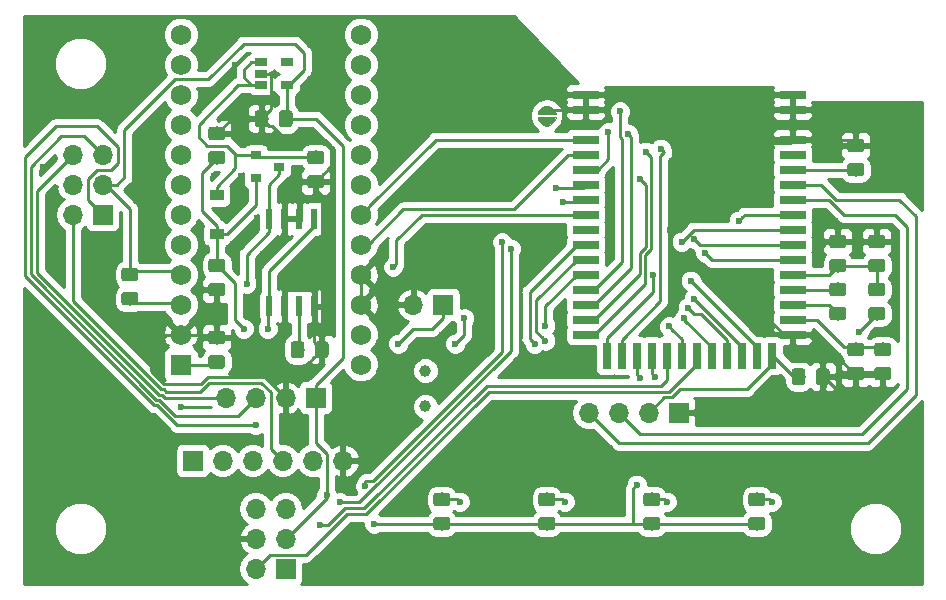
<source format=gbr>
G04 #@! TF.GenerationSoftware,KiCad,Pcbnew,(5.0.0)*
G04 #@! TF.CreationDate,2018-09-23T18:34:32-06:00*
G04 #@! TF.ProjectId,EByte_E73_tester,45427974655F4537335F746573746572,rev?*
G04 #@! TF.SameCoordinates,Original*
G04 #@! TF.FileFunction,Copper,L2,Bot,Signal*
G04 #@! TF.FilePolarity,Positive*
%FSLAX46Y46*%
G04 Gerber Fmt 4.6, Leading zero omitted, Abs format (unit mm)*
G04 Created by KiCad (PCBNEW (5.0.0)) date 09/23/18 18:34:32*
%MOMM*%
%LPD*%
G01*
G04 APERTURE LIST*
G04 #@! TA.AperFunction,EtchedComponent*
%ADD10C,0.010000*%
G04 #@! TD*
G04 #@! TA.AperFunction,ComponentPad*
%ADD11O,1.700000X1.700000*%
G04 #@! TD*
G04 #@! TA.AperFunction,ComponentPad*
%ADD12R,1.700000X1.700000*%
G04 #@! TD*
G04 #@! TA.AperFunction,SMDPad,CuDef*
%ADD13R,0.900000X0.800000*%
G04 #@! TD*
G04 #@! TA.AperFunction,Conductor*
%ADD14C,0.100000*%
G04 #@! TD*
G04 #@! TA.AperFunction,SMDPad,CuDef*
%ADD15C,1.150000*%
G04 #@! TD*
G04 #@! TA.AperFunction,ComponentPad*
%ADD16R,1.752600X1.752600*%
G04 #@! TD*
G04 #@! TA.AperFunction,ComponentPad*
%ADD17C,1.752600*%
G04 #@! TD*
G04 #@! TA.AperFunction,ComponentPad*
%ADD18C,0.400000*%
G04 #@! TD*
G04 #@! TA.AperFunction,SMDPad,CuDef*
%ADD19R,0.720000X2.200000*%
G04 #@! TD*
G04 #@! TA.AperFunction,SMDPad,CuDef*
%ADD20R,2.200000X0.720000*%
G04 #@! TD*
G04 #@! TA.AperFunction,SMDPad,CuDef*
%ADD21R,1.200000X0.900000*%
G04 #@! TD*
G04 #@! TA.AperFunction,SMDPad,CuDef*
%ADD22R,1.060000X0.650000*%
G04 #@! TD*
G04 #@! TA.AperFunction,SMDPad,CuDef*
%ADD23R,0.550000X1.750000*%
G04 #@! TD*
G04 #@! TA.AperFunction,WasherPad*
%ADD24C,1.000000*%
G04 #@! TD*
G04 #@! TA.AperFunction,ViaPad*
%ADD25C,0.600000*%
G04 #@! TD*
G04 #@! TA.AperFunction,Conductor*
%ADD26C,0.250000*%
G04 #@! TD*
G04 #@! TA.AperFunction,Conductor*
%ADD27C,0.254000*%
G04 #@! TD*
G04 APERTURE END LIST*
D10*
G04 #@! TO.C,JP2*
G36*
X105168000Y-91794000D02*
X105213200Y-92050500D01*
X105343500Y-92276100D01*
X105543000Y-92443500D01*
X105787800Y-92532600D01*
X106048200Y-92532600D01*
X106293000Y-92443500D01*
X106492500Y-92276100D01*
X106622800Y-92050500D01*
X106668000Y-91794000D01*
X105168000Y-91794000D01*
X105168000Y-91794000D01*
G37*
X105168000Y-91794000D02*
X105213200Y-92050500D01*
X105343500Y-92276100D01*
X105543000Y-92443500D01*
X105787800Y-92532600D01*
X106048200Y-92532600D01*
X106293000Y-92443500D01*
X106492500Y-92276100D01*
X106622800Y-92050500D01*
X106668000Y-91794000D01*
X105168000Y-91794000D01*
G36*
X106668000Y-91594000D02*
X106622800Y-91337500D01*
X106492500Y-91111900D01*
X106293000Y-90944500D01*
X106048200Y-90855400D01*
X105787800Y-90855400D01*
X105543000Y-90944500D01*
X105343500Y-91111900D01*
X105213200Y-91337500D01*
X105168000Y-91594000D01*
X106668000Y-91594000D01*
X106668000Y-91594000D01*
G37*
X106668000Y-91594000D02*
X106622800Y-91337500D01*
X106492500Y-91111900D01*
X106293000Y-90944500D01*
X106048200Y-90855400D01*
X105787800Y-90855400D01*
X105543000Y-90944500D01*
X105343500Y-91111900D01*
X105213200Y-91337500D01*
X105168000Y-91594000D01*
X106668000Y-91594000D01*
G04 #@! TD*
D11*
G04 #@! TO.P,J5,4*
G04 #@! TO.N,SDA*
X109474000Y-116840000D03*
G04 #@! TO.P,J5,3*
G04 #@! TO.N,SCL*
X112014000Y-116840000D03*
G04 #@! TO.P,J5,2*
G04 #@! TO.N,VCC*
X114554000Y-116840000D03*
D12*
G04 #@! TO.P,J5,1*
G04 #@! TO.N,GND*
X117094000Y-116840000D03*
G04 #@! TD*
D13*
G04 #@! TO.P,Q1,1*
G04 #@! TO.N,+5V*
X81296000Y-96962000D03*
G04 #@! TO.P,Q1,2*
G04 #@! TO.N,Net-(C7-Pad1)*
X81296000Y-95062000D03*
G04 #@! TO.P,Q1,3*
G04 #@! TO.N,/VBatt*
X83296000Y-96012000D03*
G04 #@! TD*
D14*
G04 #@! TO.N,GND*
G04 #@! TO.C,C6*
G36*
X78452505Y-105861204D02*
X78476773Y-105864804D01*
X78500572Y-105870765D01*
X78523671Y-105879030D01*
X78545850Y-105889520D01*
X78566893Y-105902132D01*
X78586599Y-105916747D01*
X78604777Y-105933223D01*
X78621253Y-105951401D01*
X78635868Y-105971107D01*
X78648480Y-105992150D01*
X78658970Y-106014329D01*
X78667235Y-106037428D01*
X78673196Y-106061227D01*
X78676796Y-106085495D01*
X78678000Y-106109999D01*
X78678000Y-106760001D01*
X78676796Y-106784505D01*
X78673196Y-106808773D01*
X78667235Y-106832572D01*
X78658970Y-106855671D01*
X78648480Y-106877850D01*
X78635868Y-106898893D01*
X78621253Y-106918599D01*
X78604777Y-106936777D01*
X78586599Y-106953253D01*
X78566893Y-106967868D01*
X78545850Y-106980480D01*
X78523671Y-106990970D01*
X78500572Y-106999235D01*
X78476773Y-107005196D01*
X78452505Y-107008796D01*
X78428001Y-107010000D01*
X77527999Y-107010000D01*
X77503495Y-107008796D01*
X77479227Y-107005196D01*
X77455428Y-106999235D01*
X77432329Y-106990970D01*
X77410150Y-106980480D01*
X77389107Y-106967868D01*
X77369401Y-106953253D01*
X77351223Y-106936777D01*
X77334747Y-106918599D01*
X77320132Y-106898893D01*
X77307520Y-106877850D01*
X77297030Y-106855671D01*
X77288765Y-106832572D01*
X77282804Y-106808773D01*
X77279204Y-106784505D01*
X77278000Y-106760001D01*
X77278000Y-106109999D01*
X77279204Y-106085495D01*
X77282804Y-106061227D01*
X77288765Y-106037428D01*
X77297030Y-106014329D01*
X77307520Y-105992150D01*
X77320132Y-105971107D01*
X77334747Y-105951401D01*
X77351223Y-105933223D01*
X77369401Y-105916747D01*
X77389107Y-105902132D01*
X77410150Y-105889520D01*
X77432329Y-105879030D01*
X77455428Y-105870765D01*
X77479227Y-105864804D01*
X77503495Y-105861204D01*
X77527999Y-105860000D01*
X78428001Y-105860000D01*
X78452505Y-105861204D01*
X78452505Y-105861204D01*
G37*
D15*
G04 #@! TD*
G04 #@! TO.P,C6,2*
G04 #@! TO.N,GND*
X77978000Y-106435000D03*
D14*
G04 #@! TO.N,+5V*
G04 #@! TO.C,C6*
G36*
X78452505Y-103811204D02*
X78476773Y-103814804D01*
X78500572Y-103820765D01*
X78523671Y-103829030D01*
X78545850Y-103839520D01*
X78566893Y-103852132D01*
X78586599Y-103866747D01*
X78604777Y-103883223D01*
X78621253Y-103901401D01*
X78635868Y-103921107D01*
X78648480Y-103942150D01*
X78658970Y-103964329D01*
X78667235Y-103987428D01*
X78673196Y-104011227D01*
X78676796Y-104035495D01*
X78678000Y-104059999D01*
X78678000Y-104710001D01*
X78676796Y-104734505D01*
X78673196Y-104758773D01*
X78667235Y-104782572D01*
X78658970Y-104805671D01*
X78648480Y-104827850D01*
X78635868Y-104848893D01*
X78621253Y-104868599D01*
X78604777Y-104886777D01*
X78586599Y-104903253D01*
X78566893Y-104917868D01*
X78545850Y-104930480D01*
X78523671Y-104940970D01*
X78500572Y-104949235D01*
X78476773Y-104955196D01*
X78452505Y-104958796D01*
X78428001Y-104960000D01*
X77527999Y-104960000D01*
X77503495Y-104958796D01*
X77479227Y-104955196D01*
X77455428Y-104949235D01*
X77432329Y-104940970D01*
X77410150Y-104930480D01*
X77389107Y-104917868D01*
X77369401Y-104903253D01*
X77351223Y-104886777D01*
X77334747Y-104868599D01*
X77320132Y-104848893D01*
X77307520Y-104827850D01*
X77297030Y-104805671D01*
X77288765Y-104782572D01*
X77282804Y-104758773D01*
X77279204Y-104734505D01*
X77278000Y-104710001D01*
X77278000Y-104059999D01*
X77279204Y-104035495D01*
X77282804Y-104011227D01*
X77288765Y-103987428D01*
X77297030Y-103964329D01*
X77307520Y-103942150D01*
X77320132Y-103921107D01*
X77334747Y-103901401D01*
X77351223Y-103883223D01*
X77369401Y-103866747D01*
X77389107Y-103852132D01*
X77410150Y-103839520D01*
X77432329Y-103829030D01*
X77455428Y-103820765D01*
X77479227Y-103814804D01*
X77503495Y-103811204D01*
X77527999Y-103810000D01*
X78428001Y-103810000D01*
X78452505Y-103811204D01*
X78452505Y-103811204D01*
G37*
D15*
G04 #@! TD*
G04 #@! TO.P,C6,1*
G04 #@! TO.N,+5V*
X77978000Y-104385000D03*
D16*
G04 #@! TO.P,U2,1*
G04 #@! TO.N,/VBatt*
X74930000Y-112776000D03*
D17*
G04 #@! TO.P,U2,2*
G04 #@! TO.N,GND*
X74930000Y-110236000D03*
G04 #@! TO.P,U2,3*
G04 #@! TO.N,RESET*
X74930000Y-107696000D03*
G04 #@! TO.P,U2,4*
G04 #@! TO.N,VCC*
X74930000Y-105156000D03*
G04 #@! TO.P,U2,5*
G04 #@! TO.N,/P0.05*
X74930000Y-102616000D03*
G04 #@! TO.P,U2,6*
G04 #@! TO.N,/P0.04*
X74930000Y-100076000D03*
G04 #@! TO.P,U2,7*
G04 #@! TO.N,/P0.03*
X74930000Y-97536000D03*
G04 #@! TO.P,U2,8*
G04 #@! TO.N,/P0.02*
X74930000Y-94996000D03*
G04 #@! TO.P,U2,9*
G04 #@! TO.N,SCK*
X74930000Y-92456000D03*
G04 #@! TO.P,U2,10*
G04 #@! TO.N,MISO*
X74930000Y-89916000D03*
G04 #@! TO.P,U2,11*
G04 #@! TO.N,MOSI*
X74930000Y-87376000D03*
G04 #@! TO.P,U2,12*
G04 #@! TO.N,/P0.11*
X74930000Y-84836000D03*
G04 #@! TO.P,U2,24*
G04 #@! TO.N,/P0.16*
X90170000Y-84836000D03*
G04 #@! TO.P,U2,23*
G04 #@! TO.N,/P0.15*
X90170000Y-87376000D03*
G04 #@! TO.P,U2,22*
G04 #@! TO.N,/P0.30*
X90170000Y-89916000D03*
G04 #@! TO.P,U2,21*
G04 #@! TO.N,/P0.29*
X90170000Y-92456000D03*
G04 #@! TO.P,U2,20*
G04 #@! TO.N,/P0.28*
X90170000Y-94996000D03*
G04 #@! TO.P,U2,19*
G04 #@! TO.N,/P0.27*
X90170000Y-97536000D03*
G04 #@! TO.P,U2,18*
G04 #@! TO.N,/P0.24*
X90170000Y-100076000D03*
G04 #@! TO.P,U2,17*
G04 #@! TO.N,/P0.23*
X90170000Y-102616000D03*
G04 #@! TO.P,U2,16*
G04 #@! TO.N,GND*
X90170000Y-105156000D03*
G04 #@! TO.P,U2,15*
X90170000Y-107696000D03*
G04 #@! TO.P,U2,14*
G04 #@! TO.N,/P0.07*
X90170000Y-110236000D03*
G04 #@! TO.P,U2,13*
G04 #@! TO.N,/P0.17*
X90170000Y-112776000D03*
G04 #@! TD*
D18*
G04 #@! TO.P,JP2,2*
G04 #@! TO.N,GND*
X105918000Y-91244000D03*
G04 #@! TO.P,JP2,1*
G04 #@! TO.N,Net-(JP2-Pad1)*
X105918000Y-92144000D03*
X105918000Y-92144000D03*
G04 #@! TO.P,JP2,2*
G04 #@! TO.N,GND*
X105918000Y-91244000D03*
G04 #@! TD*
D19*
G04 #@! TO.P,U1,27*
G04 #@! TO.N,SCK*
X110998000Y-112014000D03*
G04 #@! TO.P,U1,26*
G04 #@! TO.N,/P0.11*
X112268000Y-112014000D03*
G04 #@! TO.P,U1,25*
G04 #@! TO.N,/P0.10*
X113538000Y-112014000D03*
G04 #@! TO.P,U1,24*
G04 #@! TO.N,/P0.09*
X114808000Y-112014000D03*
G04 #@! TO.P,U1,23*
G04 #@! TO.N,RXD*
X116078000Y-112014000D03*
G04 #@! TO.P,U1,22*
G04 #@! TO.N,/P0.07*
X117348000Y-112014000D03*
G04 #@! TO.P,U1,21*
G04 #@! TO.N,TXD*
X118618000Y-112014000D03*
G04 #@! TO.P,U1,20*
G04 #@! TO.N,/P0.05*
X119888000Y-112014000D03*
G04 #@! TO.P,U1,19*
G04 #@! TO.N,/P0.04*
X121158000Y-112014000D03*
G04 #@! TO.P,U1,18*
G04 #@! TO.N,/P0.03*
X122428000Y-112014000D03*
G04 #@! TO.P,U1,17*
G04 #@! TO.N,/P0.02*
X123698000Y-112014000D03*
G04 #@! TO.P,U1,16*
G04 #@! TO.N,VCC*
X124968000Y-112014000D03*
D20*
G04 #@! TO.P,U1,28*
G04 #@! TO.N,MOSI*
X109220000Y-110236000D03*
G04 #@! TO.P,U1,29*
G04 #@! TO.N,MISO*
X109220000Y-108966000D03*
G04 #@! TO.P,U1,30*
G04 #@! TO.N,/P0.15*
X109220000Y-107696000D03*
G04 #@! TO.P,U1,31*
G04 #@! TO.N,/P0.16*
X109220000Y-106426000D03*
G04 #@! TO.P,U1,32*
G04 #@! TO.N,/P0.17*
X109220000Y-105156000D03*
G04 #@! TO.P,U1,33*
G04 #@! TO.N,/P0.18*
X109220000Y-103886000D03*
G04 #@! TO.P,U1,34*
G04 #@! TO.N,/P0.19*
X109220000Y-102616000D03*
G04 #@! TO.P,U1,35*
G04 #@! TO.N,DFU*
X109220000Y-101346000D03*
G04 #@! TO.P,U1,36*
G04 #@! TO.N,RESET*
X109220000Y-100076000D03*
G04 #@! TO.P,U1,37*
G04 #@! TO.N,SWDCLK*
X109220000Y-98806000D03*
G04 #@! TO.P,U1,38*
G04 #@! TO.N,SWDIO*
X109220000Y-97536000D03*
G04 #@! TO.P,U1,39*
G04 #@! TO.N,Net-(JP2-Pad1)*
X109220000Y-96266000D03*
G04 #@! TO.P,U1,40*
G04 #@! TO.N,/P0.23*
X109220000Y-94996000D03*
G04 #@! TO.P,U1,41*
G04 #@! TO.N,/P0.24*
X109220000Y-93726000D03*
G04 #@! TO.P,U1,42*
G04 #@! TO.N,GND*
X109220000Y-91186000D03*
G04 #@! TO.P,U1,43*
X109220000Y-89916000D03*
G04 #@! TO.P,U1,0*
X126746000Y-89916000D03*
G04 #@! TO.P,U1,1*
X126746000Y-91186000D03*
G04 #@! TO.P,U1,2*
X126746000Y-93726000D03*
G04 #@! TO.P,U1,3*
G04 #@! TO.N,Net-(U1-Pad3)*
X126746000Y-94996000D03*
G04 #@! TO.P,U1,4*
G04 #@! TO.N,Net-(C4-Pad1)*
X126746000Y-96266000D03*
G04 #@! TO.P,U1,5*
G04 #@! TO.N,SDA*
X126746000Y-97536000D03*
G04 #@! TO.P,U1,6*
G04 #@! TO.N,SCL*
X126746000Y-98806000D03*
G04 #@! TO.P,U1,7*
G04 #@! TO.N,/P0.27*
X126746000Y-100076000D03*
G04 #@! TO.P,U1,8*
G04 #@! TO.N,/P0.28*
X126746000Y-101346000D03*
G04 #@! TO.P,U1,9*
G04 #@! TO.N,/P0.29*
X126746000Y-102616000D03*
G04 #@! TO.P,U1,10*
G04 #@! TO.N,/P0.30*
X126746000Y-103886000D03*
G04 #@! TO.P,U1,11*
G04 #@! TO.N,/P0.31*
X126746000Y-105156000D03*
G04 #@! TO.P,U1,12*
G04 #@! TO.N,Net-(L1-Pad1)*
X126746000Y-106426000D03*
G04 #@! TO.P,U1,13*
G04 #@! TO.N,Net-(L1-Pad2)*
X126746000Y-107696000D03*
G04 #@! TO.P,U1,14*
G04 #@! TO.N,Net-(C1-Pad1)*
X126746000Y-108966000D03*
G04 #@! TO.P,U1,15*
G04 #@! TO.N,GND*
X126746000Y-110236000D03*
G04 #@! TD*
D12*
G04 #@! TO.P,J3,1*
G04 #@! TO.N,VCC*
X86360000Y-115570000D03*
D11*
G04 #@! TO.P,J3,2*
G04 #@! TO.N,GND*
X83820000Y-115570000D03*
G04 #@! TO.P,J3,3*
G04 #@! TO.N,DUT_SWDCLK*
X81280000Y-115570000D03*
G04 #@! TO.P,J3,4*
G04 #@! TO.N,DUT_SWDIO*
X78740000Y-115570000D03*
G04 #@! TD*
D12*
G04 #@! TO.P,J4,1*
G04 #@! TO.N,+5V*
X75946000Y-120904000D03*
D11*
G04 #@! TO.P,J4,2*
G04 #@! TO.N,Net-(J4-Pad2)*
X78486000Y-120904000D03*
G04 #@! TO.P,J4,3*
G04 #@! TO.N,Net-(J4-Pad3)*
X81026000Y-120904000D03*
G04 #@! TO.P,J4,4*
G04 #@! TO.N,DUT_TXD*
X83566000Y-120904000D03*
G04 #@! TO.P,J4,5*
G04 #@! TO.N,DUT_RXD*
X86106000Y-120904000D03*
G04 #@! TO.P,J4,6*
G04 #@! TO.N,GND*
X88646000Y-120904000D03*
G04 #@! TD*
D12*
G04 #@! TO.P,J1,1*
G04 #@! TO.N,DUT_RXD*
X68326000Y-100076000D03*
D11*
G04 #@! TO.P,J1,2*
G04 #@! TO.N,DUT_TXD*
X65786000Y-100076000D03*
G04 #@! TO.P,J1,3*
G04 #@! TO.N,VCC*
X68326000Y-97536000D03*
G04 #@! TO.P,J1,4*
G04 #@! TO.N,GND*
X65786000Y-97536000D03*
G04 #@! TO.P,J1,5*
G04 #@! TO.N,DUT_SWDCLK*
X68326000Y-94996000D03*
G04 #@! TO.P,J1,6*
G04 #@! TO.N,DUT_SWDIO*
X65786000Y-94996000D03*
G04 #@! TD*
D12*
G04 #@! TO.P,J2,1*
G04 #@! TO.N,RXD*
X83820000Y-130048000D03*
D11*
G04 #@! TO.P,J2,2*
G04 #@! TO.N,TXD*
X81280000Y-130048000D03*
G04 #@! TO.P,J2,3*
G04 #@! TO.N,VCC*
X83820000Y-127508000D03*
G04 #@! TO.P,J2,4*
G04 #@! TO.N,GND*
X81280000Y-127508000D03*
G04 #@! TO.P,J2,5*
G04 #@! TO.N,SWDCLK*
X83820000Y-124968000D03*
G04 #@! TO.P,J2,6*
G04 #@! TO.N,SWDIO*
X81280000Y-124968000D03*
G04 #@! TD*
D14*
G04 #@! TO.N,Net-(C1-Pad1)*
G04 #@! TO.C,C1*
G36*
X132554505Y-110923204D02*
X132578773Y-110926804D01*
X132602572Y-110932765D01*
X132625671Y-110941030D01*
X132647850Y-110951520D01*
X132668893Y-110964132D01*
X132688599Y-110978747D01*
X132706777Y-110995223D01*
X132723253Y-111013401D01*
X132737868Y-111033107D01*
X132750480Y-111054150D01*
X132760970Y-111076329D01*
X132769235Y-111099428D01*
X132775196Y-111123227D01*
X132778796Y-111147495D01*
X132780000Y-111171999D01*
X132780000Y-111822001D01*
X132778796Y-111846505D01*
X132775196Y-111870773D01*
X132769235Y-111894572D01*
X132760970Y-111917671D01*
X132750480Y-111939850D01*
X132737868Y-111960893D01*
X132723253Y-111980599D01*
X132706777Y-111998777D01*
X132688599Y-112015253D01*
X132668893Y-112029868D01*
X132647850Y-112042480D01*
X132625671Y-112052970D01*
X132602572Y-112061235D01*
X132578773Y-112067196D01*
X132554505Y-112070796D01*
X132530001Y-112072000D01*
X131629999Y-112072000D01*
X131605495Y-112070796D01*
X131581227Y-112067196D01*
X131557428Y-112061235D01*
X131534329Y-112052970D01*
X131512150Y-112042480D01*
X131491107Y-112029868D01*
X131471401Y-112015253D01*
X131453223Y-111998777D01*
X131436747Y-111980599D01*
X131422132Y-111960893D01*
X131409520Y-111939850D01*
X131399030Y-111917671D01*
X131390765Y-111894572D01*
X131384804Y-111870773D01*
X131381204Y-111846505D01*
X131380000Y-111822001D01*
X131380000Y-111171999D01*
X131381204Y-111147495D01*
X131384804Y-111123227D01*
X131390765Y-111099428D01*
X131399030Y-111076329D01*
X131409520Y-111054150D01*
X131422132Y-111033107D01*
X131436747Y-111013401D01*
X131453223Y-110995223D01*
X131471401Y-110978747D01*
X131491107Y-110964132D01*
X131512150Y-110951520D01*
X131534329Y-110941030D01*
X131557428Y-110932765D01*
X131581227Y-110926804D01*
X131605495Y-110923204D01*
X131629999Y-110922000D01*
X132530001Y-110922000D01*
X132554505Y-110923204D01*
X132554505Y-110923204D01*
G37*
D15*
G04 #@! TD*
G04 #@! TO.P,C1,1*
G04 #@! TO.N,Net-(C1-Pad1)*
X132080000Y-111497000D03*
D14*
G04 #@! TO.N,GND*
G04 #@! TO.C,C1*
G36*
X132554505Y-112973204D02*
X132578773Y-112976804D01*
X132602572Y-112982765D01*
X132625671Y-112991030D01*
X132647850Y-113001520D01*
X132668893Y-113014132D01*
X132688599Y-113028747D01*
X132706777Y-113045223D01*
X132723253Y-113063401D01*
X132737868Y-113083107D01*
X132750480Y-113104150D01*
X132760970Y-113126329D01*
X132769235Y-113149428D01*
X132775196Y-113173227D01*
X132778796Y-113197495D01*
X132780000Y-113221999D01*
X132780000Y-113872001D01*
X132778796Y-113896505D01*
X132775196Y-113920773D01*
X132769235Y-113944572D01*
X132760970Y-113967671D01*
X132750480Y-113989850D01*
X132737868Y-114010893D01*
X132723253Y-114030599D01*
X132706777Y-114048777D01*
X132688599Y-114065253D01*
X132668893Y-114079868D01*
X132647850Y-114092480D01*
X132625671Y-114102970D01*
X132602572Y-114111235D01*
X132578773Y-114117196D01*
X132554505Y-114120796D01*
X132530001Y-114122000D01*
X131629999Y-114122000D01*
X131605495Y-114120796D01*
X131581227Y-114117196D01*
X131557428Y-114111235D01*
X131534329Y-114102970D01*
X131512150Y-114092480D01*
X131491107Y-114079868D01*
X131471401Y-114065253D01*
X131453223Y-114048777D01*
X131436747Y-114030599D01*
X131422132Y-114010893D01*
X131409520Y-113989850D01*
X131399030Y-113967671D01*
X131390765Y-113944572D01*
X131384804Y-113920773D01*
X131381204Y-113896505D01*
X131380000Y-113872001D01*
X131380000Y-113221999D01*
X131381204Y-113197495D01*
X131384804Y-113173227D01*
X131390765Y-113149428D01*
X131399030Y-113126329D01*
X131409520Y-113104150D01*
X131422132Y-113083107D01*
X131436747Y-113063401D01*
X131453223Y-113045223D01*
X131471401Y-113028747D01*
X131491107Y-113014132D01*
X131512150Y-113001520D01*
X131534329Y-112991030D01*
X131557428Y-112982765D01*
X131581227Y-112976804D01*
X131605495Y-112973204D01*
X131629999Y-112972000D01*
X132530001Y-112972000D01*
X132554505Y-112973204D01*
X132554505Y-112973204D01*
G37*
D15*
G04 #@! TD*
G04 #@! TO.P,C1,2*
G04 #@! TO.N,GND*
X132080000Y-113547000D03*
D14*
G04 #@! TO.N,GND*
G04 #@! TO.C,C2*
G36*
X134840505Y-112973204D02*
X134864773Y-112976804D01*
X134888572Y-112982765D01*
X134911671Y-112991030D01*
X134933850Y-113001520D01*
X134954893Y-113014132D01*
X134974599Y-113028747D01*
X134992777Y-113045223D01*
X135009253Y-113063401D01*
X135023868Y-113083107D01*
X135036480Y-113104150D01*
X135046970Y-113126329D01*
X135055235Y-113149428D01*
X135061196Y-113173227D01*
X135064796Y-113197495D01*
X135066000Y-113221999D01*
X135066000Y-113872001D01*
X135064796Y-113896505D01*
X135061196Y-113920773D01*
X135055235Y-113944572D01*
X135046970Y-113967671D01*
X135036480Y-113989850D01*
X135023868Y-114010893D01*
X135009253Y-114030599D01*
X134992777Y-114048777D01*
X134974599Y-114065253D01*
X134954893Y-114079868D01*
X134933850Y-114092480D01*
X134911671Y-114102970D01*
X134888572Y-114111235D01*
X134864773Y-114117196D01*
X134840505Y-114120796D01*
X134816001Y-114122000D01*
X133915999Y-114122000D01*
X133891495Y-114120796D01*
X133867227Y-114117196D01*
X133843428Y-114111235D01*
X133820329Y-114102970D01*
X133798150Y-114092480D01*
X133777107Y-114079868D01*
X133757401Y-114065253D01*
X133739223Y-114048777D01*
X133722747Y-114030599D01*
X133708132Y-114010893D01*
X133695520Y-113989850D01*
X133685030Y-113967671D01*
X133676765Y-113944572D01*
X133670804Y-113920773D01*
X133667204Y-113896505D01*
X133666000Y-113872001D01*
X133666000Y-113221999D01*
X133667204Y-113197495D01*
X133670804Y-113173227D01*
X133676765Y-113149428D01*
X133685030Y-113126329D01*
X133695520Y-113104150D01*
X133708132Y-113083107D01*
X133722747Y-113063401D01*
X133739223Y-113045223D01*
X133757401Y-113028747D01*
X133777107Y-113014132D01*
X133798150Y-113001520D01*
X133820329Y-112991030D01*
X133843428Y-112982765D01*
X133867227Y-112976804D01*
X133891495Y-112973204D01*
X133915999Y-112972000D01*
X134816001Y-112972000D01*
X134840505Y-112973204D01*
X134840505Y-112973204D01*
G37*
D15*
G04 #@! TD*
G04 #@! TO.P,C2,2*
G04 #@! TO.N,GND*
X134366000Y-113547000D03*
D14*
G04 #@! TO.N,Net-(C1-Pad1)*
G04 #@! TO.C,C2*
G36*
X134840505Y-110923204D02*
X134864773Y-110926804D01*
X134888572Y-110932765D01*
X134911671Y-110941030D01*
X134933850Y-110951520D01*
X134954893Y-110964132D01*
X134974599Y-110978747D01*
X134992777Y-110995223D01*
X135009253Y-111013401D01*
X135023868Y-111033107D01*
X135036480Y-111054150D01*
X135046970Y-111076329D01*
X135055235Y-111099428D01*
X135061196Y-111123227D01*
X135064796Y-111147495D01*
X135066000Y-111171999D01*
X135066000Y-111822001D01*
X135064796Y-111846505D01*
X135061196Y-111870773D01*
X135055235Y-111894572D01*
X135046970Y-111917671D01*
X135036480Y-111939850D01*
X135023868Y-111960893D01*
X135009253Y-111980599D01*
X134992777Y-111998777D01*
X134974599Y-112015253D01*
X134954893Y-112029868D01*
X134933850Y-112042480D01*
X134911671Y-112052970D01*
X134888572Y-112061235D01*
X134864773Y-112067196D01*
X134840505Y-112070796D01*
X134816001Y-112072000D01*
X133915999Y-112072000D01*
X133891495Y-112070796D01*
X133867227Y-112067196D01*
X133843428Y-112061235D01*
X133820329Y-112052970D01*
X133798150Y-112042480D01*
X133777107Y-112029868D01*
X133757401Y-112015253D01*
X133739223Y-111998777D01*
X133722747Y-111980599D01*
X133708132Y-111960893D01*
X133695520Y-111939850D01*
X133685030Y-111917671D01*
X133676765Y-111894572D01*
X133670804Y-111870773D01*
X133667204Y-111846505D01*
X133666000Y-111822001D01*
X133666000Y-111171999D01*
X133667204Y-111147495D01*
X133670804Y-111123227D01*
X133676765Y-111099428D01*
X133685030Y-111076329D01*
X133695520Y-111054150D01*
X133708132Y-111033107D01*
X133722747Y-111013401D01*
X133739223Y-110995223D01*
X133757401Y-110978747D01*
X133777107Y-110964132D01*
X133798150Y-110951520D01*
X133820329Y-110941030D01*
X133843428Y-110932765D01*
X133867227Y-110926804D01*
X133891495Y-110923204D01*
X133915999Y-110922000D01*
X134816001Y-110922000D01*
X134840505Y-110923204D01*
X134840505Y-110923204D01*
G37*
D15*
G04 #@! TD*
G04 #@! TO.P,C2,1*
G04 #@! TO.N,Net-(C1-Pad1)*
X134366000Y-111497000D03*
D14*
G04 #@! TO.N,GND*
G04 #@! TO.C,C3*
G36*
X129644505Y-113093204D02*
X129668773Y-113096804D01*
X129692572Y-113102765D01*
X129715671Y-113111030D01*
X129737850Y-113121520D01*
X129758893Y-113134132D01*
X129778599Y-113148747D01*
X129796777Y-113165223D01*
X129813253Y-113183401D01*
X129827868Y-113203107D01*
X129840480Y-113224150D01*
X129850970Y-113246329D01*
X129859235Y-113269428D01*
X129865196Y-113293227D01*
X129868796Y-113317495D01*
X129870000Y-113341999D01*
X129870000Y-114242001D01*
X129868796Y-114266505D01*
X129865196Y-114290773D01*
X129859235Y-114314572D01*
X129850970Y-114337671D01*
X129840480Y-114359850D01*
X129827868Y-114380893D01*
X129813253Y-114400599D01*
X129796777Y-114418777D01*
X129778599Y-114435253D01*
X129758893Y-114449868D01*
X129737850Y-114462480D01*
X129715671Y-114472970D01*
X129692572Y-114481235D01*
X129668773Y-114487196D01*
X129644505Y-114490796D01*
X129620001Y-114492000D01*
X128969999Y-114492000D01*
X128945495Y-114490796D01*
X128921227Y-114487196D01*
X128897428Y-114481235D01*
X128874329Y-114472970D01*
X128852150Y-114462480D01*
X128831107Y-114449868D01*
X128811401Y-114435253D01*
X128793223Y-114418777D01*
X128776747Y-114400599D01*
X128762132Y-114380893D01*
X128749520Y-114359850D01*
X128739030Y-114337671D01*
X128730765Y-114314572D01*
X128724804Y-114290773D01*
X128721204Y-114266505D01*
X128720000Y-114242001D01*
X128720000Y-113341999D01*
X128721204Y-113317495D01*
X128724804Y-113293227D01*
X128730765Y-113269428D01*
X128739030Y-113246329D01*
X128749520Y-113224150D01*
X128762132Y-113203107D01*
X128776747Y-113183401D01*
X128793223Y-113165223D01*
X128811401Y-113148747D01*
X128831107Y-113134132D01*
X128852150Y-113121520D01*
X128874329Y-113111030D01*
X128897428Y-113102765D01*
X128921227Y-113096804D01*
X128945495Y-113093204D01*
X128969999Y-113092000D01*
X129620001Y-113092000D01*
X129644505Y-113093204D01*
X129644505Y-113093204D01*
G37*
D15*
G04 #@! TD*
G04 #@! TO.P,C3,2*
G04 #@! TO.N,GND*
X129295000Y-113792000D03*
D14*
G04 #@! TO.N,VCC*
G04 #@! TO.C,C3*
G36*
X127594505Y-113093204D02*
X127618773Y-113096804D01*
X127642572Y-113102765D01*
X127665671Y-113111030D01*
X127687850Y-113121520D01*
X127708893Y-113134132D01*
X127728599Y-113148747D01*
X127746777Y-113165223D01*
X127763253Y-113183401D01*
X127777868Y-113203107D01*
X127790480Y-113224150D01*
X127800970Y-113246329D01*
X127809235Y-113269428D01*
X127815196Y-113293227D01*
X127818796Y-113317495D01*
X127820000Y-113341999D01*
X127820000Y-114242001D01*
X127818796Y-114266505D01*
X127815196Y-114290773D01*
X127809235Y-114314572D01*
X127800970Y-114337671D01*
X127790480Y-114359850D01*
X127777868Y-114380893D01*
X127763253Y-114400599D01*
X127746777Y-114418777D01*
X127728599Y-114435253D01*
X127708893Y-114449868D01*
X127687850Y-114462480D01*
X127665671Y-114472970D01*
X127642572Y-114481235D01*
X127618773Y-114487196D01*
X127594505Y-114490796D01*
X127570001Y-114492000D01*
X126919999Y-114492000D01*
X126895495Y-114490796D01*
X126871227Y-114487196D01*
X126847428Y-114481235D01*
X126824329Y-114472970D01*
X126802150Y-114462480D01*
X126781107Y-114449868D01*
X126761401Y-114435253D01*
X126743223Y-114418777D01*
X126726747Y-114400599D01*
X126712132Y-114380893D01*
X126699520Y-114359850D01*
X126689030Y-114337671D01*
X126680765Y-114314572D01*
X126674804Y-114290773D01*
X126671204Y-114266505D01*
X126670000Y-114242001D01*
X126670000Y-113341999D01*
X126671204Y-113317495D01*
X126674804Y-113293227D01*
X126680765Y-113269428D01*
X126689030Y-113246329D01*
X126699520Y-113224150D01*
X126712132Y-113203107D01*
X126726747Y-113183401D01*
X126743223Y-113165223D01*
X126761401Y-113148747D01*
X126781107Y-113134132D01*
X126802150Y-113121520D01*
X126824329Y-113111030D01*
X126847428Y-113102765D01*
X126871227Y-113096804D01*
X126895495Y-113093204D01*
X126919999Y-113092000D01*
X127570001Y-113092000D01*
X127594505Y-113093204D01*
X127594505Y-113093204D01*
G37*
D15*
G04 #@! TD*
G04 #@! TO.P,C3,1*
G04 #@! TO.N,VCC*
X127245000Y-113792000D03*
D14*
G04 #@! TO.N,Net-(C4-Pad1)*
G04 #@! TO.C,C4*
G36*
X132554505Y-95701204D02*
X132578773Y-95704804D01*
X132602572Y-95710765D01*
X132625671Y-95719030D01*
X132647850Y-95729520D01*
X132668893Y-95742132D01*
X132688599Y-95756747D01*
X132706777Y-95773223D01*
X132723253Y-95791401D01*
X132737868Y-95811107D01*
X132750480Y-95832150D01*
X132760970Y-95854329D01*
X132769235Y-95877428D01*
X132775196Y-95901227D01*
X132778796Y-95925495D01*
X132780000Y-95949999D01*
X132780000Y-96600001D01*
X132778796Y-96624505D01*
X132775196Y-96648773D01*
X132769235Y-96672572D01*
X132760970Y-96695671D01*
X132750480Y-96717850D01*
X132737868Y-96738893D01*
X132723253Y-96758599D01*
X132706777Y-96776777D01*
X132688599Y-96793253D01*
X132668893Y-96807868D01*
X132647850Y-96820480D01*
X132625671Y-96830970D01*
X132602572Y-96839235D01*
X132578773Y-96845196D01*
X132554505Y-96848796D01*
X132530001Y-96850000D01*
X131629999Y-96850000D01*
X131605495Y-96848796D01*
X131581227Y-96845196D01*
X131557428Y-96839235D01*
X131534329Y-96830970D01*
X131512150Y-96820480D01*
X131491107Y-96807868D01*
X131471401Y-96793253D01*
X131453223Y-96776777D01*
X131436747Y-96758599D01*
X131422132Y-96738893D01*
X131409520Y-96717850D01*
X131399030Y-96695671D01*
X131390765Y-96672572D01*
X131384804Y-96648773D01*
X131381204Y-96624505D01*
X131380000Y-96600001D01*
X131380000Y-95949999D01*
X131381204Y-95925495D01*
X131384804Y-95901227D01*
X131390765Y-95877428D01*
X131399030Y-95854329D01*
X131409520Y-95832150D01*
X131422132Y-95811107D01*
X131436747Y-95791401D01*
X131453223Y-95773223D01*
X131471401Y-95756747D01*
X131491107Y-95742132D01*
X131512150Y-95729520D01*
X131534329Y-95719030D01*
X131557428Y-95710765D01*
X131581227Y-95704804D01*
X131605495Y-95701204D01*
X131629999Y-95700000D01*
X132530001Y-95700000D01*
X132554505Y-95701204D01*
X132554505Y-95701204D01*
G37*
D15*
G04 #@! TD*
G04 #@! TO.P,C4,1*
G04 #@! TO.N,Net-(C4-Pad1)*
X132080000Y-96275000D03*
D14*
G04 #@! TO.N,GND*
G04 #@! TO.C,C4*
G36*
X132554505Y-93651204D02*
X132578773Y-93654804D01*
X132602572Y-93660765D01*
X132625671Y-93669030D01*
X132647850Y-93679520D01*
X132668893Y-93692132D01*
X132688599Y-93706747D01*
X132706777Y-93723223D01*
X132723253Y-93741401D01*
X132737868Y-93761107D01*
X132750480Y-93782150D01*
X132760970Y-93804329D01*
X132769235Y-93827428D01*
X132775196Y-93851227D01*
X132778796Y-93875495D01*
X132780000Y-93899999D01*
X132780000Y-94550001D01*
X132778796Y-94574505D01*
X132775196Y-94598773D01*
X132769235Y-94622572D01*
X132760970Y-94645671D01*
X132750480Y-94667850D01*
X132737868Y-94688893D01*
X132723253Y-94708599D01*
X132706777Y-94726777D01*
X132688599Y-94743253D01*
X132668893Y-94757868D01*
X132647850Y-94770480D01*
X132625671Y-94780970D01*
X132602572Y-94789235D01*
X132578773Y-94795196D01*
X132554505Y-94798796D01*
X132530001Y-94800000D01*
X131629999Y-94800000D01*
X131605495Y-94798796D01*
X131581227Y-94795196D01*
X131557428Y-94789235D01*
X131534329Y-94780970D01*
X131512150Y-94770480D01*
X131491107Y-94757868D01*
X131471401Y-94743253D01*
X131453223Y-94726777D01*
X131436747Y-94708599D01*
X131422132Y-94688893D01*
X131409520Y-94667850D01*
X131399030Y-94645671D01*
X131390765Y-94622572D01*
X131384804Y-94598773D01*
X131381204Y-94574505D01*
X131380000Y-94550001D01*
X131380000Y-93899999D01*
X131381204Y-93875495D01*
X131384804Y-93851227D01*
X131390765Y-93827428D01*
X131399030Y-93804329D01*
X131409520Y-93782150D01*
X131422132Y-93761107D01*
X131436747Y-93741401D01*
X131453223Y-93723223D01*
X131471401Y-93706747D01*
X131491107Y-93692132D01*
X131512150Y-93679520D01*
X131534329Y-93669030D01*
X131557428Y-93660765D01*
X131581227Y-93654804D01*
X131605495Y-93651204D01*
X131629999Y-93650000D01*
X132530001Y-93650000D01*
X132554505Y-93651204D01*
X132554505Y-93651204D01*
G37*
D15*
G04 #@! TD*
G04 #@! TO.P,C4,2*
G04 #@! TO.N,GND*
X132080000Y-94225000D03*
D14*
G04 #@! TO.N,/P0.31*
G04 #@! TO.C,C5*
G36*
X134332505Y-103829204D02*
X134356773Y-103832804D01*
X134380572Y-103838765D01*
X134403671Y-103847030D01*
X134425850Y-103857520D01*
X134446893Y-103870132D01*
X134466599Y-103884747D01*
X134484777Y-103901223D01*
X134501253Y-103919401D01*
X134515868Y-103939107D01*
X134528480Y-103960150D01*
X134538970Y-103982329D01*
X134547235Y-104005428D01*
X134553196Y-104029227D01*
X134556796Y-104053495D01*
X134558000Y-104077999D01*
X134558000Y-104728001D01*
X134556796Y-104752505D01*
X134553196Y-104776773D01*
X134547235Y-104800572D01*
X134538970Y-104823671D01*
X134528480Y-104845850D01*
X134515868Y-104866893D01*
X134501253Y-104886599D01*
X134484777Y-104904777D01*
X134466599Y-104921253D01*
X134446893Y-104935868D01*
X134425850Y-104948480D01*
X134403671Y-104958970D01*
X134380572Y-104967235D01*
X134356773Y-104973196D01*
X134332505Y-104976796D01*
X134308001Y-104978000D01*
X133407999Y-104978000D01*
X133383495Y-104976796D01*
X133359227Y-104973196D01*
X133335428Y-104967235D01*
X133312329Y-104958970D01*
X133290150Y-104948480D01*
X133269107Y-104935868D01*
X133249401Y-104921253D01*
X133231223Y-104904777D01*
X133214747Y-104886599D01*
X133200132Y-104866893D01*
X133187520Y-104845850D01*
X133177030Y-104823671D01*
X133168765Y-104800572D01*
X133162804Y-104776773D01*
X133159204Y-104752505D01*
X133158000Y-104728001D01*
X133158000Y-104077999D01*
X133159204Y-104053495D01*
X133162804Y-104029227D01*
X133168765Y-104005428D01*
X133177030Y-103982329D01*
X133187520Y-103960150D01*
X133200132Y-103939107D01*
X133214747Y-103919401D01*
X133231223Y-103901223D01*
X133249401Y-103884747D01*
X133269107Y-103870132D01*
X133290150Y-103857520D01*
X133312329Y-103847030D01*
X133335428Y-103838765D01*
X133359227Y-103832804D01*
X133383495Y-103829204D01*
X133407999Y-103828000D01*
X134308001Y-103828000D01*
X134332505Y-103829204D01*
X134332505Y-103829204D01*
G37*
D15*
G04 #@! TD*
G04 #@! TO.P,C5,1*
G04 #@! TO.N,/P0.31*
X133858000Y-104403000D03*
D14*
G04 #@! TO.N,GND*
G04 #@! TO.C,C5*
G36*
X134332505Y-101779204D02*
X134356773Y-101782804D01*
X134380572Y-101788765D01*
X134403671Y-101797030D01*
X134425850Y-101807520D01*
X134446893Y-101820132D01*
X134466599Y-101834747D01*
X134484777Y-101851223D01*
X134501253Y-101869401D01*
X134515868Y-101889107D01*
X134528480Y-101910150D01*
X134538970Y-101932329D01*
X134547235Y-101955428D01*
X134553196Y-101979227D01*
X134556796Y-102003495D01*
X134558000Y-102027999D01*
X134558000Y-102678001D01*
X134556796Y-102702505D01*
X134553196Y-102726773D01*
X134547235Y-102750572D01*
X134538970Y-102773671D01*
X134528480Y-102795850D01*
X134515868Y-102816893D01*
X134501253Y-102836599D01*
X134484777Y-102854777D01*
X134466599Y-102871253D01*
X134446893Y-102885868D01*
X134425850Y-102898480D01*
X134403671Y-102908970D01*
X134380572Y-102917235D01*
X134356773Y-102923196D01*
X134332505Y-102926796D01*
X134308001Y-102928000D01*
X133407999Y-102928000D01*
X133383495Y-102926796D01*
X133359227Y-102923196D01*
X133335428Y-102917235D01*
X133312329Y-102908970D01*
X133290150Y-102898480D01*
X133269107Y-102885868D01*
X133249401Y-102871253D01*
X133231223Y-102854777D01*
X133214747Y-102836599D01*
X133200132Y-102816893D01*
X133187520Y-102795850D01*
X133177030Y-102773671D01*
X133168765Y-102750572D01*
X133162804Y-102726773D01*
X133159204Y-102702505D01*
X133158000Y-102678001D01*
X133158000Y-102027999D01*
X133159204Y-102003495D01*
X133162804Y-101979227D01*
X133168765Y-101955428D01*
X133177030Y-101932329D01*
X133187520Y-101910150D01*
X133200132Y-101889107D01*
X133214747Y-101869401D01*
X133231223Y-101851223D01*
X133249401Y-101834747D01*
X133269107Y-101820132D01*
X133290150Y-101807520D01*
X133312329Y-101797030D01*
X133335428Y-101788765D01*
X133359227Y-101782804D01*
X133383495Y-101779204D01*
X133407999Y-101778000D01*
X134308001Y-101778000D01*
X134332505Y-101779204D01*
X134332505Y-101779204D01*
G37*
D15*
G04 #@! TD*
G04 #@! TO.P,C5,2*
G04 #@! TO.N,GND*
X133858000Y-102353000D03*
D14*
G04 #@! TO.N,Net-(C7-Pad1)*
G04 #@! TO.C,C7*
G36*
X86834505Y-94667204D02*
X86858773Y-94670804D01*
X86882572Y-94676765D01*
X86905671Y-94685030D01*
X86927850Y-94695520D01*
X86948893Y-94708132D01*
X86968599Y-94722747D01*
X86986777Y-94739223D01*
X87003253Y-94757401D01*
X87017868Y-94777107D01*
X87030480Y-94798150D01*
X87040970Y-94820329D01*
X87049235Y-94843428D01*
X87055196Y-94867227D01*
X87058796Y-94891495D01*
X87060000Y-94915999D01*
X87060000Y-95566001D01*
X87058796Y-95590505D01*
X87055196Y-95614773D01*
X87049235Y-95638572D01*
X87040970Y-95661671D01*
X87030480Y-95683850D01*
X87017868Y-95704893D01*
X87003253Y-95724599D01*
X86986777Y-95742777D01*
X86968599Y-95759253D01*
X86948893Y-95773868D01*
X86927850Y-95786480D01*
X86905671Y-95796970D01*
X86882572Y-95805235D01*
X86858773Y-95811196D01*
X86834505Y-95814796D01*
X86810001Y-95816000D01*
X85909999Y-95816000D01*
X85885495Y-95814796D01*
X85861227Y-95811196D01*
X85837428Y-95805235D01*
X85814329Y-95796970D01*
X85792150Y-95786480D01*
X85771107Y-95773868D01*
X85751401Y-95759253D01*
X85733223Y-95742777D01*
X85716747Y-95724599D01*
X85702132Y-95704893D01*
X85689520Y-95683850D01*
X85679030Y-95661671D01*
X85670765Y-95638572D01*
X85664804Y-95614773D01*
X85661204Y-95590505D01*
X85660000Y-95566001D01*
X85660000Y-94915999D01*
X85661204Y-94891495D01*
X85664804Y-94867227D01*
X85670765Y-94843428D01*
X85679030Y-94820329D01*
X85689520Y-94798150D01*
X85702132Y-94777107D01*
X85716747Y-94757401D01*
X85733223Y-94739223D01*
X85751401Y-94722747D01*
X85771107Y-94708132D01*
X85792150Y-94695520D01*
X85814329Y-94685030D01*
X85837428Y-94676765D01*
X85861227Y-94670804D01*
X85885495Y-94667204D01*
X85909999Y-94666000D01*
X86810001Y-94666000D01*
X86834505Y-94667204D01*
X86834505Y-94667204D01*
G37*
D15*
G04 #@! TD*
G04 #@! TO.P,C7,1*
G04 #@! TO.N,Net-(C7-Pad1)*
X86360000Y-95241000D03*
D14*
G04 #@! TO.N,GND*
G04 #@! TO.C,C7*
G36*
X86834505Y-96717204D02*
X86858773Y-96720804D01*
X86882572Y-96726765D01*
X86905671Y-96735030D01*
X86927850Y-96745520D01*
X86948893Y-96758132D01*
X86968599Y-96772747D01*
X86986777Y-96789223D01*
X87003253Y-96807401D01*
X87017868Y-96827107D01*
X87030480Y-96848150D01*
X87040970Y-96870329D01*
X87049235Y-96893428D01*
X87055196Y-96917227D01*
X87058796Y-96941495D01*
X87060000Y-96965999D01*
X87060000Y-97616001D01*
X87058796Y-97640505D01*
X87055196Y-97664773D01*
X87049235Y-97688572D01*
X87040970Y-97711671D01*
X87030480Y-97733850D01*
X87017868Y-97754893D01*
X87003253Y-97774599D01*
X86986777Y-97792777D01*
X86968599Y-97809253D01*
X86948893Y-97823868D01*
X86927850Y-97836480D01*
X86905671Y-97846970D01*
X86882572Y-97855235D01*
X86858773Y-97861196D01*
X86834505Y-97864796D01*
X86810001Y-97866000D01*
X85909999Y-97866000D01*
X85885495Y-97864796D01*
X85861227Y-97861196D01*
X85837428Y-97855235D01*
X85814329Y-97846970D01*
X85792150Y-97836480D01*
X85771107Y-97823868D01*
X85751401Y-97809253D01*
X85733223Y-97792777D01*
X85716747Y-97774599D01*
X85702132Y-97754893D01*
X85689520Y-97733850D01*
X85679030Y-97711671D01*
X85670765Y-97688572D01*
X85664804Y-97664773D01*
X85661204Y-97640505D01*
X85660000Y-97616001D01*
X85660000Y-96965999D01*
X85661204Y-96941495D01*
X85664804Y-96917227D01*
X85670765Y-96893428D01*
X85679030Y-96870329D01*
X85689520Y-96848150D01*
X85702132Y-96827107D01*
X85716747Y-96807401D01*
X85733223Y-96789223D01*
X85751401Y-96772747D01*
X85771107Y-96758132D01*
X85792150Y-96745520D01*
X85814329Y-96735030D01*
X85837428Y-96726765D01*
X85861227Y-96720804D01*
X85885495Y-96717204D01*
X85909999Y-96716000D01*
X86810001Y-96716000D01*
X86834505Y-96717204D01*
X86834505Y-96717204D01*
G37*
D15*
G04 #@! TD*
G04 #@! TO.P,C7,2*
G04 #@! TO.N,GND*
X86360000Y-97291000D03*
D14*
G04 #@! TO.N,GND*
G04 #@! TO.C,C8*
G36*
X82128505Y-91249204D02*
X82152773Y-91252804D01*
X82176572Y-91258765D01*
X82199671Y-91267030D01*
X82221850Y-91277520D01*
X82242893Y-91290132D01*
X82262599Y-91304747D01*
X82280777Y-91321223D01*
X82297253Y-91339401D01*
X82311868Y-91359107D01*
X82324480Y-91380150D01*
X82334970Y-91402329D01*
X82343235Y-91425428D01*
X82349196Y-91449227D01*
X82352796Y-91473495D01*
X82354000Y-91497999D01*
X82354000Y-92398001D01*
X82352796Y-92422505D01*
X82349196Y-92446773D01*
X82343235Y-92470572D01*
X82334970Y-92493671D01*
X82324480Y-92515850D01*
X82311868Y-92536893D01*
X82297253Y-92556599D01*
X82280777Y-92574777D01*
X82262599Y-92591253D01*
X82242893Y-92605868D01*
X82221850Y-92618480D01*
X82199671Y-92628970D01*
X82176572Y-92637235D01*
X82152773Y-92643196D01*
X82128505Y-92646796D01*
X82104001Y-92648000D01*
X81453999Y-92648000D01*
X81429495Y-92646796D01*
X81405227Y-92643196D01*
X81381428Y-92637235D01*
X81358329Y-92628970D01*
X81336150Y-92618480D01*
X81315107Y-92605868D01*
X81295401Y-92591253D01*
X81277223Y-92574777D01*
X81260747Y-92556599D01*
X81246132Y-92536893D01*
X81233520Y-92515850D01*
X81223030Y-92493671D01*
X81214765Y-92470572D01*
X81208804Y-92446773D01*
X81205204Y-92422505D01*
X81204000Y-92398001D01*
X81204000Y-91497999D01*
X81205204Y-91473495D01*
X81208804Y-91449227D01*
X81214765Y-91425428D01*
X81223030Y-91402329D01*
X81233520Y-91380150D01*
X81246132Y-91359107D01*
X81260747Y-91339401D01*
X81277223Y-91321223D01*
X81295401Y-91304747D01*
X81315107Y-91290132D01*
X81336150Y-91277520D01*
X81358329Y-91267030D01*
X81381428Y-91258765D01*
X81405227Y-91252804D01*
X81429495Y-91249204D01*
X81453999Y-91248000D01*
X82104001Y-91248000D01*
X82128505Y-91249204D01*
X82128505Y-91249204D01*
G37*
D15*
G04 #@! TD*
G04 #@! TO.P,C8,2*
G04 #@! TO.N,GND*
X81779000Y-91948000D03*
D14*
G04 #@! TO.N,VCC*
G04 #@! TO.C,C8*
G36*
X84178505Y-91249204D02*
X84202773Y-91252804D01*
X84226572Y-91258765D01*
X84249671Y-91267030D01*
X84271850Y-91277520D01*
X84292893Y-91290132D01*
X84312599Y-91304747D01*
X84330777Y-91321223D01*
X84347253Y-91339401D01*
X84361868Y-91359107D01*
X84374480Y-91380150D01*
X84384970Y-91402329D01*
X84393235Y-91425428D01*
X84399196Y-91449227D01*
X84402796Y-91473495D01*
X84404000Y-91497999D01*
X84404000Y-92398001D01*
X84402796Y-92422505D01*
X84399196Y-92446773D01*
X84393235Y-92470572D01*
X84384970Y-92493671D01*
X84374480Y-92515850D01*
X84361868Y-92536893D01*
X84347253Y-92556599D01*
X84330777Y-92574777D01*
X84312599Y-92591253D01*
X84292893Y-92605868D01*
X84271850Y-92618480D01*
X84249671Y-92628970D01*
X84226572Y-92637235D01*
X84202773Y-92643196D01*
X84178505Y-92646796D01*
X84154001Y-92648000D01*
X83503999Y-92648000D01*
X83479495Y-92646796D01*
X83455227Y-92643196D01*
X83431428Y-92637235D01*
X83408329Y-92628970D01*
X83386150Y-92618480D01*
X83365107Y-92605868D01*
X83345401Y-92591253D01*
X83327223Y-92574777D01*
X83310747Y-92556599D01*
X83296132Y-92536893D01*
X83283520Y-92515850D01*
X83273030Y-92493671D01*
X83264765Y-92470572D01*
X83258804Y-92446773D01*
X83255204Y-92422505D01*
X83254000Y-92398001D01*
X83254000Y-91497999D01*
X83255204Y-91473495D01*
X83258804Y-91449227D01*
X83264765Y-91425428D01*
X83273030Y-91402329D01*
X83283520Y-91380150D01*
X83296132Y-91359107D01*
X83310747Y-91339401D01*
X83327223Y-91321223D01*
X83345401Y-91304747D01*
X83365107Y-91290132D01*
X83386150Y-91277520D01*
X83408329Y-91267030D01*
X83431428Y-91258765D01*
X83455227Y-91252804D01*
X83479495Y-91249204D01*
X83503999Y-91248000D01*
X84154001Y-91248000D01*
X84178505Y-91249204D01*
X84178505Y-91249204D01*
G37*
D15*
G04 #@! TD*
G04 #@! TO.P,C8,1*
G04 #@! TO.N,VCC*
X83829000Y-91948000D03*
D14*
G04 #@! TO.N,/VBatt*
G04 #@! TO.C,C9*
G36*
X78452505Y-111966204D02*
X78476773Y-111969804D01*
X78500572Y-111975765D01*
X78523671Y-111984030D01*
X78545850Y-111994520D01*
X78566893Y-112007132D01*
X78586599Y-112021747D01*
X78604777Y-112038223D01*
X78621253Y-112056401D01*
X78635868Y-112076107D01*
X78648480Y-112097150D01*
X78658970Y-112119329D01*
X78667235Y-112142428D01*
X78673196Y-112166227D01*
X78676796Y-112190495D01*
X78678000Y-112214999D01*
X78678000Y-112865001D01*
X78676796Y-112889505D01*
X78673196Y-112913773D01*
X78667235Y-112937572D01*
X78658970Y-112960671D01*
X78648480Y-112982850D01*
X78635868Y-113003893D01*
X78621253Y-113023599D01*
X78604777Y-113041777D01*
X78586599Y-113058253D01*
X78566893Y-113072868D01*
X78545850Y-113085480D01*
X78523671Y-113095970D01*
X78500572Y-113104235D01*
X78476773Y-113110196D01*
X78452505Y-113113796D01*
X78428001Y-113115000D01*
X77527999Y-113115000D01*
X77503495Y-113113796D01*
X77479227Y-113110196D01*
X77455428Y-113104235D01*
X77432329Y-113095970D01*
X77410150Y-113085480D01*
X77389107Y-113072868D01*
X77369401Y-113058253D01*
X77351223Y-113041777D01*
X77334747Y-113023599D01*
X77320132Y-113003893D01*
X77307520Y-112982850D01*
X77297030Y-112960671D01*
X77288765Y-112937572D01*
X77282804Y-112913773D01*
X77279204Y-112889505D01*
X77278000Y-112865001D01*
X77278000Y-112214999D01*
X77279204Y-112190495D01*
X77282804Y-112166227D01*
X77288765Y-112142428D01*
X77297030Y-112119329D01*
X77307520Y-112097150D01*
X77320132Y-112076107D01*
X77334747Y-112056401D01*
X77351223Y-112038223D01*
X77369401Y-112021747D01*
X77389107Y-112007132D01*
X77410150Y-111994520D01*
X77432329Y-111984030D01*
X77455428Y-111975765D01*
X77479227Y-111969804D01*
X77503495Y-111966204D01*
X77527999Y-111965000D01*
X78428001Y-111965000D01*
X78452505Y-111966204D01*
X78452505Y-111966204D01*
G37*
D15*
G04 #@! TD*
G04 #@! TO.P,C9,1*
G04 #@! TO.N,/VBatt*
X77978000Y-112540000D03*
D14*
G04 #@! TO.N,GND*
G04 #@! TO.C,C9*
G36*
X78452505Y-109916204D02*
X78476773Y-109919804D01*
X78500572Y-109925765D01*
X78523671Y-109934030D01*
X78545850Y-109944520D01*
X78566893Y-109957132D01*
X78586599Y-109971747D01*
X78604777Y-109988223D01*
X78621253Y-110006401D01*
X78635868Y-110026107D01*
X78648480Y-110047150D01*
X78658970Y-110069329D01*
X78667235Y-110092428D01*
X78673196Y-110116227D01*
X78676796Y-110140495D01*
X78678000Y-110164999D01*
X78678000Y-110815001D01*
X78676796Y-110839505D01*
X78673196Y-110863773D01*
X78667235Y-110887572D01*
X78658970Y-110910671D01*
X78648480Y-110932850D01*
X78635868Y-110953893D01*
X78621253Y-110973599D01*
X78604777Y-110991777D01*
X78586599Y-111008253D01*
X78566893Y-111022868D01*
X78545850Y-111035480D01*
X78523671Y-111045970D01*
X78500572Y-111054235D01*
X78476773Y-111060196D01*
X78452505Y-111063796D01*
X78428001Y-111065000D01*
X77527999Y-111065000D01*
X77503495Y-111063796D01*
X77479227Y-111060196D01*
X77455428Y-111054235D01*
X77432329Y-111045970D01*
X77410150Y-111035480D01*
X77389107Y-111022868D01*
X77369401Y-111008253D01*
X77351223Y-110991777D01*
X77334747Y-110973599D01*
X77320132Y-110953893D01*
X77307520Y-110932850D01*
X77297030Y-110910671D01*
X77288765Y-110887572D01*
X77282804Y-110863773D01*
X77279204Y-110839505D01*
X77278000Y-110815001D01*
X77278000Y-110164999D01*
X77279204Y-110140495D01*
X77282804Y-110116227D01*
X77288765Y-110092428D01*
X77297030Y-110069329D01*
X77307520Y-110047150D01*
X77320132Y-110026107D01*
X77334747Y-110006401D01*
X77351223Y-109988223D01*
X77369401Y-109971747D01*
X77389107Y-109957132D01*
X77410150Y-109944520D01*
X77432329Y-109934030D01*
X77455428Y-109925765D01*
X77479227Y-109919804D01*
X77503495Y-109916204D01*
X77527999Y-109915000D01*
X78428001Y-109915000D01*
X78452505Y-109916204D01*
X78452505Y-109916204D01*
G37*
D15*
G04 #@! TD*
G04 #@! TO.P,C9,2*
G04 #@! TO.N,GND*
X77978000Y-110490000D03*
D21*
G04 #@! TO.P,D1,1*
G04 #@! TO.N,Net-(C7-Pad1)*
X77978000Y-98426000D03*
G04 #@! TO.P,D1,2*
G04 #@! TO.N,+5V*
X77978000Y-101726000D03*
G04 #@! TD*
D14*
G04 #@! TO.N,Net-(L1-Pad1)*
G04 #@! TO.C,L1*
G36*
X131030505Y-105843204D02*
X131054773Y-105846804D01*
X131078572Y-105852765D01*
X131101671Y-105861030D01*
X131123850Y-105871520D01*
X131144893Y-105884132D01*
X131164599Y-105898747D01*
X131182777Y-105915223D01*
X131199253Y-105933401D01*
X131213868Y-105953107D01*
X131226480Y-105974150D01*
X131236970Y-105996329D01*
X131245235Y-106019428D01*
X131251196Y-106043227D01*
X131254796Y-106067495D01*
X131256000Y-106091999D01*
X131256000Y-106742001D01*
X131254796Y-106766505D01*
X131251196Y-106790773D01*
X131245235Y-106814572D01*
X131236970Y-106837671D01*
X131226480Y-106859850D01*
X131213868Y-106880893D01*
X131199253Y-106900599D01*
X131182777Y-106918777D01*
X131164599Y-106935253D01*
X131144893Y-106949868D01*
X131123850Y-106962480D01*
X131101671Y-106972970D01*
X131078572Y-106981235D01*
X131054773Y-106987196D01*
X131030505Y-106990796D01*
X131006001Y-106992000D01*
X130105999Y-106992000D01*
X130081495Y-106990796D01*
X130057227Y-106987196D01*
X130033428Y-106981235D01*
X130010329Y-106972970D01*
X129988150Y-106962480D01*
X129967107Y-106949868D01*
X129947401Y-106935253D01*
X129929223Y-106918777D01*
X129912747Y-106900599D01*
X129898132Y-106880893D01*
X129885520Y-106859850D01*
X129875030Y-106837671D01*
X129866765Y-106814572D01*
X129860804Y-106790773D01*
X129857204Y-106766505D01*
X129856000Y-106742001D01*
X129856000Y-106091999D01*
X129857204Y-106067495D01*
X129860804Y-106043227D01*
X129866765Y-106019428D01*
X129875030Y-105996329D01*
X129885520Y-105974150D01*
X129898132Y-105953107D01*
X129912747Y-105933401D01*
X129929223Y-105915223D01*
X129947401Y-105898747D01*
X129967107Y-105884132D01*
X129988150Y-105871520D01*
X130010329Y-105861030D01*
X130033428Y-105852765D01*
X130057227Y-105846804D01*
X130081495Y-105843204D01*
X130105999Y-105842000D01*
X131006001Y-105842000D01*
X131030505Y-105843204D01*
X131030505Y-105843204D01*
G37*
D15*
G04 #@! TD*
G04 #@! TO.P,L1,1*
G04 #@! TO.N,Net-(L1-Pad1)*
X130556000Y-106417000D03*
D14*
G04 #@! TO.N,Net-(L1-Pad2)*
G04 #@! TO.C,L1*
G36*
X131030505Y-107893204D02*
X131054773Y-107896804D01*
X131078572Y-107902765D01*
X131101671Y-107911030D01*
X131123850Y-107921520D01*
X131144893Y-107934132D01*
X131164599Y-107948747D01*
X131182777Y-107965223D01*
X131199253Y-107983401D01*
X131213868Y-108003107D01*
X131226480Y-108024150D01*
X131236970Y-108046329D01*
X131245235Y-108069428D01*
X131251196Y-108093227D01*
X131254796Y-108117495D01*
X131256000Y-108141999D01*
X131256000Y-108792001D01*
X131254796Y-108816505D01*
X131251196Y-108840773D01*
X131245235Y-108864572D01*
X131236970Y-108887671D01*
X131226480Y-108909850D01*
X131213868Y-108930893D01*
X131199253Y-108950599D01*
X131182777Y-108968777D01*
X131164599Y-108985253D01*
X131144893Y-108999868D01*
X131123850Y-109012480D01*
X131101671Y-109022970D01*
X131078572Y-109031235D01*
X131054773Y-109037196D01*
X131030505Y-109040796D01*
X131006001Y-109042000D01*
X130105999Y-109042000D01*
X130081495Y-109040796D01*
X130057227Y-109037196D01*
X130033428Y-109031235D01*
X130010329Y-109022970D01*
X129988150Y-109012480D01*
X129967107Y-108999868D01*
X129947401Y-108985253D01*
X129929223Y-108968777D01*
X129912747Y-108950599D01*
X129898132Y-108930893D01*
X129885520Y-108909850D01*
X129875030Y-108887671D01*
X129866765Y-108864572D01*
X129860804Y-108840773D01*
X129857204Y-108816505D01*
X129856000Y-108792001D01*
X129856000Y-108141999D01*
X129857204Y-108117495D01*
X129860804Y-108093227D01*
X129866765Y-108069428D01*
X129875030Y-108046329D01*
X129885520Y-108024150D01*
X129898132Y-108003107D01*
X129912747Y-107983401D01*
X129929223Y-107965223D01*
X129947401Y-107948747D01*
X129967107Y-107934132D01*
X129988150Y-107921520D01*
X130010329Y-107911030D01*
X130033428Y-107902765D01*
X130057227Y-107896804D01*
X130081495Y-107893204D01*
X130105999Y-107892000D01*
X131006001Y-107892000D01*
X131030505Y-107893204D01*
X131030505Y-107893204D01*
G37*
D15*
G04 #@! TD*
G04 #@! TO.P,L1,2*
G04 #@! TO.N,Net-(L1-Pad2)*
X130556000Y-108467000D03*
D14*
G04 #@! TO.N,VCC*
G04 #@! TO.C,R1*
G36*
X71086505Y-104573204D02*
X71110773Y-104576804D01*
X71134572Y-104582765D01*
X71157671Y-104591030D01*
X71179850Y-104601520D01*
X71200893Y-104614132D01*
X71220599Y-104628747D01*
X71238777Y-104645223D01*
X71255253Y-104663401D01*
X71269868Y-104683107D01*
X71282480Y-104704150D01*
X71292970Y-104726329D01*
X71301235Y-104749428D01*
X71307196Y-104773227D01*
X71310796Y-104797495D01*
X71312000Y-104821999D01*
X71312000Y-105472001D01*
X71310796Y-105496505D01*
X71307196Y-105520773D01*
X71301235Y-105544572D01*
X71292970Y-105567671D01*
X71282480Y-105589850D01*
X71269868Y-105610893D01*
X71255253Y-105630599D01*
X71238777Y-105648777D01*
X71220599Y-105665253D01*
X71200893Y-105679868D01*
X71179850Y-105692480D01*
X71157671Y-105702970D01*
X71134572Y-105711235D01*
X71110773Y-105717196D01*
X71086505Y-105720796D01*
X71062001Y-105722000D01*
X70161999Y-105722000D01*
X70137495Y-105720796D01*
X70113227Y-105717196D01*
X70089428Y-105711235D01*
X70066329Y-105702970D01*
X70044150Y-105692480D01*
X70023107Y-105679868D01*
X70003401Y-105665253D01*
X69985223Y-105648777D01*
X69968747Y-105630599D01*
X69954132Y-105610893D01*
X69941520Y-105589850D01*
X69931030Y-105567671D01*
X69922765Y-105544572D01*
X69916804Y-105520773D01*
X69913204Y-105496505D01*
X69912000Y-105472001D01*
X69912000Y-104821999D01*
X69913204Y-104797495D01*
X69916804Y-104773227D01*
X69922765Y-104749428D01*
X69931030Y-104726329D01*
X69941520Y-104704150D01*
X69954132Y-104683107D01*
X69968747Y-104663401D01*
X69985223Y-104645223D01*
X70003401Y-104628747D01*
X70023107Y-104614132D01*
X70044150Y-104601520D01*
X70066329Y-104591030D01*
X70089428Y-104582765D01*
X70113227Y-104576804D01*
X70137495Y-104573204D01*
X70161999Y-104572000D01*
X71062001Y-104572000D01*
X71086505Y-104573204D01*
X71086505Y-104573204D01*
G37*
D15*
G04 #@! TD*
G04 #@! TO.P,R1,2*
G04 #@! TO.N,VCC*
X70612000Y-105147000D03*
D14*
G04 #@! TO.N,RESET*
G04 #@! TO.C,R1*
G36*
X71086505Y-106623204D02*
X71110773Y-106626804D01*
X71134572Y-106632765D01*
X71157671Y-106641030D01*
X71179850Y-106651520D01*
X71200893Y-106664132D01*
X71220599Y-106678747D01*
X71238777Y-106695223D01*
X71255253Y-106713401D01*
X71269868Y-106733107D01*
X71282480Y-106754150D01*
X71292970Y-106776329D01*
X71301235Y-106799428D01*
X71307196Y-106823227D01*
X71310796Y-106847495D01*
X71312000Y-106871999D01*
X71312000Y-107522001D01*
X71310796Y-107546505D01*
X71307196Y-107570773D01*
X71301235Y-107594572D01*
X71292970Y-107617671D01*
X71282480Y-107639850D01*
X71269868Y-107660893D01*
X71255253Y-107680599D01*
X71238777Y-107698777D01*
X71220599Y-107715253D01*
X71200893Y-107729868D01*
X71179850Y-107742480D01*
X71157671Y-107752970D01*
X71134572Y-107761235D01*
X71110773Y-107767196D01*
X71086505Y-107770796D01*
X71062001Y-107772000D01*
X70161999Y-107772000D01*
X70137495Y-107770796D01*
X70113227Y-107767196D01*
X70089428Y-107761235D01*
X70066329Y-107752970D01*
X70044150Y-107742480D01*
X70023107Y-107729868D01*
X70003401Y-107715253D01*
X69985223Y-107698777D01*
X69968747Y-107680599D01*
X69954132Y-107660893D01*
X69941520Y-107639850D01*
X69931030Y-107617671D01*
X69922765Y-107594572D01*
X69916804Y-107570773D01*
X69913204Y-107546505D01*
X69912000Y-107522001D01*
X69912000Y-106871999D01*
X69913204Y-106847495D01*
X69916804Y-106823227D01*
X69922765Y-106799428D01*
X69931030Y-106776329D01*
X69941520Y-106754150D01*
X69954132Y-106733107D01*
X69968747Y-106713401D01*
X69985223Y-106695223D01*
X70003401Y-106678747D01*
X70023107Y-106664132D01*
X70044150Y-106651520D01*
X70066329Y-106641030D01*
X70089428Y-106632765D01*
X70113227Y-106626804D01*
X70137495Y-106623204D01*
X70161999Y-106622000D01*
X71062001Y-106622000D01*
X71086505Y-106623204D01*
X71086505Y-106623204D01*
G37*
D15*
G04 #@! TD*
G04 #@! TO.P,R1,1*
G04 #@! TO.N,RESET*
X70612000Y-107197000D03*
D14*
G04 #@! TO.N,/VBatt*
G04 #@! TO.C,R2*
G36*
X134332505Y-107893204D02*
X134356773Y-107896804D01*
X134380572Y-107902765D01*
X134403671Y-107911030D01*
X134425850Y-107921520D01*
X134446893Y-107934132D01*
X134466599Y-107948747D01*
X134484777Y-107965223D01*
X134501253Y-107983401D01*
X134515868Y-108003107D01*
X134528480Y-108024150D01*
X134538970Y-108046329D01*
X134547235Y-108069428D01*
X134553196Y-108093227D01*
X134556796Y-108117495D01*
X134558000Y-108141999D01*
X134558000Y-108792001D01*
X134556796Y-108816505D01*
X134553196Y-108840773D01*
X134547235Y-108864572D01*
X134538970Y-108887671D01*
X134528480Y-108909850D01*
X134515868Y-108930893D01*
X134501253Y-108950599D01*
X134484777Y-108968777D01*
X134466599Y-108985253D01*
X134446893Y-108999868D01*
X134425850Y-109012480D01*
X134403671Y-109022970D01*
X134380572Y-109031235D01*
X134356773Y-109037196D01*
X134332505Y-109040796D01*
X134308001Y-109042000D01*
X133407999Y-109042000D01*
X133383495Y-109040796D01*
X133359227Y-109037196D01*
X133335428Y-109031235D01*
X133312329Y-109022970D01*
X133290150Y-109012480D01*
X133269107Y-108999868D01*
X133249401Y-108985253D01*
X133231223Y-108968777D01*
X133214747Y-108950599D01*
X133200132Y-108930893D01*
X133187520Y-108909850D01*
X133177030Y-108887671D01*
X133168765Y-108864572D01*
X133162804Y-108840773D01*
X133159204Y-108816505D01*
X133158000Y-108792001D01*
X133158000Y-108141999D01*
X133159204Y-108117495D01*
X133162804Y-108093227D01*
X133168765Y-108069428D01*
X133177030Y-108046329D01*
X133187520Y-108024150D01*
X133200132Y-108003107D01*
X133214747Y-107983401D01*
X133231223Y-107965223D01*
X133249401Y-107948747D01*
X133269107Y-107934132D01*
X133290150Y-107921520D01*
X133312329Y-107911030D01*
X133335428Y-107902765D01*
X133359227Y-107896804D01*
X133383495Y-107893204D01*
X133407999Y-107892000D01*
X134308001Y-107892000D01*
X134332505Y-107893204D01*
X134332505Y-107893204D01*
G37*
D15*
G04 #@! TD*
G04 #@! TO.P,R2,1*
G04 #@! TO.N,/VBatt*
X133858000Y-108467000D03*
D14*
G04 #@! TO.N,/P0.31*
G04 #@! TO.C,R2*
G36*
X134332505Y-105843204D02*
X134356773Y-105846804D01*
X134380572Y-105852765D01*
X134403671Y-105861030D01*
X134425850Y-105871520D01*
X134446893Y-105884132D01*
X134466599Y-105898747D01*
X134484777Y-105915223D01*
X134501253Y-105933401D01*
X134515868Y-105953107D01*
X134528480Y-105974150D01*
X134538970Y-105996329D01*
X134547235Y-106019428D01*
X134553196Y-106043227D01*
X134556796Y-106067495D01*
X134558000Y-106091999D01*
X134558000Y-106742001D01*
X134556796Y-106766505D01*
X134553196Y-106790773D01*
X134547235Y-106814572D01*
X134538970Y-106837671D01*
X134528480Y-106859850D01*
X134515868Y-106880893D01*
X134501253Y-106900599D01*
X134484777Y-106918777D01*
X134466599Y-106935253D01*
X134446893Y-106949868D01*
X134425850Y-106962480D01*
X134403671Y-106972970D01*
X134380572Y-106981235D01*
X134356773Y-106987196D01*
X134332505Y-106990796D01*
X134308001Y-106992000D01*
X133407999Y-106992000D01*
X133383495Y-106990796D01*
X133359227Y-106987196D01*
X133335428Y-106981235D01*
X133312329Y-106972970D01*
X133290150Y-106962480D01*
X133269107Y-106949868D01*
X133249401Y-106935253D01*
X133231223Y-106918777D01*
X133214747Y-106900599D01*
X133200132Y-106880893D01*
X133187520Y-106859850D01*
X133177030Y-106837671D01*
X133168765Y-106814572D01*
X133162804Y-106790773D01*
X133159204Y-106766505D01*
X133158000Y-106742001D01*
X133158000Y-106091999D01*
X133159204Y-106067495D01*
X133162804Y-106043227D01*
X133168765Y-106019428D01*
X133177030Y-105996329D01*
X133187520Y-105974150D01*
X133200132Y-105953107D01*
X133214747Y-105933401D01*
X133231223Y-105915223D01*
X133249401Y-105898747D01*
X133269107Y-105884132D01*
X133290150Y-105871520D01*
X133312329Y-105861030D01*
X133335428Y-105852765D01*
X133359227Y-105846804D01*
X133383495Y-105843204D01*
X133407999Y-105842000D01*
X134308001Y-105842000D01*
X134332505Y-105843204D01*
X134332505Y-105843204D01*
G37*
D15*
G04 #@! TD*
G04 #@! TO.P,R2,2*
G04 #@! TO.N,/P0.31*
X133858000Y-106417000D03*
D14*
G04 #@! TO.N,GND*
G04 #@! TO.C,R3*
G36*
X131030505Y-101779204D02*
X131054773Y-101782804D01*
X131078572Y-101788765D01*
X131101671Y-101797030D01*
X131123850Y-101807520D01*
X131144893Y-101820132D01*
X131164599Y-101834747D01*
X131182777Y-101851223D01*
X131199253Y-101869401D01*
X131213868Y-101889107D01*
X131226480Y-101910150D01*
X131236970Y-101932329D01*
X131245235Y-101955428D01*
X131251196Y-101979227D01*
X131254796Y-102003495D01*
X131256000Y-102027999D01*
X131256000Y-102678001D01*
X131254796Y-102702505D01*
X131251196Y-102726773D01*
X131245235Y-102750572D01*
X131236970Y-102773671D01*
X131226480Y-102795850D01*
X131213868Y-102816893D01*
X131199253Y-102836599D01*
X131182777Y-102854777D01*
X131164599Y-102871253D01*
X131144893Y-102885868D01*
X131123850Y-102898480D01*
X131101671Y-102908970D01*
X131078572Y-102917235D01*
X131054773Y-102923196D01*
X131030505Y-102926796D01*
X131006001Y-102928000D01*
X130105999Y-102928000D01*
X130081495Y-102926796D01*
X130057227Y-102923196D01*
X130033428Y-102917235D01*
X130010329Y-102908970D01*
X129988150Y-102898480D01*
X129967107Y-102885868D01*
X129947401Y-102871253D01*
X129929223Y-102854777D01*
X129912747Y-102836599D01*
X129898132Y-102816893D01*
X129885520Y-102795850D01*
X129875030Y-102773671D01*
X129866765Y-102750572D01*
X129860804Y-102726773D01*
X129857204Y-102702505D01*
X129856000Y-102678001D01*
X129856000Y-102027999D01*
X129857204Y-102003495D01*
X129860804Y-101979227D01*
X129866765Y-101955428D01*
X129875030Y-101932329D01*
X129885520Y-101910150D01*
X129898132Y-101889107D01*
X129912747Y-101869401D01*
X129929223Y-101851223D01*
X129947401Y-101834747D01*
X129967107Y-101820132D01*
X129988150Y-101807520D01*
X130010329Y-101797030D01*
X130033428Y-101788765D01*
X130057227Y-101782804D01*
X130081495Y-101779204D01*
X130105999Y-101778000D01*
X131006001Y-101778000D01*
X131030505Y-101779204D01*
X131030505Y-101779204D01*
G37*
D15*
G04 #@! TD*
G04 #@! TO.P,R3,2*
G04 #@! TO.N,GND*
X130556000Y-102353000D03*
D14*
G04 #@! TO.N,/P0.31*
G04 #@! TO.C,R3*
G36*
X131030505Y-103829204D02*
X131054773Y-103832804D01*
X131078572Y-103838765D01*
X131101671Y-103847030D01*
X131123850Y-103857520D01*
X131144893Y-103870132D01*
X131164599Y-103884747D01*
X131182777Y-103901223D01*
X131199253Y-103919401D01*
X131213868Y-103939107D01*
X131226480Y-103960150D01*
X131236970Y-103982329D01*
X131245235Y-104005428D01*
X131251196Y-104029227D01*
X131254796Y-104053495D01*
X131256000Y-104077999D01*
X131256000Y-104728001D01*
X131254796Y-104752505D01*
X131251196Y-104776773D01*
X131245235Y-104800572D01*
X131236970Y-104823671D01*
X131226480Y-104845850D01*
X131213868Y-104866893D01*
X131199253Y-104886599D01*
X131182777Y-104904777D01*
X131164599Y-104921253D01*
X131144893Y-104935868D01*
X131123850Y-104948480D01*
X131101671Y-104958970D01*
X131078572Y-104967235D01*
X131054773Y-104973196D01*
X131030505Y-104976796D01*
X131006001Y-104978000D01*
X130105999Y-104978000D01*
X130081495Y-104976796D01*
X130057227Y-104973196D01*
X130033428Y-104967235D01*
X130010329Y-104958970D01*
X129988150Y-104948480D01*
X129967107Y-104935868D01*
X129947401Y-104921253D01*
X129929223Y-104904777D01*
X129912747Y-104886599D01*
X129898132Y-104866893D01*
X129885520Y-104845850D01*
X129875030Y-104823671D01*
X129866765Y-104800572D01*
X129860804Y-104776773D01*
X129857204Y-104752505D01*
X129856000Y-104728001D01*
X129856000Y-104077999D01*
X129857204Y-104053495D01*
X129860804Y-104029227D01*
X129866765Y-104005428D01*
X129875030Y-103982329D01*
X129885520Y-103960150D01*
X129898132Y-103939107D01*
X129912747Y-103919401D01*
X129929223Y-103901223D01*
X129947401Y-103884747D01*
X129967107Y-103870132D01*
X129988150Y-103857520D01*
X130010329Y-103847030D01*
X130033428Y-103838765D01*
X130057227Y-103832804D01*
X130081495Y-103829204D01*
X130105999Y-103828000D01*
X131006001Y-103828000D01*
X131030505Y-103829204D01*
X131030505Y-103829204D01*
G37*
D15*
G04 #@! TD*
G04 #@! TO.P,R3,1*
G04 #@! TO.N,/P0.31*
X130556000Y-104403000D03*
D14*
G04 #@! TO.N,+5V*
G04 #@! TO.C,R4*
G36*
X78452505Y-94685204D02*
X78476773Y-94688804D01*
X78500572Y-94694765D01*
X78523671Y-94703030D01*
X78545850Y-94713520D01*
X78566893Y-94726132D01*
X78586599Y-94740747D01*
X78604777Y-94757223D01*
X78621253Y-94775401D01*
X78635868Y-94795107D01*
X78648480Y-94816150D01*
X78658970Y-94838329D01*
X78667235Y-94861428D01*
X78673196Y-94885227D01*
X78676796Y-94909495D01*
X78678000Y-94933999D01*
X78678000Y-95584001D01*
X78676796Y-95608505D01*
X78673196Y-95632773D01*
X78667235Y-95656572D01*
X78658970Y-95679671D01*
X78648480Y-95701850D01*
X78635868Y-95722893D01*
X78621253Y-95742599D01*
X78604777Y-95760777D01*
X78586599Y-95777253D01*
X78566893Y-95791868D01*
X78545850Y-95804480D01*
X78523671Y-95814970D01*
X78500572Y-95823235D01*
X78476773Y-95829196D01*
X78452505Y-95832796D01*
X78428001Y-95834000D01*
X77527999Y-95834000D01*
X77503495Y-95832796D01*
X77479227Y-95829196D01*
X77455428Y-95823235D01*
X77432329Y-95814970D01*
X77410150Y-95804480D01*
X77389107Y-95791868D01*
X77369401Y-95777253D01*
X77351223Y-95760777D01*
X77334747Y-95742599D01*
X77320132Y-95722893D01*
X77307520Y-95701850D01*
X77297030Y-95679671D01*
X77288765Y-95656572D01*
X77282804Y-95632773D01*
X77279204Y-95608505D01*
X77278000Y-95584001D01*
X77278000Y-94933999D01*
X77279204Y-94909495D01*
X77282804Y-94885227D01*
X77288765Y-94861428D01*
X77297030Y-94838329D01*
X77307520Y-94816150D01*
X77320132Y-94795107D01*
X77334747Y-94775401D01*
X77351223Y-94757223D01*
X77369401Y-94740747D01*
X77389107Y-94726132D01*
X77410150Y-94713520D01*
X77432329Y-94703030D01*
X77455428Y-94694765D01*
X77479227Y-94688804D01*
X77503495Y-94685204D01*
X77527999Y-94684000D01*
X78428001Y-94684000D01*
X78452505Y-94685204D01*
X78452505Y-94685204D01*
G37*
D15*
G04 #@! TD*
G04 #@! TO.P,R4,1*
G04 #@! TO.N,+5V*
X77978000Y-95259000D03*
D14*
G04 #@! TO.N,GND*
G04 #@! TO.C,R4*
G36*
X78452505Y-92635204D02*
X78476773Y-92638804D01*
X78500572Y-92644765D01*
X78523671Y-92653030D01*
X78545850Y-92663520D01*
X78566893Y-92676132D01*
X78586599Y-92690747D01*
X78604777Y-92707223D01*
X78621253Y-92725401D01*
X78635868Y-92745107D01*
X78648480Y-92766150D01*
X78658970Y-92788329D01*
X78667235Y-92811428D01*
X78673196Y-92835227D01*
X78676796Y-92859495D01*
X78678000Y-92883999D01*
X78678000Y-93534001D01*
X78676796Y-93558505D01*
X78673196Y-93582773D01*
X78667235Y-93606572D01*
X78658970Y-93629671D01*
X78648480Y-93651850D01*
X78635868Y-93672893D01*
X78621253Y-93692599D01*
X78604777Y-93710777D01*
X78586599Y-93727253D01*
X78566893Y-93741868D01*
X78545850Y-93754480D01*
X78523671Y-93764970D01*
X78500572Y-93773235D01*
X78476773Y-93779196D01*
X78452505Y-93782796D01*
X78428001Y-93784000D01*
X77527999Y-93784000D01*
X77503495Y-93782796D01*
X77479227Y-93779196D01*
X77455428Y-93773235D01*
X77432329Y-93764970D01*
X77410150Y-93754480D01*
X77389107Y-93741868D01*
X77369401Y-93727253D01*
X77351223Y-93710777D01*
X77334747Y-93692599D01*
X77320132Y-93672893D01*
X77307520Y-93651850D01*
X77297030Y-93629671D01*
X77288765Y-93606572D01*
X77282804Y-93582773D01*
X77279204Y-93558505D01*
X77278000Y-93534001D01*
X77278000Y-92883999D01*
X77279204Y-92859495D01*
X77282804Y-92835227D01*
X77288765Y-92811428D01*
X77297030Y-92788329D01*
X77307520Y-92766150D01*
X77320132Y-92745107D01*
X77334747Y-92725401D01*
X77351223Y-92707223D01*
X77369401Y-92690747D01*
X77389107Y-92676132D01*
X77410150Y-92663520D01*
X77432329Y-92653030D01*
X77455428Y-92644765D01*
X77479227Y-92638804D01*
X77503495Y-92635204D01*
X77527999Y-92634000D01*
X78428001Y-92634000D01*
X78452505Y-92635204D01*
X78452505Y-92635204D01*
G37*
D15*
G04 #@! TD*
G04 #@! TO.P,R4,2*
G04 #@! TO.N,GND*
X77978000Y-93209000D03*
D14*
G04 #@! TO.N,Net-(R5-Pad1)*
G04 #@! TO.C,R5*
G36*
X85176505Y-110807204D02*
X85200773Y-110810804D01*
X85224572Y-110816765D01*
X85247671Y-110825030D01*
X85269850Y-110835520D01*
X85290893Y-110848132D01*
X85310599Y-110862747D01*
X85328777Y-110879223D01*
X85345253Y-110897401D01*
X85359868Y-110917107D01*
X85372480Y-110938150D01*
X85382970Y-110960329D01*
X85391235Y-110983428D01*
X85397196Y-111007227D01*
X85400796Y-111031495D01*
X85402000Y-111055999D01*
X85402000Y-111956001D01*
X85400796Y-111980505D01*
X85397196Y-112004773D01*
X85391235Y-112028572D01*
X85382970Y-112051671D01*
X85372480Y-112073850D01*
X85359868Y-112094893D01*
X85345253Y-112114599D01*
X85328777Y-112132777D01*
X85310599Y-112149253D01*
X85290893Y-112163868D01*
X85269850Y-112176480D01*
X85247671Y-112186970D01*
X85224572Y-112195235D01*
X85200773Y-112201196D01*
X85176505Y-112204796D01*
X85152001Y-112206000D01*
X84501999Y-112206000D01*
X84477495Y-112204796D01*
X84453227Y-112201196D01*
X84429428Y-112195235D01*
X84406329Y-112186970D01*
X84384150Y-112176480D01*
X84363107Y-112163868D01*
X84343401Y-112149253D01*
X84325223Y-112132777D01*
X84308747Y-112114599D01*
X84294132Y-112094893D01*
X84281520Y-112073850D01*
X84271030Y-112051671D01*
X84262765Y-112028572D01*
X84256804Y-112004773D01*
X84253204Y-111980505D01*
X84252000Y-111956001D01*
X84252000Y-111055999D01*
X84253204Y-111031495D01*
X84256804Y-111007227D01*
X84262765Y-110983428D01*
X84271030Y-110960329D01*
X84281520Y-110938150D01*
X84294132Y-110917107D01*
X84308747Y-110897401D01*
X84325223Y-110879223D01*
X84343401Y-110862747D01*
X84363107Y-110848132D01*
X84384150Y-110835520D01*
X84406329Y-110825030D01*
X84429428Y-110816765D01*
X84453227Y-110810804D01*
X84477495Y-110807204D01*
X84501999Y-110806000D01*
X85152001Y-110806000D01*
X85176505Y-110807204D01*
X85176505Y-110807204D01*
G37*
D15*
G04 #@! TD*
G04 #@! TO.P,R5,1*
G04 #@! TO.N,Net-(R5-Pad1)*
X84827000Y-111506000D03*
D14*
G04 #@! TO.N,GND*
G04 #@! TO.C,R5*
G36*
X87226505Y-110807204D02*
X87250773Y-110810804D01*
X87274572Y-110816765D01*
X87297671Y-110825030D01*
X87319850Y-110835520D01*
X87340893Y-110848132D01*
X87360599Y-110862747D01*
X87378777Y-110879223D01*
X87395253Y-110897401D01*
X87409868Y-110917107D01*
X87422480Y-110938150D01*
X87432970Y-110960329D01*
X87441235Y-110983428D01*
X87447196Y-111007227D01*
X87450796Y-111031495D01*
X87452000Y-111055999D01*
X87452000Y-111956001D01*
X87450796Y-111980505D01*
X87447196Y-112004773D01*
X87441235Y-112028572D01*
X87432970Y-112051671D01*
X87422480Y-112073850D01*
X87409868Y-112094893D01*
X87395253Y-112114599D01*
X87378777Y-112132777D01*
X87360599Y-112149253D01*
X87340893Y-112163868D01*
X87319850Y-112176480D01*
X87297671Y-112186970D01*
X87274572Y-112195235D01*
X87250773Y-112201196D01*
X87226505Y-112204796D01*
X87202001Y-112206000D01*
X86551999Y-112206000D01*
X86527495Y-112204796D01*
X86503227Y-112201196D01*
X86479428Y-112195235D01*
X86456329Y-112186970D01*
X86434150Y-112176480D01*
X86413107Y-112163868D01*
X86393401Y-112149253D01*
X86375223Y-112132777D01*
X86358747Y-112114599D01*
X86344132Y-112094893D01*
X86331520Y-112073850D01*
X86321030Y-112051671D01*
X86312765Y-112028572D01*
X86306804Y-112004773D01*
X86303204Y-111980505D01*
X86302000Y-111956001D01*
X86302000Y-111055999D01*
X86303204Y-111031495D01*
X86306804Y-111007227D01*
X86312765Y-110983428D01*
X86321030Y-110960329D01*
X86331520Y-110938150D01*
X86344132Y-110917107D01*
X86358747Y-110897401D01*
X86375223Y-110879223D01*
X86393401Y-110862747D01*
X86413107Y-110848132D01*
X86434150Y-110835520D01*
X86456329Y-110825030D01*
X86479428Y-110816765D01*
X86503227Y-110810804D01*
X86527495Y-110807204D01*
X86551999Y-110806000D01*
X87202001Y-110806000D01*
X87226505Y-110807204D01*
X87226505Y-110807204D01*
G37*
D15*
G04 #@! TD*
G04 #@! TO.P,R5,2*
G04 #@! TO.N,GND*
X86877000Y-111506000D03*
D14*
G04 #@! TO.N,VCC*
G04 #@! TO.C,R6*
G36*
X97502505Y-125673204D02*
X97526773Y-125676804D01*
X97550572Y-125682765D01*
X97573671Y-125691030D01*
X97595850Y-125701520D01*
X97616893Y-125714132D01*
X97636599Y-125728747D01*
X97654777Y-125745223D01*
X97671253Y-125763401D01*
X97685868Y-125783107D01*
X97698480Y-125804150D01*
X97708970Y-125826329D01*
X97717235Y-125849428D01*
X97723196Y-125873227D01*
X97726796Y-125897495D01*
X97728000Y-125921999D01*
X97728000Y-126572001D01*
X97726796Y-126596505D01*
X97723196Y-126620773D01*
X97717235Y-126644572D01*
X97708970Y-126667671D01*
X97698480Y-126689850D01*
X97685868Y-126710893D01*
X97671253Y-126730599D01*
X97654777Y-126748777D01*
X97636599Y-126765253D01*
X97616893Y-126779868D01*
X97595850Y-126792480D01*
X97573671Y-126802970D01*
X97550572Y-126811235D01*
X97526773Y-126817196D01*
X97502505Y-126820796D01*
X97478001Y-126822000D01*
X96577999Y-126822000D01*
X96553495Y-126820796D01*
X96529227Y-126817196D01*
X96505428Y-126811235D01*
X96482329Y-126802970D01*
X96460150Y-126792480D01*
X96439107Y-126779868D01*
X96419401Y-126765253D01*
X96401223Y-126748777D01*
X96384747Y-126730599D01*
X96370132Y-126710893D01*
X96357520Y-126689850D01*
X96347030Y-126667671D01*
X96338765Y-126644572D01*
X96332804Y-126620773D01*
X96329204Y-126596505D01*
X96328000Y-126572001D01*
X96328000Y-125921999D01*
X96329204Y-125897495D01*
X96332804Y-125873227D01*
X96338765Y-125849428D01*
X96347030Y-125826329D01*
X96357520Y-125804150D01*
X96370132Y-125783107D01*
X96384747Y-125763401D01*
X96401223Y-125745223D01*
X96419401Y-125728747D01*
X96439107Y-125714132D01*
X96460150Y-125701520D01*
X96482329Y-125691030D01*
X96505428Y-125682765D01*
X96529227Y-125676804D01*
X96553495Y-125673204D01*
X96577999Y-125672000D01*
X97478001Y-125672000D01*
X97502505Y-125673204D01*
X97502505Y-125673204D01*
G37*
D15*
G04 #@! TD*
G04 #@! TO.P,R6,2*
G04 #@! TO.N,VCC*
X97028000Y-126247000D03*
D14*
G04 #@! TO.N,/P0.19*
G04 #@! TO.C,R6*
G36*
X97502505Y-123623204D02*
X97526773Y-123626804D01*
X97550572Y-123632765D01*
X97573671Y-123641030D01*
X97595850Y-123651520D01*
X97616893Y-123664132D01*
X97636599Y-123678747D01*
X97654777Y-123695223D01*
X97671253Y-123713401D01*
X97685868Y-123733107D01*
X97698480Y-123754150D01*
X97708970Y-123776329D01*
X97717235Y-123799428D01*
X97723196Y-123823227D01*
X97726796Y-123847495D01*
X97728000Y-123871999D01*
X97728000Y-124522001D01*
X97726796Y-124546505D01*
X97723196Y-124570773D01*
X97717235Y-124594572D01*
X97708970Y-124617671D01*
X97698480Y-124639850D01*
X97685868Y-124660893D01*
X97671253Y-124680599D01*
X97654777Y-124698777D01*
X97636599Y-124715253D01*
X97616893Y-124729868D01*
X97595850Y-124742480D01*
X97573671Y-124752970D01*
X97550572Y-124761235D01*
X97526773Y-124767196D01*
X97502505Y-124770796D01*
X97478001Y-124772000D01*
X96577999Y-124772000D01*
X96553495Y-124770796D01*
X96529227Y-124767196D01*
X96505428Y-124761235D01*
X96482329Y-124752970D01*
X96460150Y-124742480D01*
X96439107Y-124729868D01*
X96419401Y-124715253D01*
X96401223Y-124698777D01*
X96384747Y-124680599D01*
X96370132Y-124660893D01*
X96357520Y-124639850D01*
X96347030Y-124617671D01*
X96338765Y-124594572D01*
X96332804Y-124570773D01*
X96329204Y-124546505D01*
X96328000Y-124522001D01*
X96328000Y-123871999D01*
X96329204Y-123847495D01*
X96332804Y-123823227D01*
X96338765Y-123799428D01*
X96347030Y-123776329D01*
X96357520Y-123754150D01*
X96370132Y-123733107D01*
X96384747Y-123713401D01*
X96401223Y-123695223D01*
X96419401Y-123678747D01*
X96439107Y-123664132D01*
X96460150Y-123651520D01*
X96482329Y-123641030D01*
X96505428Y-123632765D01*
X96529227Y-123626804D01*
X96553495Y-123623204D01*
X96577999Y-123622000D01*
X97478001Y-123622000D01*
X97502505Y-123623204D01*
X97502505Y-123623204D01*
G37*
D15*
G04 #@! TD*
G04 #@! TO.P,R6,1*
G04 #@! TO.N,/P0.19*
X97028000Y-124197000D03*
D14*
G04 #@! TO.N,/P0.18*
G04 #@! TO.C,R7*
G36*
X106392505Y-123623204D02*
X106416773Y-123626804D01*
X106440572Y-123632765D01*
X106463671Y-123641030D01*
X106485850Y-123651520D01*
X106506893Y-123664132D01*
X106526599Y-123678747D01*
X106544777Y-123695223D01*
X106561253Y-123713401D01*
X106575868Y-123733107D01*
X106588480Y-123754150D01*
X106598970Y-123776329D01*
X106607235Y-123799428D01*
X106613196Y-123823227D01*
X106616796Y-123847495D01*
X106618000Y-123871999D01*
X106618000Y-124522001D01*
X106616796Y-124546505D01*
X106613196Y-124570773D01*
X106607235Y-124594572D01*
X106598970Y-124617671D01*
X106588480Y-124639850D01*
X106575868Y-124660893D01*
X106561253Y-124680599D01*
X106544777Y-124698777D01*
X106526599Y-124715253D01*
X106506893Y-124729868D01*
X106485850Y-124742480D01*
X106463671Y-124752970D01*
X106440572Y-124761235D01*
X106416773Y-124767196D01*
X106392505Y-124770796D01*
X106368001Y-124772000D01*
X105467999Y-124772000D01*
X105443495Y-124770796D01*
X105419227Y-124767196D01*
X105395428Y-124761235D01*
X105372329Y-124752970D01*
X105350150Y-124742480D01*
X105329107Y-124729868D01*
X105309401Y-124715253D01*
X105291223Y-124698777D01*
X105274747Y-124680599D01*
X105260132Y-124660893D01*
X105247520Y-124639850D01*
X105237030Y-124617671D01*
X105228765Y-124594572D01*
X105222804Y-124570773D01*
X105219204Y-124546505D01*
X105218000Y-124522001D01*
X105218000Y-123871999D01*
X105219204Y-123847495D01*
X105222804Y-123823227D01*
X105228765Y-123799428D01*
X105237030Y-123776329D01*
X105247520Y-123754150D01*
X105260132Y-123733107D01*
X105274747Y-123713401D01*
X105291223Y-123695223D01*
X105309401Y-123678747D01*
X105329107Y-123664132D01*
X105350150Y-123651520D01*
X105372329Y-123641030D01*
X105395428Y-123632765D01*
X105419227Y-123626804D01*
X105443495Y-123623204D01*
X105467999Y-123622000D01*
X106368001Y-123622000D01*
X106392505Y-123623204D01*
X106392505Y-123623204D01*
G37*
D15*
G04 #@! TD*
G04 #@! TO.P,R7,1*
G04 #@! TO.N,/P0.18*
X105918000Y-124197000D03*
D14*
G04 #@! TO.N,VCC*
G04 #@! TO.C,R7*
G36*
X106392505Y-125673204D02*
X106416773Y-125676804D01*
X106440572Y-125682765D01*
X106463671Y-125691030D01*
X106485850Y-125701520D01*
X106506893Y-125714132D01*
X106526599Y-125728747D01*
X106544777Y-125745223D01*
X106561253Y-125763401D01*
X106575868Y-125783107D01*
X106588480Y-125804150D01*
X106598970Y-125826329D01*
X106607235Y-125849428D01*
X106613196Y-125873227D01*
X106616796Y-125897495D01*
X106618000Y-125921999D01*
X106618000Y-126572001D01*
X106616796Y-126596505D01*
X106613196Y-126620773D01*
X106607235Y-126644572D01*
X106598970Y-126667671D01*
X106588480Y-126689850D01*
X106575868Y-126710893D01*
X106561253Y-126730599D01*
X106544777Y-126748777D01*
X106526599Y-126765253D01*
X106506893Y-126779868D01*
X106485850Y-126792480D01*
X106463671Y-126802970D01*
X106440572Y-126811235D01*
X106416773Y-126817196D01*
X106392505Y-126820796D01*
X106368001Y-126822000D01*
X105467999Y-126822000D01*
X105443495Y-126820796D01*
X105419227Y-126817196D01*
X105395428Y-126811235D01*
X105372329Y-126802970D01*
X105350150Y-126792480D01*
X105329107Y-126779868D01*
X105309401Y-126765253D01*
X105291223Y-126748777D01*
X105274747Y-126730599D01*
X105260132Y-126710893D01*
X105247520Y-126689850D01*
X105237030Y-126667671D01*
X105228765Y-126644572D01*
X105222804Y-126620773D01*
X105219204Y-126596505D01*
X105218000Y-126572001D01*
X105218000Y-125921999D01*
X105219204Y-125897495D01*
X105222804Y-125873227D01*
X105228765Y-125849428D01*
X105237030Y-125826329D01*
X105247520Y-125804150D01*
X105260132Y-125783107D01*
X105274747Y-125763401D01*
X105291223Y-125745223D01*
X105309401Y-125728747D01*
X105329107Y-125714132D01*
X105350150Y-125701520D01*
X105372329Y-125691030D01*
X105395428Y-125682765D01*
X105419227Y-125676804D01*
X105443495Y-125673204D01*
X105467999Y-125672000D01*
X106368001Y-125672000D01*
X106392505Y-125673204D01*
X106392505Y-125673204D01*
G37*
D15*
G04 #@! TD*
G04 #@! TO.P,R7,2*
G04 #@! TO.N,VCC*
X105918000Y-126247000D03*
D14*
G04 #@! TO.N,VCC*
G04 #@! TO.C,R8*
G36*
X124172505Y-125673204D02*
X124196773Y-125676804D01*
X124220572Y-125682765D01*
X124243671Y-125691030D01*
X124265850Y-125701520D01*
X124286893Y-125714132D01*
X124306599Y-125728747D01*
X124324777Y-125745223D01*
X124341253Y-125763401D01*
X124355868Y-125783107D01*
X124368480Y-125804150D01*
X124378970Y-125826329D01*
X124387235Y-125849428D01*
X124393196Y-125873227D01*
X124396796Y-125897495D01*
X124398000Y-125921999D01*
X124398000Y-126572001D01*
X124396796Y-126596505D01*
X124393196Y-126620773D01*
X124387235Y-126644572D01*
X124378970Y-126667671D01*
X124368480Y-126689850D01*
X124355868Y-126710893D01*
X124341253Y-126730599D01*
X124324777Y-126748777D01*
X124306599Y-126765253D01*
X124286893Y-126779868D01*
X124265850Y-126792480D01*
X124243671Y-126802970D01*
X124220572Y-126811235D01*
X124196773Y-126817196D01*
X124172505Y-126820796D01*
X124148001Y-126822000D01*
X123247999Y-126822000D01*
X123223495Y-126820796D01*
X123199227Y-126817196D01*
X123175428Y-126811235D01*
X123152329Y-126802970D01*
X123130150Y-126792480D01*
X123109107Y-126779868D01*
X123089401Y-126765253D01*
X123071223Y-126748777D01*
X123054747Y-126730599D01*
X123040132Y-126710893D01*
X123027520Y-126689850D01*
X123017030Y-126667671D01*
X123008765Y-126644572D01*
X123002804Y-126620773D01*
X122999204Y-126596505D01*
X122998000Y-126572001D01*
X122998000Y-125921999D01*
X122999204Y-125897495D01*
X123002804Y-125873227D01*
X123008765Y-125849428D01*
X123017030Y-125826329D01*
X123027520Y-125804150D01*
X123040132Y-125783107D01*
X123054747Y-125763401D01*
X123071223Y-125745223D01*
X123089401Y-125728747D01*
X123109107Y-125714132D01*
X123130150Y-125701520D01*
X123152329Y-125691030D01*
X123175428Y-125682765D01*
X123199227Y-125676804D01*
X123223495Y-125673204D01*
X123247999Y-125672000D01*
X124148001Y-125672000D01*
X124172505Y-125673204D01*
X124172505Y-125673204D01*
G37*
D15*
G04 #@! TD*
G04 #@! TO.P,R8,2*
G04 #@! TO.N,VCC*
X123698000Y-126247000D03*
D14*
G04 #@! TO.N,/P0.09*
G04 #@! TO.C,R8*
G36*
X124172505Y-123623204D02*
X124196773Y-123626804D01*
X124220572Y-123632765D01*
X124243671Y-123641030D01*
X124265850Y-123651520D01*
X124286893Y-123664132D01*
X124306599Y-123678747D01*
X124324777Y-123695223D01*
X124341253Y-123713401D01*
X124355868Y-123733107D01*
X124368480Y-123754150D01*
X124378970Y-123776329D01*
X124387235Y-123799428D01*
X124393196Y-123823227D01*
X124396796Y-123847495D01*
X124398000Y-123871999D01*
X124398000Y-124522001D01*
X124396796Y-124546505D01*
X124393196Y-124570773D01*
X124387235Y-124594572D01*
X124378970Y-124617671D01*
X124368480Y-124639850D01*
X124355868Y-124660893D01*
X124341253Y-124680599D01*
X124324777Y-124698777D01*
X124306599Y-124715253D01*
X124286893Y-124729868D01*
X124265850Y-124742480D01*
X124243671Y-124752970D01*
X124220572Y-124761235D01*
X124196773Y-124767196D01*
X124172505Y-124770796D01*
X124148001Y-124772000D01*
X123247999Y-124772000D01*
X123223495Y-124770796D01*
X123199227Y-124767196D01*
X123175428Y-124761235D01*
X123152329Y-124752970D01*
X123130150Y-124742480D01*
X123109107Y-124729868D01*
X123089401Y-124715253D01*
X123071223Y-124698777D01*
X123054747Y-124680599D01*
X123040132Y-124660893D01*
X123027520Y-124639850D01*
X123017030Y-124617671D01*
X123008765Y-124594572D01*
X123002804Y-124570773D01*
X122999204Y-124546505D01*
X122998000Y-124522001D01*
X122998000Y-123871999D01*
X122999204Y-123847495D01*
X123002804Y-123823227D01*
X123008765Y-123799428D01*
X123017030Y-123776329D01*
X123027520Y-123754150D01*
X123040132Y-123733107D01*
X123054747Y-123713401D01*
X123071223Y-123695223D01*
X123089401Y-123678747D01*
X123109107Y-123664132D01*
X123130150Y-123651520D01*
X123152329Y-123641030D01*
X123175428Y-123632765D01*
X123199227Y-123626804D01*
X123223495Y-123623204D01*
X123247999Y-123622000D01*
X124148001Y-123622000D01*
X124172505Y-123623204D01*
X124172505Y-123623204D01*
G37*
D15*
G04 #@! TD*
G04 #@! TO.P,R8,1*
G04 #@! TO.N,/P0.09*
X123698000Y-124197000D03*
D14*
G04 #@! TO.N,/P0.10*
G04 #@! TO.C,R9*
G36*
X115282505Y-123623204D02*
X115306773Y-123626804D01*
X115330572Y-123632765D01*
X115353671Y-123641030D01*
X115375850Y-123651520D01*
X115396893Y-123664132D01*
X115416599Y-123678747D01*
X115434777Y-123695223D01*
X115451253Y-123713401D01*
X115465868Y-123733107D01*
X115478480Y-123754150D01*
X115488970Y-123776329D01*
X115497235Y-123799428D01*
X115503196Y-123823227D01*
X115506796Y-123847495D01*
X115508000Y-123871999D01*
X115508000Y-124522001D01*
X115506796Y-124546505D01*
X115503196Y-124570773D01*
X115497235Y-124594572D01*
X115488970Y-124617671D01*
X115478480Y-124639850D01*
X115465868Y-124660893D01*
X115451253Y-124680599D01*
X115434777Y-124698777D01*
X115416599Y-124715253D01*
X115396893Y-124729868D01*
X115375850Y-124742480D01*
X115353671Y-124752970D01*
X115330572Y-124761235D01*
X115306773Y-124767196D01*
X115282505Y-124770796D01*
X115258001Y-124772000D01*
X114357999Y-124772000D01*
X114333495Y-124770796D01*
X114309227Y-124767196D01*
X114285428Y-124761235D01*
X114262329Y-124752970D01*
X114240150Y-124742480D01*
X114219107Y-124729868D01*
X114199401Y-124715253D01*
X114181223Y-124698777D01*
X114164747Y-124680599D01*
X114150132Y-124660893D01*
X114137520Y-124639850D01*
X114127030Y-124617671D01*
X114118765Y-124594572D01*
X114112804Y-124570773D01*
X114109204Y-124546505D01*
X114108000Y-124522001D01*
X114108000Y-123871999D01*
X114109204Y-123847495D01*
X114112804Y-123823227D01*
X114118765Y-123799428D01*
X114127030Y-123776329D01*
X114137520Y-123754150D01*
X114150132Y-123733107D01*
X114164747Y-123713401D01*
X114181223Y-123695223D01*
X114199401Y-123678747D01*
X114219107Y-123664132D01*
X114240150Y-123651520D01*
X114262329Y-123641030D01*
X114285428Y-123632765D01*
X114309227Y-123626804D01*
X114333495Y-123623204D01*
X114357999Y-123622000D01*
X115258001Y-123622000D01*
X115282505Y-123623204D01*
X115282505Y-123623204D01*
G37*
D15*
G04 #@! TD*
G04 #@! TO.P,R9,1*
G04 #@! TO.N,/P0.10*
X114808000Y-124197000D03*
D14*
G04 #@! TO.N,VCC*
G04 #@! TO.C,R9*
G36*
X115282505Y-125673204D02*
X115306773Y-125676804D01*
X115330572Y-125682765D01*
X115353671Y-125691030D01*
X115375850Y-125701520D01*
X115396893Y-125714132D01*
X115416599Y-125728747D01*
X115434777Y-125745223D01*
X115451253Y-125763401D01*
X115465868Y-125783107D01*
X115478480Y-125804150D01*
X115488970Y-125826329D01*
X115497235Y-125849428D01*
X115503196Y-125873227D01*
X115506796Y-125897495D01*
X115508000Y-125921999D01*
X115508000Y-126572001D01*
X115506796Y-126596505D01*
X115503196Y-126620773D01*
X115497235Y-126644572D01*
X115488970Y-126667671D01*
X115478480Y-126689850D01*
X115465868Y-126710893D01*
X115451253Y-126730599D01*
X115434777Y-126748777D01*
X115416599Y-126765253D01*
X115396893Y-126779868D01*
X115375850Y-126792480D01*
X115353671Y-126802970D01*
X115330572Y-126811235D01*
X115306773Y-126817196D01*
X115282505Y-126820796D01*
X115258001Y-126822000D01*
X114357999Y-126822000D01*
X114333495Y-126820796D01*
X114309227Y-126817196D01*
X114285428Y-126811235D01*
X114262329Y-126802970D01*
X114240150Y-126792480D01*
X114219107Y-126779868D01*
X114199401Y-126765253D01*
X114181223Y-126748777D01*
X114164747Y-126730599D01*
X114150132Y-126710893D01*
X114137520Y-126689850D01*
X114127030Y-126667671D01*
X114118765Y-126644572D01*
X114112804Y-126620773D01*
X114109204Y-126596505D01*
X114108000Y-126572001D01*
X114108000Y-125921999D01*
X114109204Y-125897495D01*
X114112804Y-125873227D01*
X114118765Y-125849428D01*
X114127030Y-125826329D01*
X114137520Y-125804150D01*
X114150132Y-125783107D01*
X114164747Y-125763401D01*
X114181223Y-125745223D01*
X114199401Y-125728747D01*
X114219107Y-125714132D01*
X114240150Y-125701520D01*
X114262329Y-125691030D01*
X114285428Y-125682765D01*
X114309227Y-125676804D01*
X114333495Y-125673204D01*
X114357999Y-125672000D01*
X115258001Y-125672000D01*
X115282505Y-125673204D01*
X115282505Y-125673204D01*
G37*
D15*
G04 #@! TD*
G04 #@! TO.P,R9,2*
G04 #@! TO.N,VCC*
X114808000Y-126247000D03*
D22*
G04 #@! TO.P,U3,1*
G04 #@! TO.N,Net-(C7-Pad1)*
X81704000Y-89088000D03*
G04 #@! TO.P,U3,2*
G04 #@! TO.N,GND*
X81704000Y-88138000D03*
G04 #@! TO.P,U3,3*
G04 #@! TO.N,Net-(C7-Pad1)*
X81704000Y-87188000D03*
G04 #@! TO.P,U3,4*
G04 #@! TO.N,Net-(U3-Pad4)*
X83904000Y-87188000D03*
G04 #@! TO.P,U3,5*
G04 #@! TO.N,VCC*
X83904000Y-89088000D03*
G04 #@! TD*
D23*
G04 #@! TO.P,U4,1*
G04 #@! TO.N,GND*
X86233000Y-107840000D03*
G04 #@! TO.P,U4,2*
G04 #@! TO.N,Net-(R5-Pad1)*
X84963000Y-107840000D03*
G04 #@! TO.P,U4,3*
G04 #@! TO.N,GND*
X83693000Y-107840000D03*
G04 #@! TO.P,U4,4*
G04 #@! TO.N,+5V*
X82423000Y-107840000D03*
G04 #@! TO.P,U4,5*
G04 #@! TO.N,/VBatt*
X82423000Y-100440000D03*
G04 #@! TO.P,U4,6*
G04 #@! TO.N,GND*
X83693000Y-100440000D03*
G04 #@! TO.P,U4,7*
X84963000Y-100440000D03*
G04 #@! TO.P,U4,8*
G04 #@! TO.N,+5V*
X86233000Y-100440000D03*
G04 #@! TD*
D12*
G04 #@! TO.P,J6,1*
G04 #@! TO.N,Net-(J6-Pad1)*
X97155000Y-107696000D03*
D11*
G04 #@! TO.P,J6,2*
G04 #@! TO.N,GND*
X94615000Y-107696000D03*
G04 #@! TD*
D24*
G04 #@! TO.P,SW6,*
G04 #@! TO.N,*
X95631000Y-116308000D03*
X95631000Y-113308000D03*
G04 #@! TD*
D25*
G04 #@! TO.N,GND*
X123952000Y-105918000D03*
X124460000Y-93980000D03*
X130556000Y-116840000D03*
X129286000Y-102616000D03*
X86877000Y-104902000D03*
X130556000Y-122174000D03*
X97155000Y-120904000D03*
X101092000Y-90424000D03*
X86741000Y-89916000D03*
X87312500Y-87439500D03*
X84455000Y-98425000D03*
X72199500Y-98425000D03*
X64198500Y-102425500D03*
X115506500Y-90741500D03*
X120904000Y-90678000D03*
X130619500Y-91630500D03*
X135890000Y-91821000D03*
X102235000Y-83693000D03*
X91694000Y-129984500D03*
X129857500Y-130048000D03*
X64643000Y-119507000D03*
X70231000Y-122682000D03*
X73088500Y-128016000D03*
X116395500Y-101346000D03*
X106680000Y-101854000D03*
X111379000Y-100838000D03*
X106235500Y-119761000D03*
X106807000Y-113347500D03*
X77660500Y-89789000D03*
X79565500Y-87376000D03*
X77787500Y-96837500D03*
X81407000Y-100393500D03*
X74993500Y-116395500D03*
X63246000Y-96075500D03*
X86233000Y-103378000D03*
X81880000Y-103378000D03*
X99697551Y-98491051D03*
X99187000Y-95504000D03*
X101346000Y-101092000D03*
X79883000Y-98679000D03*
X80010000Y-96774000D03*
X104140000Y-112014000D03*
X95885000Y-103124000D03*
G04 #@! TO.N,VCC*
X113538000Y-122936000D03*
X87281001Y-123825000D03*
X91313000Y-126238000D03*
G04 #@! TO.N,SWDIO*
X106680000Y-97790000D03*
X102137197Y-102391201D03*
X90551000Y-123063000D03*
G04 #@! TO.N,RESET*
X92900499Y-104520999D03*
G04 #@! TO.N,SWDCLK*
X107305000Y-99034491D03*
X102870000Y-102960991D03*
X88392000Y-124450010D03*
G04 #@! TO.N,SCK*
X114881490Y-105156000D03*
G04 #@! TO.N,/P0.11*
X115570000Y-94488000D03*
G04 #@! TO.N,RXD*
X86741002Y-126365000D03*
G04 #@! TO.N,/P0.05*
X117573578Y-108815679D03*
G04 #@! TO.N,/P0.04*
X117856000Y-107950000D03*
G04 #@! TO.N,/P0.03*
X118364000Y-107188000D03*
G04 #@! TO.N,/P0.02*
X118110000Y-105664000D03*
G04 #@! TO.N,MOSI*
X114299988Y-94742000D03*
G04 #@! TO.N,MISO*
X113792002Y-97028000D03*
G04 #@! TO.N,/P0.15*
X112776000Y-93218000D03*
G04 #@! TO.N,/P0.16*
X112116810Y-91337190D03*
G04 #@! TO.N,/P0.27*
X122174000Y-100584000D03*
G04 #@! TO.N,/P0.28*
X117348000Y-102361998D03*
G04 #@! TO.N,/P0.29*
X118424953Y-102168945D03*
G04 #@! TO.N,/P0.30*
X119319052Y-103317050D03*
G04 #@! TO.N,Net-(JP2-Pad1)*
X111138218Y-93072849D03*
G04 #@! TO.N,/P0.07*
X116271055Y-109534954D03*
G04 #@! TO.N,/P0.17*
X105791000Y-109474000D03*
G04 #@! TO.N,/P0.10*
X116078000Y-124388000D03*
X113792000Y-113929000D03*
G04 #@! TO.N,/P0.09*
X124968000Y-124388000D03*
X115062000Y-113792000D03*
G04 #@! TO.N,/P0.19*
X98552000Y-124388000D03*
X104901998Y-110998000D03*
G04 #@! TO.N,+5V*
X82296000Y-109728000D03*
X80264000Y-109728000D03*
G04 #@! TO.N,DUT_RXD*
X81280000Y-117856000D03*
G04 #@! TO.N,/VBatt*
X132334000Y-109982000D03*
X80517994Y-105918000D03*
X98171000Y-110998000D03*
X98933000Y-108839000D03*
G04 #@! TO.N,/P0.18*
X107442000Y-124388000D03*
X105791000Y-110744000D03*
G04 #@! TO.N,Net-(J6-Pad1)*
X93345000Y-110998000D03*
G04 #@! TD*
D26*
G04 #@! TO.N,GND*
X131806000Y-93726000D02*
X132080000Y-94000000D01*
X126746000Y-93726000D02*
X131806000Y-93726000D01*
X134366000Y-113772000D02*
X132080000Y-113772000D01*
X128096000Y-110236000D02*
X128778000Y-110918000D01*
X126746000Y-110236000D02*
X128096000Y-110236000D01*
X132080000Y-113647000D02*
X132080000Y-113772000D01*
X129351000Y-110918000D02*
X132080000Y-113647000D01*
X128778000Y-110918000D02*
X129351000Y-110918000D01*
X132060000Y-113792000D02*
X132080000Y-113772000D01*
X129520000Y-113792000D02*
X132060000Y-113792000D01*
X129520000Y-114667000D02*
X129520000Y-113792000D01*
X127347000Y-116840000D02*
X129520000Y-114667000D01*
X117094000Y-116840000D02*
X127347000Y-116840000D01*
X109220000Y-89916000D02*
X126746000Y-89916000D01*
X126746000Y-89916000D02*
X126746000Y-91186000D01*
X109220000Y-89916000D02*
X109220000Y-91186000D01*
X126746000Y-93116000D02*
X126746000Y-91186000D01*
X126746000Y-93726000D02*
X126746000Y-93116000D01*
X77216000Y-113792000D02*
X82042000Y-113792000D01*
X73690725Y-110236000D02*
X72390000Y-111536725D01*
X74930000Y-110236000D02*
X73690725Y-110236000D01*
X82042000Y-113792000D02*
X83820000Y-115570000D01*
X72390000Y-111536725D02*
X72390000Y-113284000D01*
X72390000Y-113284000D02*
X73500999Y-114394999D01*
X73500999Y-114394999D02*
X76613001Y-114394999D01*
X76613001Y-114394999D02*
X77216000Y-113792000D01*
X109162000Y-91244000D02*
X109220000Y-91186000D01*
X105918000Y-91244000D02*
X109162000Y-91244000D01*
X123952000Y-108182000D02*
X123952000Y-105918000D01*
X126746000Y-110236000D02*
X126006000Y-110236000D01*
X126006000Y-110236000D02*
X123952000Y-108182000D01*
X126492000Y-93980000D02*
X126746000Y-93726000D01*
X124460000Y-93980000D02*
X126492000Y-93980000D01*
X90170000Y-106395275D02*
X90170000Y-107696000D01*
X90170000Y-105156000D02*
X90170000Y-106395275D01*
X130556000Y-102353000D02*
X133858000Y-102353000D01*
X130556000Y-115053000D02*
X129286000Y-113783000D01*
X130556000Y-116840000D02*
X130556000Y-115053000D01*
X129286000Y-113783000D02*
X129295000Y-113792000D01*
X130556000Y-102353000D02*
X129549000Y-102353000D01*
X129549000Y-102353000D02*
X129286000Y-102616000D01*
X77724000Y-110236000D02*
X77978000Y-110490000D01*
X74930000Y-110236000D02*
X77724000Y-110236000D01*
X86233000Y-110862000D02*
X86877000Y-111506000D01*
X86233000Y-107840000D02*
X86233000Y-110862000D01*
X86233000Y-106715000D02*
X86233000Y-107840000D01*
X85944000Y-106426000D02*
X86233000Y-106715000D01*
X83982000Y-106426000D02*
X85944000Y-106426000D01*
X83693000Y-106715000D02*
X83982000Y-106426000D01*
X83693000Y-107840000D02*
X83693000Y-106715000D01*
X83693000Y-100440000D02*
X84963000Y-100440000D01*
X86877000Y-110706000D02*
X86877000Y-111506000D01*
X86360000Y-97966000D02*
X86877000Y-98483000D01*
X86360000Y-97291000D02*
X86360000Y-97966000D01*
X77978000Y-106435000D02*
X77978000Y-110490000D01*
X82402372Y-91324628D02*
X81779000Y-91948000D01*
X82559001Y-91167999D02*
X82402372Y-91324628D01*
X82559001Y-88213001D02*
X82559001Y-91167999D01*
X82484000Y-88138000D02*
X82559001Y-88213001D01*
X81704000Y-88138000D02*
X82484000Y-88138000D01*
X86983372Y-96667628D02*
X86360000Y-97291000D01*
X87630000Y-96021000D02*
X86983372Y-96667628D01*
X81779000Y-91948000D02*
X82402372Y-92571372D01*
X82665372Y-92571372D02*
X83820000Y-93726000D01*
X82402372Y-92571372D02*
X82665372Y-92571372D01*
X83820000Y-93726000D02*
X87122000Y-93726000D01*
X87122000Y-93726000D02*
X87630000Y-94234000D01*
X87630000Y-94234000D02*
X87630000Y-96021000D01*
X83693000Y-100440000D02*
X83693000Y-101565000D01*
X86253628Y-112129372D02*
X86877000Y-111506000D01*
X84202410Y-113030000D02*
X85353000Y-113030000D01*
X85353000Y-113030000D02*
X86253628Y-112129372D01*
X81280000Y-110107590D02*
X84202410Y-113030000D01*
X81280000Y-106335002D02*
X81280000Y-110107590D01*
X83693000Y-101565000D02*
X81880000Y-103378000D01*
X81397001Y-106218001D02*
X81280000Y-106335002D01*
X81397001Y-103860999D02*
X81397001Y-106218001D01*
X86877000Y-104902000D02*
X86877000Y-110706000D01*
X86877000Y-98483000D02*
X86877000Y-104902000D01*
X79239000Y-91948000D02*
X81779000Y-91948000D01*
X77978000Y-93209000D02*
X79239000Y-91948000D01*
X81880000Y-103378000D02*
X81397001Y-103860999D01*
G04 #@! TO.N,Net-(C1-Pad1)*
X126746000Y-108966000D02*
X128778000Y-108966000D01*
X131084000Y-111272000D02*
X132080000Y-111272000D01*
X128778000Y-108966000D02*
X131084000Y-111272000D01*
X132080000Y-111272000D02*
X134366000Y-111272000D01*
G04 #@! TO.N,VCC*
X74596000Y-104822000D02*
X74930000Y-105156000D01*
X70612000Y-104822000D02*
X74596000Y-104822000D01*
X125117000Y-112014000D02*
X124968000Y-112014000D01*
X126895000Y-113792000D02*
X125117000Y-112014000D01*
X127020000Y-113792000D02*
X126895000Y-113792000D01*
X70612000Y-99568000D02*
X70612000Y-104822000D01*
X68326000Y-97536000D02*
X68580000Y-97536000D01*
X68580000Y-97536000D02*
X70612000Y-99568000D01*
X86360000Y-119418998D02*
X87281001Y-120339999D01*
X86360000Y-115570000D02*
X86360000Y-119418998D01*
X97028000Y-126247000D02*
X105918000Y-126247000D01*
X114808000Y-126247000D02*
X116577000Y-126247000D01*
X116577000Y-126247000D02*
X123698000Y-126247000D01*
X116496400Y-115512011D02*
X117200411Y-114808000D01*
X115881989Y-115512011D02*
X116496400Y-115512011D01*
X117200411Y-114808000D02*
X122914000Y-114808000D01*
X124968000Y-112754000D02*
X124968000Y-112014000D01*
X122914000Y-114808000D02*
X124968000Y-112754000D01*
X114554000Y-116840000D02*
X115881989Y-115512011D01*
X113238001Y-126201001D02*
X113284000Y-126247000D01*
X113238001Y-123235999D02*
X113238001Y-126201001D01*
X113538000Y-122936000D02*
X113238001Y-123235999D01*
X105918000Y-126247000D02*
X113284000Y-126247000D01*
X113284000Y-126247000D02*
X114808000Y-126247000D01*
X83904000Y-91873000D02*
X83829000Y-91948000D01*
X83904000Y-89088000D02*
X83904000Y-91873000D01*
X83829000Y-91948000D02*
X86360000Y-91948000D01*
X86360000Y-91948000D02*
X88646000Y-94234000D01*
X86360000Y-114470000D02*
X86360000Y-115570000D01*
X88646000Y-112184000D02*
X86360000Y-114470000D01*
X88646000Y-94234000D02*
X88646000Y-112184000D01*
X84109000Y-89088000D02*
X83904000Y-89088000D01*
X85344000Y-86360000D02*
X85344000Y-87853000D01*
X84582000Y-85598000D02*
X85344000Y-86360000D01*
X80264000Y-85598000D02*
X84582000Y-85598000D01*
X69528081Y-97536000D02*
X70141009Y-96923072D01*
X68326000Y-97536000D02*
X69528081Y-97536000D01*
X70141009Y-96923072D02*
X70141009Y-92926991D01*
X85344000Y-87853000D02*
X84109000Y-89088000D01*
X70141009Y-92926991D02*
X74490699Y-88577301D01*
X74490699Y-88577301D02*
X77284699Y-88577301D01*
X77284699Y-88577301D02*
X80264000Y-85598000D01*
X87281001Y-124046999D02*
X87281001Y-123825000D01*
X83820000Y-127508000D02*
X87281001Y-124046999D01*
X87281001Y-120339999D02*
X87281001Y-123825000D01*
X97019000Y-126238000D02*
X97028000Y-126247000D01*
X91313000Y-126238000D02*
X97019000Y-126238000D01*
G04 #@! TO.N,SWDIO*
X108966000Y-97790000D02*
X109220000Y-97536000D01*
X106680000Y-97790000D02*
X108966000Y-97790000D01*
X90551000Y-122638736D02*
X90551000Y-123063000D01*
X91229264Y-122638736D02*
X90551000Y-122638736D01*
X102137197Y-102391201D02*
X102137197Y-111730803D01*
X102137197Y-111730803D02*
X91229264Y-122638736D01*
G04 #@! TO.N,RESET*
X74756000Y-107522000D02*
X74930000Y-107696000D01*
X70612000Y-107522000D02*
X74756000Y-107522000D01*
X93200498Y-104221000D02*
X92900499Y-104520999D01*
X93200498Y-102252502D02*
X93200498Y-104221000D01*
X109220000Y-100076000D02*
X95377000Y-100076000D01*
X95377000Y-100076000D02*
X93200498Y-102252502D01*
G04 #@! TO.N,SWDCLK*
X108991509Y-99034491D02*
X109220000Y-98806000D01*
X107305000Y-99034491D02*
X108991509Y-99034491D01*
X102870000Y-111634411D02*
X90054401Y-124450010D01*
X102870000Y-102960991D02*
X102870000Y-111634411D01*
X88816264Y-124450010D02*
X88392000Y-124450010D01*
X90054401Y-124450010D02*
X88816264Y-124450010D01*
G04 #@! TO.N,Net-(L1-Pad2)*
X129785000Y-107696000D02*
X130556000Y-108467000D01*
X126746000Y-107696000D02*
X129785000Y-107696000D01*
G04 #@! TO.N,SCK*
X114881490Y-105580264D02*
X114881490Y-105156000D01*
X110998000Y-112014000D02*
X110998000Y-110490000D01*
X114881490Y-106606510D02*
X114881490Y-105580264D01*
X110998000Y-110490000D02*
X114881490Y-106606510D01*
G04 #@! TO.N,/P0.11*
X115506500Y-95151498D02*
X115869999Y-94787999D01*
X115506500Y-107425500D02*
X115506500Y-95151498D01*
X112268000Y-110664000D02*
X115506500Y-107425500D01*
X112268000Y-112014000D02*
X112268000Y-110664000D01*
X115869999Y-94787999D02*
X115570000Y-94488000D01*
G04 #@! TO.N,RXD*
X116078000Y-114046000D02*
X115570000Y-114554000D01*
X115570000Y-114554000D02*
X100875415Y-114554000D01*
X90471413Y-124958002D02*
X88809012Y-124958002D01*
X87402014Y-126365000D02*
X87165266Y-126365000D01*
X87165266Y-126365000D02*
X86741002Y-126365000D01*
X88809012Y-124958002D02*
X87402014Y-126365000D01*
X100875415Y-114554000D02*
X90471413Y-124958002D01*
X116078000Y-112014000D02*
X116078000Y-114046000D01*
G04 #@! TO.N,TXD*
X90657813Y-125408013D02*
X89003993Y-125408013D01*
X82129999Y-129198001D02*
X81280000Y-130048000D01*
X82455001Y-128872999D02*
X82129999Y-129198001D01*
X89003993Y-125408013D02*
X85539005Y-128872999D01*
X118618000Y-112014000D02*
X118618000Y-112754000D01*
X101003826Y-115062000D02*
X90657813Y-125408013D01*
X118618000Y-112754000D02*
X116310000Y-115062000D01*
X116310000Y-115062000D02*
X101003826Y-115062000D01*
X85539005Y-128872999D02*
X82455001Y-128872999D01*
G04 #@! TO.N,/P0.05*
X119888000Y-112014000D02*
X119888000Y-111274000D01*
X117573578Y-108959578D02*
X117573578Y-108815679D01*
X119888000Y-111274000D02*
X117573578Y-108959578D01*
G04 #@! TO.N,/P0.04*
X118364000Y-108458000D02*
X117856000Y-107950000D01*
X118952000Y-108458000D02*
X118364000Y-108458000D01*
X121158000Y-112014000D02*
X121158000Y-110664000D01*
X121158000Y-110664000D02*
X118952000Y-108458000D01*
G04 #@! TO.N,/P0.03*
X118364000Y-107210000D02*
X118364000Y-107188000D01*
X122428000Y-112014000D02*
X122428000Y-111274000D01*
X122428000Y-111274000D02*
X118364000Y-107210000D01*
G04 #@! TO.N,/P0.02*
X118110000Y-105686000D02*
X118110000Y-105664000D01*
X123698000Y-111274000D02*
X118110000Y-105686000D01*
X123698000Y-112014000D02*
X123698000Y-111274000D01*
G04 #@! TO.N,MOSI*
X109220000Y-110236000D02*
X109960000Y-110236000D01*
X109960000Y-110236000D02*
X114256488Y-105939512D01*
X114256488Y-103512510D02*
X114750011Y-103018987D01*
X114750011Y-95192023D02*
X114599987Y-95041999D01*
X114750011Y-103018987D02*
X114750011Y-95192023D01*
X114599987Y-95041999D02*
X114299988Y-94742000D01*
X114256488Y-105939512D02*
X114256488Y-103512510D01*
G04 #@! TO.N,MISO*
X109220000Y-108966000D02*
X109960000Y-108966000D01*
X114300000Y-97536000D02*
X114092001Y-97327999D01*
X114092001Y-97327999D02*
X113792002Y-97028000D01*
X114300000Y-102832587D02*
X114300000Y-97536000D01*
X113806477Y-103326110D02*
X114300000Y-102832587D01*
X113806477Y-105119523D02*
X113806477Y-103326110D01*
X109960000Y-108966000D02*
X113806477Y-105119523D01*
G04 #@! TO.N,/P0.15*
X109960000Y-107696000D02*
X113075999Y-104580001D01*
X109220000Y-107696000D02*
X109960000Y-107696000D01*
X113075999Y-104580001D02*
X113075999Y-93517999D01*
X113075999Y-93517999D02*
X112776000Y-93218000D01*
G04 #@! TO.N,/P0.16*
X109220000Y-106426000D02*
X109960000Y-106426000D01*
X112268000Y-104118000D02*
X112268000Y-93635004D01*
X112268000Y-93635004D02*
X112116810Y-93483814D01*
X112116810Y-91761454D02*
X112116810Y-91337190D01*
X112116810Y-93483814D02*
X112116810Y-91761454D01*
X109960000Y-106426000D02*
X112268000Y-104118000D01*
G04 #@! TO.N,SDA*
X130430410Y-98806000D02*
X135764411Y-98806000D01*
X137160000Y-100201589D02*
X137160000Y-115316000D01*
X137160000Y-115316000D02*
X133096000Y-119380000D01*
X133096000Y-119380000D02*
X112014000Y-119380000D01*
X129160410Y-97536000D02*
X130430410Y-98806000D01*
X126746000Y-97536000D02*
X129160410Y-97536000D01*
X135764411Y-98806000D02*
X137160000Y-100201589D01*
X110323999Y-117689999D02*
X109474000Y-116840000D01*
X112014000Y-119380000D02*
X110323999Y-117689999D01*
G04 #@! TO.N,SCL*
X128096000Y-98806000D02*
X126746000Y-98806000D01*
X129794000Y-98806000D02*
X128096000Y-98806000D01*
X113792000Y-118618000D02*
X132588000Y-118618000D01*
X112014000Y-116840000D02*
X113792000Y-118618000D01*
X132588000Y-118618000D02*
X136398000Y-114808000D01*
X136398000Y-114808000D02*
X136398000Y-101092000D01*
X136398000Y-101092000D02*
X135382000Y-100076000D01*
X131064000Y-100076000D02*
X129794000Y-98806000D01*
X135382000Y-100076000D02*
X131064000Y-100076000D01*
G04 #@! TO.N,/P0.27*
X122682000Y-100076000D02*
X122473999Y-100284001D01*
X126746000Y-100076000D02*
X122682000Y-100076000D01*
X122473999Y-100284001D02*
X122174000Y-100584000D01*
G04 #@! TO.N,/P0.28*
X117348002Y-102361998D02*
X117348000Y-102361998D01*
X118364000Y-101346000D02*
X117348002Y-102361998D01*
X126746000Y-101346000D02*
X118364000Y-101346000D01*
G04 #@! TO.N,/P0.29*
X126746000Y-102616000D02*
X118872008Y-102616000D01*
X118872008Y-102616000D02*
X118724952Y-102468944D01*
X118724952Y-102468944D02*
X118424953Y-102168945D01*
G04 #@! TO.N,/P0.30*
X126746000Y-103886000D02*
X119888002Y-103886000D01*
X119619051Y-103617049D02*
X119319052Y-103317050D01*
X119888002Y-103886000D02*
X119619051Y-103617049D01*
G04 #@! TO.N,Net-(JP2-Pad1)*
X111138218Y-93497113D02*
X111138218Y-93072849D01*
X111138218Y-95363782D02*
X111138218Y-93497113D01*
X109220000Y-96266000D02*
X110236000Y-96266000D01*
X110236000Y-96266000D02*
X111138218Y-95363782D01*
G04 #@! TO.N,/P0.07*
X117348000Y-112014000D02*
X117348000Y-110611899D01*
X117348000Y-110611899D02*
X116571054Y-109834953D01*
X116571054Y-109834953D02*
X116271055Y-109534954D01*
G04 #@! TO.N,/P0.17*
X105791000Y-109049736D02*
X105791000Y-109474000D01*
X105791000Y-107845000D02*
X105791000Y-109049736D01*
X108480000Y-105156000D02*
X105791000Y-107845000D01*
X109220000Y-105156000D02*
X108480000Y-105156000D01*
G04 #@! TO.N,Net-(C4-Pad1)*
X131846000Y-96266000D02*
X132080000Y-96500000D01*
X126746000Y-96266000D02*
X131846000Y-96266000D01*
G04 #@! TO.N,Net-(L1-Pad1)*
X130547000Y-106426000D02*
X130556000Y-106417000D01*
X126746000Y-106426000D02*
X130547000Y-106426000D01*
G04 #@! TO.N,/P0.10*
X115887000Y-124197000D02*
X116078000Y-124388000D01*
X114808000Y-124197000D02*
X115887000Y-124197000D01*
X113538000Y-112014000D02*
X113538000Y-113675000D01*
X113538000Y-113675000D02*
X113792000Y-113929000D01*
G04 #@! TO.N,/P0.09*
X124777000Y-124197000D02*
X124968000Y-124388000D01*
X123698000Y-124197000D02*
X124777000Y-124197000D01*
X114808000Y-112014000D02*
X114808000Y-113538000D01*
X114808000Y-113538000D02*
X115062000Y-113792000D01*
G04 #@! TO.N,/P0.19*
X98361000Y-124197000D02*
X98552000Y-124388000D01*
X97028000Y-124197000D02*
X98361000Y-124197000D01*
X104475001Y-110571003D02*
X104601999Y-110698001D01*
X104601999Y-110698001D02*
X104901998Y-110998000D01*
X109220000Y-102616000D02*
X108480000Y-102616000D01*
X104475001Y-106620999D02*
X104475001Y-110571003D01*
X108480000Y-102616000D02*
X104475001Y-106620999D01*
G04 #@! TO.N,/P0.23*
X107870000Y-94996000D02*
X109220000Y-94996000D01*
X103129510Y-99625990D02*
X107759500Y-94996000D01*
X90170000Y-102616000D02*
X90805000Y-102616000D01*
X107759500Y-94996000D02*
X107870000Y-94996000D01*
X90805000Y-102616000D02*
X93795010Y-99625990D01*
X93795010Y-99625990D02*
X103129510Y-99625990D01*
G04 #@! TO.N,/P0.24*
X96520000Y-93726000D02*
X91046299Y-99199701D01*
X109220000Y-93726000D02*
X96520000Y-93726000D01*
X91046299Y-99199701D02*
X90170000Y-100076000D01*
G04 #@! TO.N,/P0.31*
X129803000Y-105156000D02*
X130556000Y-104403000D01*
X126746000Y-105156000D02*
X129803000Y-105156000D01*
X130556000Y-104403000D02*
X133858000Y-104403000D01*
X133858000Y-106417000D02*
X133858000Y-104403000D01*
G04 #@! TO.N,DUT_SWDCLK*
X79756000Y-117094000D02*
X80430001Y-116419999D01*
X74459413Y-117094000D02*
X79756000Y-117094000D01*
X73130401Y-115764988D02*
X74459413Y-117094000D01*
X80430001Y-116419999D02*
X81280000Y-115570000D01*
X66738500Y-93408500D02*
X64833500Y-93408500D01*
X68326000Y-94996000D02*
X66738500Y-93408500D01*
X64833500Y-93408500D02*
X62230001Y-96011999D01*
X62230001Y-96011999D02*
X62230001Y-105118588D01*
X62230001Y-105118588D02*
X72876401Y-115764988D01*
X72876401Y-115764988D02*
X73130401Y-115764988D01*
G04 #@! TO.N,DUT_SWDIO*
X73571824Y-115570000D02*
X77537919Y-115570000D01*
X62738000Y-98044000D02*
X62738000Y-104990176D01*
X73062801Y-115314977D02*
X73316801Y-115314977D01*
X62738000Y-104990176D02*
X73062801Y-115314977D01*
X65786000Y-94996000D02*
X62738000Y-98044000D01*
X77537919Y-115570000D02*
X78740000Y-115570000D01*
X73316801Y-115314977D02*
X73571824Y-115570000D01*
G04 #@! TO.N,+5V*
X82423000Y-106715000D02*
X82423000Y-107840000D01*
X82423000Y-104850000D02*
X82423000Y-106715000D01*
X86233000Y-101040000D02*
X82423000Y-104850000D01*
X86233000Y-100440000D02*
X86233000Y-101040000D01*
X86233000Y-99840000D02*
X86233000Y-100440000D01*
X82296000Y-107967000D02*
X82423000Y-107840000D01*
X82296000Y-109728000D02*
X82296000Y-107967000D01*
X77978000Y-104385000D02*
X77978000Y-101726000D01*
X80264000Y-109728000D02*
X79502000Y-108966000D01*
X79502000Y-105909000D02*
X77978000Y-104385000D01*
X79502000Y-108966000D02*
X79502000Y-105909000D01*
X77978000Y-101026000D02*
X77978000Y-101726000D01*
X76708000Y-99756000D02*
X77978000Y-101026000D01*
X77978000Y-95259000D02*
X76708000Y-96529000D01*
X76708000Y-96529000D02*
X76708000Y-99756000D01*
X81296000Y-97612000D02*
X81296000Y-96962000D01*
X81296000Y-99258000D02*
X81296000Y-97612000D01*
X78828000Y-101726000D02*
X81296000Y-99258000D01*
X77978000Y-101726000D02*
X78828000Y-101726000D01*
G04 #@! TO.N,DUT_TXD*
X83566000Y-120904000D02*
X82550000Y-119888000D01*
X65786000Y-101278081D02*
X65786000Y-100076000D01*
X65786000Y-107401766D02*
X65786000Y-101278081D01*
X76582410Y-115062000D02*
X73700235Y-115062000D01*
X82550000Y-119888000D02*
X82550000Y-115100998D01*
X73503201Y-114864966D02*
X73249200Y-114864966D01*
X81749002Y-114300000D02*
X77344410Y-114300000D01*
X73700235Y-115062000D02*
X73503201Y-114864966D01*
X73249200Y-114864966D02*
X65786000Y-107401766D01*
X77344410Y-114300000D02*
X76582410Y-115062000D01*
X82550000Y-115100998D02*
X81749002Y-114300000D01*
G04 #@! TO.N,DUT_RXD*
X74585002Y-117856000D02*
X81280000Y-117856000D01*
X72944001Y-116214999D02*
X74585002Y-117856000D01*
X61779990Y-95192010D02*
X61779990Y-105304988D01*
X64389000Y-92583000D02*
X61779990Y-95192010D01*
X67819410Y-92583000D02*
X64389000Y-92583000D01*
X61779990Y-105304988D02*
X72690001Y-116214999D01*
X69596000Y-94359590D02*
X67819410Y-92583000D01*
X72690001Y-116214999D02*
X72944001Y-116214999D01*
X67056000Y-98806000D02*
X67056000Y-97028000D01*
X68326000Y-100076000D02*
X67056000Y-98806000D01*
X67056000Y-97028000D02*
X67818000Y-96266000D01*
X67818000Y-96266000D02*
X69024500Y-96266000D01*
X69024500Y-96266000D02*
X69596000Y-95694500D01*
X69596000Y-95694500D02*
X69596000Y-94359590D01*
G04 #@! TO.N,Net-(C7-Pad1)*
X80924000Y-87188000D02*
X80264000Y-87848000D01*
X81704000Y-87188000D02*
X80924000Y-87188000D01*
X80924000Y-89088000D02*
X81704000Y-89088000D01*
X80264000Y-88428000D02*
X80924000Y-89088000D01*
X80264000Y-87848000D02*
X80264000Y-88428000D01*
X79565000Y-96139000D02*
X77978000Y-97726000D01*
X79565500Y-96139000D02*
X79565000Y-96139000D01*
X79565500Y-94932500D02*
X79565500Y-96139000D01*
X79822000Y-89088000D02*
X76454000Y-92456000D01*
X77978000Y-97726000D02*
X77978000Y-98426000D01*
X76454000Y-92456000D02*
X76454000Y-93535500D01*
X81704000Y-89088000D02*
X79822000Y-89088000D01*
X76454000Y-93535500D02*
X77152500Y-94234000D01*
X77152500Y-94234000D02*
X78867000Y-94234000D01*
X78867000Y-94234000D02*
X79565500Y-94932500D01*
X81475000Y-95241000D02*
X81296000Y-95062000D01*
X86360000Y-95241000D02*
X81475000Y-95241000D01*
X79695000Y-95062000D02*
X79565500Y-94932500D01*
X81296000Y-95062000D02*
X79695000Y-95062000D01*
G04 #@! TO.N,/VBatt*
X132343000Y-109982000D02*
X133858000Y-108467000D01*
X132334000Y-109982000D02*
X132343000Y-109982000D01*
X77742000Y-112776000D02*
X77978000Y-112540000D01*
X74930000Y-112776000D02*
X77742000Y-112776000D01*
X82423000Y-100440000D02*
X82423000Y-101565000D01*
X80517994Y-105493736D02*
X80517994Y-105918000D01*
X80517994Y-103470006D02*
X80517994Y-105493736D01*
X82423000Y-101565000D02*
X80517994Y-103470006D01*
X82423000Y-99315000D02*
X82423000Y-100440000D01*
X82423000Y-97535000D02*
X82423000Y-99315000D01*
X83296000Y-96662000D02*
X82423000Y-97535000D01*
X83296000Y-96012000D02*
X83296000Y-96662000D01*
X98933000Y-109263264D02*
X98933000Y-108839000D01*
X98933000Y-110236000D02*
X98933000Y-109263264D01*
X98171000Y-110998000D02*
X98933000Y-110236000D01*
G04 #@! TO.N,Net-(R5-Pad1)*
X84963000Y-111370000D02*
X84827000Y-111506000D01*
X84963000Y-107840000D02*
X84963000Y-111370000D01*
G04 #@! TO.N,/P0.18*
X107251000Y-124197000D02*
X107442000Y-124388000D01*
X105918000Y-124197000D02*
X107251000Y-124197000D01*
X105038998Y-109991998D02*
X105491001Y-110444001D01*
X105491001Y-110444001D02*
X105791000Y-110744000D01*
X105038998Y-107327002D02*
X105038998Y-109991998D01*
X108480000Y-103886000D02*
X105038998Y-107327002D01*
X109220000Y-103886000D02*
X108480000Y-103886000D01*
G04 #@! TO.N,Net-(J6-Pad1)*
X97155000Y-108796000D02*
X96223000Y-109728000D01*
X97155000Y-107696000D02*
X97155000Y-108796000D01*
X96223000Y-109728000D02*
X94615000Y-109728000D01*
X94615000Y-109728000D02*
X93345000Y-110998000D01*
G04 #@! TD*
D27*
G04 #@! TO.N,GND*
G36*
X72099671Y-116699471D02*
X72142072Y-116762928D01*
X72393464Y-116930903D01*
X72615149Y-116974999D01*
X72615153Y-116974999D01*
X72632688Y-116978487D01*
X73994673Y-118340473D01*
X74037073Y-118403929D01*
X74288465Y-118571904D01*
X74510150Y-118616000D01*
X74510155Y-118616000D01*
X74585002Y-118630888D01*
X74659849Y-118616000D01*
X80717710Y-118616000D01*
X80750365Y-118648655D01*
X81094017Y-118791000D01*
X81465983Y-118791000D01*
X81790000Y-118656788D01*
X81790000Y-119628495D01*
X81605418Y-119505161D01*
X81172256Y-119419000D01*
X80879744Y-119419000D01*
X80446582Y-119505161D01*
X79955375Y-119833375D01*
X79756000Y-120131761D01*
X79556625Y-119833375D01*
X79065418Y-119505161D01*
X78632256Y-119419000D01*
X78339744Y-119419000D01*
X77906582Y-119505161D01*
X77415375Y-119833375D01*
X77403184Y-119851619D01*
X77394157Y-119806235D01*
X77253809Y-119596191D01*
X77043765Y-119455843D01*
X76796000Y-119406560D01*
X75096000Y-119406560D01*
X74848235Y-119455843D01*
X74638191Y-119596191D01*
X74497843Y-119806235D01*
X74448560Y-120054000D01*
X74448560Y-121754000D01*
X74497843Y-122001765D01*
X74638191Y-122211809D01*
X74848235Y-122352157D01*
X75096000Y-122401440D01*
X76796000Y-122401440D01*
X77043765Y-122352157D01*
X77253809Y-122211809D01*
X77394157Y-122001765D01*
X77403184Y-121956381D01*
X77415375Y-121974625D01*
X77906582Y-122302839D01*
X78339744Y-122389000D01*
X78632256Y-122389000D01*
X79065418Y-122302839D01*
X79556625Y-121974625D01*
X79756000Y-121676239D01*
X79955375Y-121974625D01*
X80446582Y-122302839D01*
X80879744Y-122389000D01*
X81172256Y-122389000D01*
X81605418Y-122302839D01*
X82096625Y-121974625D01*
X82296000Y-121676239D01*
X82495375Y-121974625D01*
X82986582Y-122302839D01*
X83419744Y-122389000D01*
X83712256Y-122389000D01*
X84145418Y-122302839D01*
X84636625Y-121974625D01*
X84836000Y-121676239D01*
X85035375Y-121974625D01*
X85526582Y-122302839D01*
X85959744Y-122389000D01*
X86252256Y-122389000D01*
X86521002Y-122335543D01*
X86521002Y-123262709D01*
X86488346Y-123295365D01*
X86346001Y-123639017D01*
X86346001Y-123907197D01*
X85325980Y-124927218D01*
X85218839Y-124388582D01*
X84890625Y-123897375D01*
X84399418Y-123569161D01*
X83966256Y-123483000D01*
X83673744Y-123483000D01*
X83240582Y-123569161D01*
X82749375Y-123897375D01*
X82550000Y-124195761D01*
X82350625Y-123897375D01*
X81859418Y-123569161D01*
X81426256Y-123483000D01*
X81133744Y-123483000D01*
X80700582Y-123569161D01*
X80209375Y-123897375D01*
X79881161Y-124388582D01*
X79765908Y-124968000D01*
X79881161Y-125547418D01*
X80209375Y-126038625D01*
X80528478Y-126251843D01*
X80398642Y-126312817D01*
X80008355Y-126741076D01*
X79838524Y-127151110D01*
X79959845Y-127381000D01*
X81153000Y-127381000D01*
X81153000Y-127361000D01*
X81407000Y-127361000D01*
X81407000Y-127381000D01*
X81427000Y-127381000D01*
X81427000Y-127635000D01*
X81407000Y-127635000D01*
X81407000Y-127655000D01*
X81153000Y-127655000D01*
X81153000Y-127635000D01*
X79959845Y-127635000D01*
X79838524Y-127864890D01*
X80008355Y-128274924D01*
X80398642Y-128703183D01*
X80528478Y-128764157D01*
X80209375Y-128977375D01*
X79881161Y-129468582D01*
X79765908Y-130048000D01*
X79881161Y-130627418D01*
X80209375Y-131118625D01*
X80585584Y-131370000D01*
X61670000Y-131370000D01*
X61670000Y-126206802D01*
X64203069Y-126206802D01*
X64203069Y-127095940D01*
X64543328Y-127917397D01*
X65172043Y-128546112D01*
X65993500Y-128886371D01*
X66882638Y-128886371D01*
X67704095Y-128546112D01*
X68332810Y-127917397D01*
X68673069Y-127095940D01*
X68673069Y-126206802D01*
X68332810Y-125385345D01*
X67704095Y-124756630D01*
X66882638Y-124416371D01*
X65993500Y-124416371D01*
X65172043Y-124756630D01*
X64543328Y-125385345D01*
X64203069Y-126206802D01*
X61670000Y-126206802D01*
X61670000Y-106269799D01*
X72099671Y-116699471D01*
X72099671Y-116699471D01*
G37*
X72099671Y-116699471D02*
X72142072Y-116762928D01*
X72393464Y-116930903D01*
X72615149Y-116974999D01*
X72615153Y-116974999D01*
X72632688Y-116978487D01*
X73994673Y-118340473D01*
X74037073Y-118403929D01*
X74288465Y-118571904D01*
X74510150Y-118616000D01*
X74510155Y-118616000D01*
X74585002Y-118630888D01*
X74659849Y-118616000D01*
X80717710Y-118616000D01*
X80750365Y-118648655D01*
X81094017Y-118791000D01*
X81465983Y-118791000D01*
X81790000Y-118656788D01*
X81790000Y-119628495D01*
X81605418Y-119505161D01*
X81172256Y-119419000D01*
X80879744Y-119419000D01*
X80446582Y-119505161D01*
X79955375Y-119833375D01*
X79756000Y-120131761D01*
X79556625Y-119833375D01*
X79065418Y-119505161D01*
X78632256Y-119419000D01*
X78339744Y-119419000D01*
X77906582Y-119505161D01*
X77415375Y-119833375D01*
X77403184Y-119851619D01*
X77394157Y-119806235D01*
X77253809Y-119596191D01*
X77043765Y-119455843D01*
X76796000Y-119406560D01*
X75096000Y-119406560D01*
X74848235Y-119455843D01*
X74638191Y-119596191D01*
X74497843Y-119806235D01*
X74448560Y-120054000D01*
X74448560Y-121754000D01*
X74497843Y-122001765D01*
X74638191Y-122211809D01*
X74848235Y-122352157D01*
X75096000Y-122401440D01*
X76796000Y-122401440D01*
X77043765Y-122352157D01*
X77253809Y-122211809D01*
X77394157Y-122001765D01*
X77403184Y-121956381D01*
X77415375Y-121974625D01*
X77906582Y-122302839D01*
X78339744Y-122389000D01*
X78632256Y-122389000D01*
X79065418Y-122302839D01*
X79556625Y-121974625D01*
X79756000Y-121676239D01*
X79955375Y-121974625D01*
X80446582Y-122302839D01*
X80879744Y-122389000D01*
X81172256Y-122389000D01*
X81605418Y-122302839D01*
X82096625Y-121974625D01*
X82296000Y-121676239D01*
X82495375Y-121974625D01*
X82986582Y-122302839D01*
X83419744Y-122389000D01*
X83712256Y-122389000D01*
X84145418Y-122302839D01*
X84636625Y-121974625D01*
X84836000Y-121676239D01*
X85035375Y-121974625D01*
X85526582Y-122302839D01*
X85959744Y-122389000D01*
X86252256Y-122389000D01*
X86521002Y-122335543D01*
X86521002Y-123262709D01*
X86488346Y-123295365D01*
X86346001Y-123639017D01*
X86346001Y-123907197D01*
X85325980Y-124927218D01*
X85218839Y-124388582D01*
X84890625Y-123897375D01*
X84399418Y-123569161D01*
X83966256Y-123483000D01*
X83673744Y-123483000D01*
X83240582Y-123569161D01*
X82749375Y-123897375D01*
X82550000Y-124195761D01*
X82350625Y-123897375D01*
X81859418Y-123569161D01*
X81426256Y-123483000D01*
X81133744Y-123483000D01*
X80700582Y-123569161D01*
X80209375Y-123897375D01*
X79881161Y-124388582D01*
X79765908Y-124968000D01*
X79881161Y-125547418D01*
X80209375Y-126038625D01*
X80528478Y-126251843D01*
X80398642Y-126312817D01*
X80008355Y-126741076D01*
X79838524Y-127151110D01*
X79959845Y-127381000D01*
X81153000Y-127381000D01*
X81153000Y-127361000D01*
X81407000Y-127361000D01*
X81407000Y-127381000D01*
X81427000Y-127381000D01*
X81427000Y-127635000D01*
X81407000Y-127635000D01*
X81407000Y-127655000D01*
X81153000Y-127655000D01*
X81153000Y-127635000D01*
X79959845Y-127635000D01*
X79838524Y-127864890D01*
X80008355Y-128274924D01*
X80398642Y-128703183D01*
X80528478Y-128764157D01*
X80209375Y-128977375D01*
X79881161Y-129468582D01*
X79765908Y-130048000D01*
X79881161Y-130627418D01*
X80209375Y-131118625D01*
X80585584Y-131370000D01*
X61670000Y-131370000D01*
X61670000Y-126206802D01*
X64203069Y-126206802D01*
X64203069Y-127095940D01*
X64543328Y-127917397D01*
X65172043Y-128546112D01*
X65993500Y-128886371D01*
X66882638Y-128886371D01*
X67704095Y-128546112D01*
X68332810Y-127917397D01*
X68673069Y-127095940D01*
X68673069Y-126206802D01*
X68332810Y-125385345D01*
X67704095Y-124756630D01*
X66882638Y-124416371D01*
X65993500Y-124416371D01*
X65172043Y-124756630D01*
X64543328Y-125385345D01*
X64203069Y-126206802D01*
X61670000Y-126206802D01*
X61670000Y-106269799D01*
X72099671Y-116699471D01*
G36*
X108075161Y-116260582D02*
X107959908Y-116840000D01*
X108075161Y-117419418D01*
X108403375Y-117910625D01*
X108894582Y-118238839D01*
X109327744Y-118325000D01*
X109620256Y-118325000D01*
X109840408Y-118281209D01*
X111423673Y-119864476D01*
X111466071Y-119927929D01*
X111529524Y-119970327D01*
X111529526Y-119970329D01*
X111654749Y-120054000D01*
X111717463Y-120095904D01*
X111939148Y-120140000D01*
X111939152Y-120140000D01*
X112013999Y-120154888D01*
X112088846Y-120140000D01*
X133021153Y-120140000D01*
X133096000Y-120154888D01*
X133170847Y-120140000D01*
X133170852Y-120140000D01*
X133392537Y-120095904D01*
X133643929Y-119927929D01*
X133686331Y-119864470D01*
X137644473Y-115906329D01*
X137707929Y-115863929D01*
X137720000Y-115845863D01*
X137720000Y-131370000D01*
X85106571Y-131370000D01*
X85127809Y-131355809D01*
X85268157Y-131145765D01*
X85317440Y-130898000D01*
X85317440Y-129632999D01*
X85464158Y-129632999D01*
X85539005Y-129647887D01*
X85613852Y-129632999D01*
X85613857Y-129632999D01*
X85835542Y-129588903D01*
X86086934Y-129420928D01*
X86129336Y-129357469D01*
X89318795Y-126168013D01*
X90378000Y-126168013D01*
X90378000Y-126423983D01*
X90520345Y-126767635D01*
X90783365Y-127030655D01*
X91127017Y-127173000D01*
X91498983Y-127173000D01*
X91842635Y-127030655D01*
X91875290Y-126998000D01*
X95804041Y-126998000D01*
X95943414Y-127206586D01*
X96234564Y-127401127D01*
X96577999Y-127469440D01*
X97478001Y-127469440D01*
X97821436Y-127401127D01*
X98112586Y-127206586D01*
X98245946Y-127007000D01*
X104700054Y-127007000D01*
X104833414Y-127206586D01*
X105124564Y-127401127D01*
X105467999Y-127469440D01*
X106368001Y-127469440D01*
X106711436Y-127401127D01*
X107002586Y-127206586D01*
X107135946Y-127007000D01*
X113209152Y-127007000D01*
X113283999Y-127021888D01*
X113358846Y-127007000D01*
X113590054Y-127007000D01*
X113723414Y-127206586D01*
X114014564Y-127401127D01*
X114357999Y-127469440D01*
X115258001Y-127469440D01*
X115601436Y-127401127D01*
X115892586Y-127206586D01*
X116025946Y-127007000D01*
X122480054Y-127007000D01*
X122613414Y-127206586D01*
X122904564Y-127401127D01*
X123247999Y-127469440D01*
X124148001Y-127469440D01*
X124491436Y-127401127D01*
X124782586Y-127206586D01*
X124977127Y-126915436D01*
X125045440Y-126572001D01*
X125045440Y-126206802D01*
X131513069Y-126206802D01*
X131513069Y-127095940D01*
X131853328Y-127917397D01*
X132482043Y-128546112D01*
X133303500Y-128886371D01*
X134192638Y-128886371D01*
X135014095Y-128546112D01*
X135642810Y-127917397D01*
X135983069Y-127095940D01*
X135983069Y-126206802D01*
X135642810Y-125385345D01*
X135014095Y-124756630D01*
X134192638Y-124416371D01*
X133303500Y-124416371D01*
X132482043Y-124756630D01*
X131853328Y-125385345D01*
X131513069Y-126206802D01*
X125045440Y-126206802D01*
X125045440Y-125921999D01*
X124977127Y-125578564D01*
X124806364Y-125323000D01*
X125153983Y-125323000D01*
X125497635Y-125180655D01*
X125760655Y-124917635D01*
X125903000Y-124573983D01*
X125903000Y-124202017D01*
X125760655Y-123858365D01*
X125497635Y-123595345D01*
X125153983Y-123453000D01*
X124932289Y-123453000D01*
X124925770Y-123451703D01*
X124782586Y-123237414D01*
X124491436Y-123042873D01*
X124148001Y-122974560D01*
X123247999Y-122974560D01*
X122904564Y-123042873D01*
X122613414Y-123237414D01*
X122418873Y-123528564D01*
X122350560Y-123871999D01*
X122350560Y-124522001D01*
X122418873Y-124865436D01*
X122613414Y-125156586D01*
X122711313Y-125222000D01*
X122613414Y-125287414D01*
X122480054Y-125487000D01*
X116025946Y-125487000D01*
X115916364Y-125323000D01*
X116263983Y-125323000D01*
X116607635Y-125180655D01*
X116870655Y-124917635D01*
X117013000Y-124573983D01*
X117013000Y-124202017D01*
X116870655Y-123858365D01*
X116607635Y-123595345D01*
X116263983Y-123453000D01*
X116042289Y-123453000D01*
X116035770Y-123451703D01*
X115892586Y-123237414D01*
X115601436Y-123042873D01*
X115258001Y-122974560D01*
X114473000Y-122974560D01*
X114473000Y-122750017D01*
X114330655Y-122406365D01*
X114067635Y-122143345D01*
X113723983Y-122001000D01*
X113352017Y-122001000D01*
X113008365Y-122143345D01*
X112745345Y-122406365D01*
X112603000Y-122750017D01*
X112603000Y-122818383D01*
X112522097Y-122939463D01*
X112478001Y-123161148D01*
X112478001Y-123161152D01*
X112463113Y-123235999D01*
X112478001Y-123310846D01*
X112478002Y-125487000D01*
X107135946Y-125487000D01*
X107002586Y-125287414D01*
X106904687Y-125222000D01*
X106945823Y-125194514D01*
X107256017Y-125323000D01*
X107627983Y-125323000D01*
X107971635Y-125180655D01*
X108234655Y-124917635D01*
X108377000Y-124573983D01*
X108377000Y-124202017D01*
X108234655Y-123858365D01*
X107971635Y-123595345D01*
X107627983Y-123453000D01*
X107406289Y-123453000D01*
X107325852Y-123437000D01*
X107325847Y-123437000D01*
X107251000Y-123422112D01*
X107176153Y-123437000D01*
X107135946Y-123437000D01*
X107002586Y-123237414D01*
X106711436Y-123042873D01*
X106368001Y-122974560D01*
X105467999Y-122974560D01*
X105124564Y-123042873D01*
X104833414Y-123237414D01*
X104638873Y-123528564D01*
X104570560Y-123871999D01*
X104570560Y-124522001D01*
X104638873Y-124865436D01*
X104833414Y-125156586D01*
X104931313Y-125222000D01*
X104833414Y-125287414D01*
X104700054Y-125487000D01*
X98245946Y-125487000D01*
X98112586Y-125287414D01*
X98014687Y-125222000D01*
X98055823Y-125194514D01*
X98366017Y-125323000D01*
X98737983Y-125323000D01*
X99081635Y-125180655D01*
X99344655Y-124917635D01*
X99487000Y-124573983D01*
X99487000Y-124202017D01*
X99344655Y-123858365D01*
X99081635Y-123595345D01*
X98737983Y-123453000D01*
X98516289Y-123453000D01*
X98435852Y-123437000D01*
X98435847Y-123437000D01*
X98361000Y-123422112D01*
X98286153Y-123437000D01*
X98245946Y-123437000D01*
X98112586Y-123237414D01*
X97821436Y-123042873D01*
X97478001Y-122974560D01*
X96577999Y-122974560D01*
X96234564Y-123042873D01*
X95943414Y-123237414D01*
X95748873Y-123528564D01*
X95680560Y-123871999D01*
X95680560Y-124522001D01*
X95748873Y-124865436D01*
X95943414Y-125156586D01*
X96041313Y-125222000D01*
X95943414Y-125287414D01*
X95816068Y-125478000D01*
X91875290Y-125478000D01*
X91842635Y-125445345D01*
X91738441Y-125402186D01*
X101318628Y-115822000D01*
X108368212Y-115822000D01*
X108075161Y-116260582D01*
X108075161Y-116260582D01*
G37*
X108075161Y-116260582D02*
X107959908Y-116840000D01*
X108075161Y-117419418D01*
X108403375Y-117910625D01*
X108894582Y-118238839D01*
X109327744Y-118325000D01*
X109620256Y-118325000D01*
X109840408Y-118281209D01*
X111423673Y-119864476D01*
X111466071Y-119927929D01*
X111529524Y-119970327D01*
X111529526Y-119970329D01*
X111654749Y-120054000D01*
X111717463Y-120095904D01*
X111939148Y-120140000D01*
X111939152Y-120140000D01*
X112013999Y-120154888D01*
X112088846Y-120140000D01*
X133021153Y-120140000D01*
X133096000Y-120154888D01*
X133170847Y-120140000D01*
X133170852Y-120140000D01*
X133392537Y-120095904D01*
X133643929Y-119927929D01*
X133686331Y-119864470D01*
X137644473Y-115906329D01*
X137707929Y-115863929D01*
X137720000Y-115845863D01*
X137720000Y-131370000D01*
X85106571Y-131370000D01*
X85127809Y-131355809D01*
X85268157Y-131145765D01*
X85317440Y-130898000D01*
X85317440Y-129632999D01*
X85464158Y-129632999D01*
X85539005Y-129647887D01*
X85613852Y-129632999D01*
X85613857Y-129632999D01*
X85835542Y-129588903D01*
X86086934Y-129420928D01*
X86129336Y-129357469D01*
X89318795Y-126168013D01*
X90378000Y-126168013D01*
X90378000Y-126423983D01*
X90520345Y-126767635D01*
X90783365Y-127030655D01*
X91127017Y-127173000D01*
X91498983Y-127173000D01*
X91842635Y-127030655D01*
X91875290Y-126998000D01*
X95804041Y-126998000D01*
X95943414Y-127206586D01*
X96234564Y-127401127D01*
X96577999Y-127469440D01*
X97478001Y-127469440D01*
X97821436Y-127401127D01*
X98112586Y-127206586D01*
X98245946Y-127007000D01*
X104700054Y-127007000D01*
X104833414Y-127206586D01*
X105124564Y-127401127D01*
X105467999Y-127469440D01*
X106368001Y-127469440D01*
X106711436Y-127401127D01*
X107002586Y-127206586D01*
X107135946Y-127007000D01*
X113209152Y-127007000D01*
X113283999Y-127021888D01*
X113358846Y-127007000D01*
X113590054Y-127007000D01*
X113723414Y-127206586D01*
X114014564Y-127401127D01*
X114357999Y-127469440D01*
X115258001Y-127469440D01*
X115601436Y-127401127D01*
X115892586Y-127206586D01*
X116025946Y-127007000D01*
X122480054Y-127007000D01*
X122613414Y-127206586D01*
X122904564Y-127401127D01*
X123247999Y-127469440D01*
X124148001Y-127469440D01*
X124491436Y-127401127D01*
X124782586Y-127206586D01*
X124977127Y-126915436D01*
X125045440Y-126572001D01*
X125045440Y-126206802D01*
X131513069Y-126206802D01*
X131513069Y-127095940D01*
X131853328Y-127917397D01*
X132482043Y-128546112D01*
X133303500Y-128886371D01*
X134192638Y-128886371D01*
X135014095Y-128546112D01*
X135642810Y-127917397D01*
X135983069Y-127095940D01*
X135983069Y-126206802D01*
X135642810Y-125385345D01*
X135014095Y-124756630D01*
X134192638Y-124416371D01*
X133303500Y-124416371D01*
X132482043Y-124756630D01*
X131853328Y-125385345D01*
X131513069Y-126206802D01*
X125045440Y-126206802D01*
X125045440Y-125921999D01*
X124977127Y-125578564D01*
X124806364Y-125323000D01*
X125153983Y-125323000D01*
X125497635Y-125180655D01*
X125760655Y-124917635D01*
X125903000Y-124573983D01*
X125903000Y-124202017D01*
X125760655Y-123858365D01*
X125497635Y-123595345D01*
X125153983Y-123453000D01*
X124932289Y-123453000D01*
X124925770Y-123451703D01*
X124782586Y-123237414D01*
X124491436Y-123042873D01*
X124148001Y-122974560D01*
X123247999Y-122974560D01*
X122904564Y-123042873D01*
X122613414Y-123237414D01*
X122418873Y-123528564D01*
X122350560Y-123871999D01*
X122350560Y-124522001D01*
X122418873Y-124865436D01*
X122613414Y-125156586D01*
X122711313Y-125222000D01*
X122613414Y-125287414D01*
X122480054Y-125487000D01*
X116025946Y-125487000D01*
X115916364Y-125323000D01*
X116263983Y-125323000D01*
X116607635Y-125180655D01*
X116870655Y-124917635D01*
X117013000Y-124573983D01*
X117013000Y-124202017D01*
X116870655Y-123858365D01*
X116607635Y-123595345D01*
X116263983Y-123453000D01*
X116042289Y-123453000D01*
X116035770Y-123451703D01*
X115892586Y-123237414D01*
X115601436Y-123042873D01*
X115258001Y-122974560D01*
X114473000Y-122974560D01*
X114473000Y-122750017D01*
X114330655Y-122406365D01*
X114067635Y-122143345D01*
X113723983Y-122001000D01*
X113352017Y-122001000D01*
X113008365Y-122143345D01*
X112745345Y-122406365D01*
X112603000Y-122750017D01*
X112603000Y-122818383D01*
X112522097Y-122939463D01*
X112478001Y-123161148D01*
X112478001Y-123161152D01*
X112463113Y-123235999D01*
X112478001Y-123310846D01*
X112478002Y-125487000D01*
X107135946Y-125487000D01*
X107002586Y-125287414D01*
X106904687Y-125222000D01*
X106945823Y-125194514D01*
X107256017Y-125323000D01*
X107627983Y-125323000D01*
X107971635Y-125180655D01*
X108234655Y-124917635D01*
X108377000Y-124573983D01*
X108377000Y-124202017D01*
X108234655Y-123858365D01*
X107971635Y-123595345D01*
X107627983Y-123453000D01*
X107406289Y-123453000D01*
X107325852Y-123437000D01*
X107325847Y-123437000D01*
X107251000Y-123422112D01*
X107176153Y-123437000D01*
X107135946Y-123437000D01*
X107002586Y-123237414D01*
X106711436Y-123042873D01*
X106368001Y-122974560D01*
X105467999Y-122974560D01*
X105124564Y-123042873D01*
X104833414Y-123237414D01*
X104638873Y-123528564D01*
X104570560Y-123871999D01*
X104570560Y-124522001D01*
X104638873Y-124865436D01*
X104833414Y-125156586D01*
X104931313Y-125222000D01*
X104833414Y-125287414D01*
X104700054Y-125487000D01*
X98245946Y-125487000D01*
X98112586Y-125287414D01*
X98014687Y-125222000D01*
X98055823Y-125194514D01*
X98366017Y-125323000D01*
X98737983Y-125323000D01*
X99081635Y-125180655D01*
X99344655Y-124917635D01*
X99487000Y-124573983D01*
X99487000Y-124202017D01*
X99344655Y-123858365D01*
X99081635Y-123595345D01*
X98737983Y-123453000D01*
X98516289Y-123453000D01*
X98435852Y-123437000D01*
X98435847Y-123437000D01*
X98361000Y-123422112D01*
X98286153Y-123437000D01*
X98245946Y-123437000D01*
X98112586Y-123237414D01*
X97821436Y-123042873D01*
X97478001Y-122974560D01*
X96577999Y-122974560D01*
X96234564Y-123042873D01*
X95943414Y-123237414D01*
X95748873Y-123528564D01*
X95680560Y-123871999D01*
X95680560Y-124522001D01*
X95748873Y-124865436D01*
X95943414Y-125156586D01*
X96041313Y-125222000D01*
X95943414Y-125287414D01*
X95816068Y-125478000D01*
X91875290Y-125478000D01*
X91842635Y-125445345D01*
X91738441Y-125402186D01*
X101318628Y-115822000D01*
X108368212Y-115822000D01*
X108075161Y-116260582D01*
G36*
X107472560Y-100986000D02*
X107472560Y-101706000D01*
X107521843Y-101953765D01*
X107540041Y-101981000D01*
X107521843Y-102008235D01*
X107472560Y-102256000D01*
X107472560Y-102548638D01*
X103990531Y-106030668D01*
X103927072Y-106073070D01*
X103759097Y-106324463D01*
X103715001Y-106546148D01*
X103715001Y-106546152D01*
X103700113Y-106620999D01*
X103715001Y-106695846D01*
X103715002Y-110496151D01*
X103700113Y-110571003D01*
X103759098Y-110867540D01*
X103877060Y-111044082D01*
X103927073Y-111118932D01*
X103966998Y-111145609D01*
X103966998Y-111183983D01*
X104109343Y-111527635D01*
X104372363Y-111790655D01*
X104716015Y-111933000D01*
X105087981Y-111933000D01*
X105431633Y-111790655D01*
X105561368Y-111660920D01*
X105605017Y-111679000D01*
X105976983Y-111679000D01*
X106320635Y-111536655D01*
X106583655Y-111273635D01*
X106726000Y-110929983D01*
X106726000Y-110558017D01*
X106583655Y-110214365D01*
X106478290Y-110109000D01*
X106583655Y-110003635D01*
X106726000Y-109659983D01*
X106726000Y-109288017D01*
X106583655Y-108944365D01*
X106551000Y-108911710D01*
X106551000Y-108159801D01*
X107496833Y-107213968D01*
X107472560Y-107336000D01*
X107472560Y-108056000D01*
X107521843Y-108303765D01*
X107540041Y-108331000D01*
X107521843Y-108358235D01*
X107472560Y-108606000D01*
X107472560Y-109326000D01*
X107521843Y-109573765D01*
X107540041Y-109601000D01*
X107521843Y-109628235D01*
X107472560Y-109876000D01*
X107472560Y-110596000D01*
X107521843Y-110843765D01*
X107662191Y-111053809D01*
X107872235Y-111194157D01*
X108120000Y-111243440D01*
X109990560Y-111243440D01*
X109990560Y-113114000D01*
X110039843Y-113361765D01*
X110180191Y-113571809D01*
X110390235Y-113712157D01*
X110638000Y-113761440D01*
X111358000Y-113761440D01*
X111605765Y-113712157D01*
X111633000Y-113693959D01*
X111660235Y-113712157D01*
X111908000Y-113761440D01*
X112628000Y-113761440D01*
X112774509Y-113732298D01*
X112786783Y-113794000D01*
X101785213Y-113794000D01*
X103354473Y-112224740D01*
X103417929Y-112182340D01*
X103585904Y-111930948D01*
X103630000Y-111709263D01*
X103630000Y-111709258D01*
X103644888Y-111634411D01*
X103630000Y-111559564D01*
X103630000Y-103523281D01*
X103662655Y-103490626D01*
X103805000Y-103146974D01*
X103805000Y-102775008D01*
X103662655Y-102431356D01*
X103399635Y-102168336D01*
X103055983Y-102025991D01*
X102997959Y-102025991D01*
X102929852Y-101861566D01*
X102666832Y-101598546D01*
X102323180Y-101456201D01*
X101951214Y-101456201D01*
X101607562Y-101598546D01*
X101344542Y-101861566D01*
X101202197Y-102205218D01*
X101202197Y-102577184D01*
X101344542Y-102920836D01*
X101377197Y-102953491D01*
X101377198Y-111416000D01*
X96749880Y-116043318D01*
X96593207Y-115665074D01*
X96273926Y-115345793D01*
X95856766Y-115173000D01*
X95405234Y-115173000D01*
X94988074Y-115345793D01*
X94668793Y-115665074D01*
X94496000Y-116082234D01*
X94496000Y-116533766D01*
X94668793Y-116950926D01*
X94988074Y-117270207D01*
X95366318Y-117426881D01*
X90914463Y-121878736D01*
X90625852Y-121878736D01*
X90551000Y-121863847D01*
X90476148Y-121878736D01*
X90254463Y-121922832D01*
X90003071Y-122090807D01*
X89835096Y-122342199D01*
X89806686Y-122485024D01*
X89758345Y-122533365D01*
X89616000Y-122877017D01*
X89616000Y-123248983D01*
X89758345Y-123592635D01*
X89797660Y-123631950D01*
X89739600Y-123690010D01*
X88954290Y-123690010D01*
X88921635Y-123657355D01*
X88577983Y-123515010D01*
X88206017Y-123515010D01*
X88170696Y-123529640D01*
X88073656Y-123295365D01*
X88041001Y-123262710D01*
X88041001Y-122242712D01*
X88289110Y-122345476D01*
X88519000Y-122224155D01*
X88519000Y-121031000D01*
X88773000Y-121031000D01*
X88773000Y-122224155D01*
X89002890Y-122345476D01*
X89412924Y-122175645D01*
X89841183Y-121785358D01*
X90087486Y-121260892D01*
X89966819Y-121031000D01*
X88773000Y-121031000D01*
X88519000Y-121031000D01*
X88499000Y-121031000D01*
X88499000Y-120777000D01*
X88519000Y-120777000D01*
X88519000Y-119583845D01*
X88773000Y-119583845D01*
X88773000Y-120777000D01*
X89966819Y-120777000D01*
X90087486Y-120547108D01*
X89841183Y-120022642D01*
X89412924Y-119632355D01*
X89002890Y-119462524D01*
X88773000Y-119583845D01*
X88519000Y-119583845D01*
X88289110Y-119462524D01*
X87879076Y-119632355D01*
X87758261Y-119742457D01*
X87120000Y-119104197D01*
X87120000Y-117067440D01*
X87210000Y-117067440D01*
X87457765Y-117018157D01*
X87667809Y-116877809D01*
X87808157Y-116667765D01*
X87857440Y-116420000D01*
X87857440Y-114720000D01*
X87808157Y-114472235D01*
X87667809Y-114262191D01*
X87652704Y-114252098D01*
X88708341Y-113196461D01*
X88888782Y-113632083D01*
X89313917Y-114057218D01*
X89869384Y-114287300D01*
X90470616Y-114287300D01*
X91026083Y-114057218D01*
X91451218Y-113632083D01*
X91678972Y-113082234D01*
X94496000Y-113082234D01*
X94496000Y-113533766D01*
X94668793Y-113950926D01*
X94988074Y-114270207D01*
X95405234Y-114443000D01*
X95856766Y-114443000D01*
X96273926Y-114270207D01*
X96593207Y-113950926D01*
X96766000Y-113533766D01*
X96766000Y-113082234D01*
X96593207Y-112665074D01*
X96273926Y-112345793D01*
X95856766Y-112173000D01*
X95405234Y-112173000D01*
X94988074Y-112345793D01*
X94668793Y-112665074D01*
X94496000Y-113082234D01*
X91678972Y-113082234D01*
X91681300Y-113076616D01*
X91681300Y-112475384D01*
X91451218Y-111919917D01*
X91037301Y-111506000D01*
X91451218Y-111092083D01*
X91567225Y-110812017D01*
X92410000Y-110812017D01*
X92410000Y-111183983D01*
X92552345Y-111527635D01*
X92815365Y-111790655D01*
X93159017Y-111933000D01*
X93530983Y-111933000D01*
X93874635Y-111790655D01*
X94137655Y-111527635D01*
X94280000Y-111183983D01*
X94280000Y-111137801D01*
X94929802Y-110488000D01*
X96148153Y-110488000D01*
X96223000Y-110502888D01*
X96297847Y-110488000D01*
X96297852Y-110488000D01*
X96519537Y-110443904D01*
X96770929Y-110275929D01*
X96813331Y-110212470D01*
X97639473Y-109386329D01*
X97702929Y-109343929D01*
X97803483Y-109193440D01*
X98005000Y-109193440D01*
X98062998Y-109181904D01*
X98140345Y-109368635D01*
X98173001Y-109401291D01*
X98173000Y-109921198D01*
X98031198Y-110063000D01*
X97985017Y-110063000D01*
X97641365Y-110205345D01*
X97378345Y-110468365D01*
X97236000Y-110812017D01*
X97236000Y-111183983D01*
X97378345Y-111527635D01*
X97641365Y-111790655D01*
X97985017Y-111933000D01*
X98356983Y-111933000D01*
X98700635Y-111790655D01*
X98963655Y-111527635D01*
X99106000Y-111183983D01*
X99106000Y-111137802D01*
X99417473Y-110826329D01*
X99480929Y-110783929D01*
X99538410Y-110697903D01*
X99648904Y-110532538D01*
X99664090Y-110456191D01*
X99693000Y-110310852D01*
X99693000Y-110310848D01*
X99707888Y-110236000D01*
X99693000Y-110161152D01*
X99693000Y-109401290D01*
X99725655Y-109368635D01*
X99868000Y-109024983D01*
X99868000Y-108653017D01*
X99725655Y-108309365D01*
X99462635Y-108046345D01*
X99118983Y-107904000D01*
X98747017Y-107904000D01*
X98652440Y-107943175D01*
X98652440Y-106846000D01*
X98603157Y-106598235D01*
X98462809Y-106388191D01*
X98252765Y-106247843D01*
X98005000Y-106198560D01*
X96305000Y-106198560D01*
X96057235Y-106247843D01*
X95847191Y-106388191D01*
X95706843Y-106598235D01*
X95686261Y-106701708D01*
X95381924Y-106424355D01*
X94971890Y-106254524D01*
X94742000Y-106375845D01*
X94742000Y-107569000D01*
X94762000Y-107569000D01*
X94762000Y-107823000D01*
X94742000Y-107823000D01*
X94742000Y-107843000D01*
X94488000Y-107843000D01*
X94488000Y-107823000D01*
X93294181Y-107823000D01*
X93173514Y-108052892D01*
X93419817Y-108577358D01*
X93848076Y-108967645D01*
X94179529Y-109104929D01*
X94067071Y-109180071D01*
X94024671Y-109243527D01*
X93205199Y-110063000D01*
X93159017Y-110063000D01*
X92815365Y-110205345D01*
X92552345Y-110468365D01*
X92410000Y-110812017D01*
X91567225Y-110812017D01*
X91681300Y-110536616D01*
X91681300Y-109935384D01*
X91451218Y-109379917D01*
X91026083Y-108954782D01*
X90993480Y-108941278D01*
X91053396Y-108759001D01*
X90170000Y-107875605D01*
X90155858Y-107889748D01*
X89976253Y-107710143D01*
X89990395Y-107696000D01*
X90349605Y-107696000D01*
X91233001Y-108579396D01*
X91487027Y-108495896D01*
X91692882Y-107931003D01*
X91667271Y-107339108D01*
X93173514Y-107339108D01*
X93294181Y-107569000D01*
X94488000Y-107569000D01*
X94488000Y-106375845D01*
X94258110Y-106254524D01*
X93848076Y-106424355D01*
X93419817Y-106814642D01*
X93173514Y-107339108D01*
X91667271Y-107339108D01*
X91666891Y-107330332D01*
X91487027Y-106896104D01*
X91233001Y-106812604D01*
X90349605Y-107696000D01*
X89990395Y-107696000D01*
X89976253Y-107681858D01*
X90155858Y-107502253D01*
X90170000Y-107516395D01*
X91053396Y-106632999D01*
X90985354Y-106426000D01*
X91053396Y-106219001D01*
X90170000Y-105335605D01*
X90155858Y-105349748D01*
X89976253Y-105170143D01*
X89990395Y-105156000D01*
X90349605Y-105156000D01*
X91233001Y-106039396D01*
X91487027Y-105955896D01*
X91692882Y-105391003D01*
X91666891Y-104790332D01*
X91487027Y-104356104D01*
X91233001Y-104272604D01*
X90349605Y-105156000D01*
X89990395Y-105156000D01*
X89976253Y-105141858D01*
X90155858Y-104962253D01*
X90170000Y-104976395D01*
X91053396Y-104092999D01*
X90993480Y-103910722D01*
X91026083Y-103897218D01*
X91451218Y-103472083D01*
X91681300Y-102916616D01*
X91681300Y-102814501D01*
X92470877Y-102024924D01*
X92440498Y-102177651D01*
X92440498Y-102177655D01*
X92425610Y-102252502D01*
X92440498Y-102327349D01*
X92440499Y-103699500D01*
X92370864Y-103728344D01*
X92107844Y-103991364D01*
X91965499Y-104335016D01*
X91965499Y-104706982D01*
X92107844Y-105050634D01*
X92370864Y-105313654D01*
X92714516Y-105455999D01*
X93086482Y-105455999D01*
X93430134Y-105313654D01*
X93693154Y-105050634D01*
X93835499Y-104706982D01*
X93835499Y-104638617D01*
X93855909Y-104608071D01*
X93916402Y-104517538D01*
X93936890Y-104414536D01*
X93960498Y-104295852D01*
X93960498Y-104295848D01*
X93975386Y-104221000D01*
X93960498Y-104146152D01*
X93960498Y-102567303D01*
X95691802Y-100836000D01*
X107502397Y-100836000D01*
X107472560Y-100986000D01*
X107472560Y-100986000D01*
G37*
X107472560Y-100986000D02*
X107472560Y-101706000D01*
X107521843Y-101953765D01*
X107540041Y-101981000D01*
X107521843Y-102008235D01*
X107472560Y-102256000D01*
X107472560Y-102548638D01*
X103990531Y-106030668D01*
X103927072Y-106073070D01*
X103759097Y-106324463D01*
X103715001Y-106546148D01*
X103715001Y-106546152D01*
X103700113Y-106620999D01*
X103715001Y-106695846D01*
X103715002Y-110496151D01*
X103700113Y-110571003D01*
X103759098Y-110867540D01*
X103877060Y-111044082D01*
X103927073Y-111118932D01*
X103966998Y-111145609D01*
X103966998Y-111183983D01*
X104109343Y-111527635D01*
X104372363Y-111790655D01*
X104716015Y-111933000D01*
X105087981Y-111933000D01*
X105431633Y-111790655D01*
X105561368Y-111660920D01*
X105605017Y-111679000D01*
X105976983Y-111679000D01*
X106320635Y-111536655D01*
X106583655Y-111273635D01*
X106726000Y-110929983D01*
X106726000Y-110558017D01*
X106583655Y-110214365D01*
X106478290Y-110109000D01*
X106583655Y-110003635D01*
X106726000Y-109659983D01*
X106726000Y-109288017D01*
X106583655Y-108944365D01*
X106551000Y-108911710D01*
X106551000Y-108159801D01*
X107496833Y-107213968D01*
X107472560Y-107336000D01*
X107472560Y-108056000D01*
X107521843Y-108303765D01*
X107540041Y-108331000D01*
X107521843Y-108358235D01*
X107472560Y-108606000D01*
X107472560Y-109326000D01*
X107521843Y-109573765D01*
X107540041Y-109601000D01*
X107521843Y-109628235D01*
X107472560Y-109876000D01*
X107472560Y-110596000D01*
X107521843Y-110843765D01*
X107662191Y-111053809D01*
X107872235Y-111194157D01*
X108120000Y-111243440D01*
X109990560Y-111243440D01*
X109990560Y-113114000D01*
X110039843Y-113361765D01*
X110180191Y-113571809D01*
X110390235Y-113712157D01*
X110638000Y-113761440D01*
X111358000Y-113761440D01*
X111605765Y-113712157D01*
X111633000Y-113693959D01*
X111660235Y-113712157D01*
X111908000Y-113761440D01*
X112628000Y-113761440D01*
X112774509Y-113732298D01*
X112786783Y-113794000D01*
X101785213Y-113794000D01*
X103354473Y-112224740D01*
X103417929Y-112182340D01*
X103585904Y-111930948D01*
X103630000Y-111709263D01*
X103630000Y-111709258D01*
X103644888Y-111634411D01*
X103630000Y-111559564D01*
X103630000Y-103523281D01*
X103662655Y-103490626D01*
X103805000Y-103146974D01*
X103805000Y-102775008D01*
X103662655Y-102431356D01*
X103399635Y-102168336D01*
X103055983Y-102025991D01*
X102997959Y-102025991D01*
X102929852Y-101861566D01*
X102666832Y-101598546D01*
X102323180Y-101456201D01*
X101951214Y-101456201D01*
X101607562Y-101598546D01*
X101344542Y-101861566D01*
X101202197Y-102205218D01*
X101202197Y-102577184D01*
X101344542Y-102920836D01*
X101377197Y-102953491D01*
X101377198Y-111416000D01*
X96749880Y-116043318D01*
X96593207Y-115665074D01*
X96273926Y-115345793D01*
X95856766Y-115173000D01*
X95405234Y-115173000D01*
X94988074Y-115345793D01*
X94668793Y-115665074D01*
X94496000Y-116082234D01*
X94496000Y-116533766D01*
X94668793Y-116950926D01*
X94988074Y-117270207D01*
X95366318Y-117426881D01*
X90914463Y-121878736D01*
X90625852Y-121878736D01*
X90551000Y-121863847D01*
X90476148Y-121878736D01*
X90254463Y-121922832D01*
X90003071Y-122090807D01*
X89835096Y-122342199D01*
X89806686Y-122485024D01*
X89758345Y-122533365D01*
X89616000Y-122877017D01*
X89616000Y-123248983D01*
X89758345Y-123592635D01*
X89797660Y-123631950D01*
X89739600Y-123690010D01*
X88954290Y-123690010D01*
X88921635Y-123657355D01*
X88577983Y-123515010D01*
X88206017Y-123515010D01*
X88170696Y-123529640D01*
X88073656Y-123295365D01*
X88041001Y-123262710D01*
X88041001Y-122242712D01*
X88289110Y-122345476D01*
X88519000Y-122224155D01*
X88519000Y-121031000D01*
X88773000Y-121031000D01*
X88773000Y-122224155D01*
X89002890Y-122345476D01*
X89412924Y-122175645D01*
X89841183Y-121785358D01*
X90087486Y-121260892D01*
X89966819Y-121031000D01*
X88773000Y-121031000D01*
X88519000Y-121031000D01*
X88499000Y-121031000D01*
X88499000Y-120777000D01*
X88519000Y-120777000D01*
X88519000Y-119583845D01*
X88773000Y-119583845D01*
X88773000Y-120777000D01*
X89966819Y-120777000D01*
X90087486Y-120547108D01*
X89841183Y-120022642D01*
X89412924Y-119632355D01*
X89002890Y-119462524D01*
X88773000Y-119583845D01*
X88519000Y-119583845D01*
X88289110Y-119462524D01*
X87879076Y-119632355D01*
X87758261Y-119742457D01*
X87120000Y-119104197D01*
X87120000Y-117067440D01*
X87210000Y-117067440D01*
X87457765Y-117018157D01*
X87667809Y-116877809D01*
X87808157Y-116667765D01*
X87857440Y-116420000D01*
X87857440Y-114720000D01*
X87808157Y-114472235D01*
X87667809Y-114262191D01*
X87652704Y-114252098D01*
X88708341Y-113196461D01*
X88888782Y-113632083D01*
X89313917Y-114057218D01*
X89869384Y-114287300D01*
X90470616Y-114287300D01*
X91026083Y-114057218D01*
X91451218Y-113632083D01*
X91678972Y-113082234D01*
X94496000Y-113082234D01*
X94496000Y-113533766D01*
X94668793Y-113950926D01*
X94988074Y-114270207D01*
X95405234Y-114443000D01*
X95856766Y-114443000D01*
X96273926Y-114270207D01*
X96593207Y-113950926D01*
X96766000Y-113533766D01*
X96766000Y-113082234D01*
X96593207Y-112665074D01*
X96273926Y-112345793D01*
X95856766Y-112173000D01*
X95405234Y-112173000D01*
X94988074Y-112345793D01*
X94668793Y-112665074D01*
X94496000Y-113082234D01*
X91678972Y-113082234D01*
X91681300Y-113076616D01*
X91681300Y-112475384D01*
X91451218Y-111919917D01*
X91037301Y-111506000D01*
X91451218Y-111092083D01*
X91567225Y-110812017D01*
X92410000Y-110812017D01*
X92410000Y-111183983D01*
X92552345Y-111527635D01*
X92815365Y-111790655D01*
X93159017Y-111933000D01*
X93530983Y-111933000D01*
X93874635Y-111790655D01*
X94137655Y-111527635D01*
X94280000Y-111183983D01*
X94280000Y-111137801D01*
X94929802Y-110488000D01*
X96148153Y-110488000D01*
X96223000Y-110502888D01*
X96297847Y-110488000D01*
X96297852Y-110488000D01*
X96519537Y-110443904D01*
X96770929Y-110275929D01*
X96813331Y-110212470D01*
X97639473Y-109386329D01*
X97702929Y-109343929D01*
X97803483Y-109193440D01*
X98005000Y-109193440D01*
X98062998Y-109181904D01*
X98140345Y-109368635D01*
X98173001Y-109401291D01*
X98173000Y-109921198D01*
X98031198Y-110063000D01*
X97985017Y-110063000D01*
X97641365Y-110205345D01*
X97378345Y-110468365D01*
X97236000Y-110812017D01*
X97236000Y-111183983D01*
X97378345Y-111527635D01*
X97641365Y-111790655D01*
X97985017Y-111933000D01*
X98356983Y-111933000D01*
X98700635Y-111790655D01*
X98963655Y-111527635D01*
X99106000Y-111183983D01*
X99106000Y-111137802D01*
X99417473Y-110826329D01*
X99480929Y-110783929D01*
X99538410Y-110697903D01*
X99648904Y-110532538D01*
X99664090Y-110456191D01*
X99693000Y-110310852D01*
X99693000Y-110310848D01*
X99707888Y-110236000D01*
X99693000Y-110161152D01*
X99693000Y-109401290D01*
X99725655Y-109368635D01*
X99868000Y-109024983D01*
X99868000Y-108653017D01*
X99725655Y-108309365D01*
X99462635Y-108046345D01*
X99118983Y-107904000D01*
X98747017Y-107904000D01*
X98652440Y-107943175D01*
X98652440Y-106846000D01*
X98603157Y-106598235D01*
X98462809Y-106388191D01*
X98252765Y-106247843D01*
X98005000Y-106198560D01*
X96305000Y-106198560D01*
X96057235Y-106247843D01*
X95847191Y-106388191D01*
X95706843Y-106598235D01*
X95686261Y-106701708D01*
X95381924Y-106424355D01*
X94971890Y-106254524D01*
X94742000Y-106375845D01*
X94742000Y-107569000D01*
X94762000Y-107569000D01*
X94762000Y-107823000D01*
X94742000Y-107823000D01*
X94742000Y-107843000D01*
X94488000Y-107843000D01*
X94488000Y-107823000D01*
X93294181Y-107823000D01*
X93173514Y-108052892D01*
X93419817Y-108577358D01*
X93848076Y-108967645D01*
X94179529Y-109104929D01*
X94067071Y-109180071D01*
X94024671Y-109243527D01*
X93205199Y-110063000D01*
X93159017Y-110063000D01*
X92815365Y-110205345D01*
X92552345Y-110468365D01*
X92410000Y-110812017D01*
X91567225Y-110812017D01*
X91681300Y-110536616D01*
X91681300Y-109935384D01*
X91451218Y-109379917D01*
X91026083Y-108954782D01*
X90993480Y-108941278D01*
X91053396Y-108759001D01*
X90170000Y-107875605D01*
X90155858Y-107889748D01*
X89976253Y-107710143D01*
X89990395Y-107696000D01*
X90349605Y-107696000D01*
X91233001Y-108579396D01*
X91487027Y-108495896D01*
X91692882Y-107931003D01*
X91667271Y-107339108D01*
X93173514Y-107339108D01*
X93294181Y-107569000D01*
X94488000Y-107569000D01*
X94488000Y-106375845D01*
X94258110Y-106254524D01*
X93848076Y-106424355D01*
X93419817Y-106814642D01*
X93173514Y-107339108D01*
X91667271Y-107339108D01*
X91666891Y-107330332D01*
X91487027Y-106896104D01*
X91233001Y-106812604D01*
X90349605Y-107696000D01*
X89990395Y-107696000D01*
X89976253Y-107681858D01*
X90155858Y-107502253D01*
X90170000Y-107516395D01*
X91053396Y-106632999D01*
X90985354Y-106426000D01*
X91053396Y-106219001D01*
X90170000Y-105335605D01*
X90155858Y-105349748D01*
X89976253Y-105170143D01*
X89990395Y-105156000D01*
X90349605Y-105156000D01*
X91233001Y-106039396D01*
X91487027Y-105955896D01*
X91692882Y-105391003D01*
X91666891Y-104790332D01*
X91487027Y-104356104D01*
X91233001Y-104272604D01*
X90349605Y-105156000D01*
X89990395Y-105156000D01*
X89976253Y-105141858D01*
X90155858Y-104962253D01*
X90170000Y-104976395D01*
X91053396Y-104092999D01*
X90993480Y-103910722D01*
X91026083Y-103897218D01*
X91451218Y-103472083D01*
X91681300Y-102916616D01*
X91681300Y-102814501D01*
X92470877Y-102024924D01*
X92440498Y-102177651D01*
X92440498Y-102177655D01*
X92425610Y-102252502D01*
X92440498Y-102327349D01*
X92440499Y-103699500D01*
X92370864Y-103728344D01*
X92107844Y-103991364D01*
X91965499Y-104335016D01*
X91965499Y-104706982D01*
X92107844Y-105050634D01*
X92370864Y-105313654D01*
X92714516Y-105455999D01*
X93086482Y-105455999D01*
X93430134Y-105313654D01*
X93693154Y-105050634D01*
X93835499Y-104706982D01*
X93835499Y-104638617D01*
X93855909Y-104608071D01*
X93916402Y-104517538D01*
X93936890Y-104414536D01*
X93960498Y-104295852D01*
X93960498Y-104295848D01*
X93975386Y-104221000D01*
X93960498Y-104146152D01*
X93960498Y-102567303D01*
X95691802Y-100836000D01*
X107502397Y-100836000D01*
X107472560Y-100986000D01*
G36*
X82916191Y-89870809D02*
X83126235Y-90011157D01*
X83144000Y-90014691D01*
X83144001Y-90679940D01*
X82869414Y-90863414D01*
X82868623Y-90864597D01*
X82713698Y-90709673D01*
X82480309Y-90613000D01*
X82064750Y-90613000D01*
X81906000Y-90771750D01*
X81906000Y-91821000D01*
X81926000Y-91821000D01*
X81926000Y-92075000D01*
X81906000Y-92075000D01*
X81906000Y-93124250D01*
X82064750Y-93283000D01*
X82480309Y-93283000D01*
X82713698Y-93186327D01*
X82868623Y-93031403D01*
X82869414Y-93032586D01*
X83160564Y-93227127D01*
X83503999Y-93295440D01*
X84154001Y-93295440D01*
X84497436Y-93227127D01*
X84788586Y-93032586D01*
X84983127Y-92741436D01*
X84989778Y-92708000D01*
X86045199Y-92708000D01*
X87886000Y-94548802D01*
X87886001Y-110341975D01*
X87811698Y-110267673D01*
X87578309Y-110171000D01*
X87162750Y-110171000D01*
X87004000Y-110329750D01*
X87004000Y-111379000D01*
X87024000Y-111379000D01*
X87024000Y-111633000D01*
X87004000Y-111633000D01*
X87004000Y-112682250D01*
X87038474Y-112716724D01*
X85875530Y-113879669D01*
X85812071Y-113922071D01*
X85711518Y-114072560D01*
X85510000Y-114072560D01*
X85262235Y-114121843D01*
X85052191Y-114262191D01*
X84911843Y-114472235D01*
X84891261Y-114575708D01*
X84586924Y-114298355D01*
X84176890Y-114128524D01*
X83947000Y-114249845D01*
X83947000Y-115443000D01*
X83967000Y-115443000D01*
X83967000Y-115697000D01*
X83947000Y-115697000D01*
X83947000Y-116890155D01*
X84176890Y-117011476D01*
X84586924Y-116841645D01*
X84891261Y-116564292D01*
X84911843Y-116667765D01*
X85052191Y-116877809D01*
X85262235Y-117018157D01*
X85510000Y-117067440D01*
X85600000Y-117067440D01*
X85600001Y-119344146D01*
X85585112Y-119418998D01*
X85599371Y-119490682D01*
X85526582Y-119505161D01*
X85035375Y-119833375D01*
X84836000Y-120131761D01*
X84636625Y-119833375D01*
X84145418Y-119505161D01*
X83712256Y-119419000D01*
X83419744Y-119419000D01*
X83310000Y-119440829D01*
X83310000Y-116948060D01*
X83463110Y-117011476D01*
X83693000Y-116890155D01*
X83693000Y-115697000D01*
X83673000Y-115697000D01*
X83673000Y-115443000D01*
X83693000Y-115443000D01*
X83693000Y-114249845D01*
X83463110Y-114128524D01*
X83053076Y-114298355D01*
X82932261Y-114408458D01*
X82339333Y-113815530D01*
X82296931Y-113752071D01*
X82045539Y-113584096D01*
X81823854Y-113540000D01*
X81823849Y-113540000D01*
X81749002Y-113525112D01*
X81674155Y-113540000D01*
X79002102Y-113540000D01*
X79062586Y-113499586D01*
X79257127Y-113208436D01*
X79325440Y-112865001D01*
X79325440Y-112214999D01*
X79257127Y-111871564D01*
X79062586Y-111580414D01*
X79061403Y-111579623D01*
X79216327Y-111424698D01*
X79313000Y-111191309D01*
X79313000Y-111055999D01*
X83604560Y-111055999D01*
X83604560Y-111956001D01*
X83672873Y-112299436D01*
X83867414Y-112590586D01*
X84158564Y-112785127D01*
X84501999Y-112853440D01*
X85152001Y-112853440D01*
X85495436Y-112785127D01*
X85786586Y-112590586D01*
X85787377Y-112589403D01*
X85942302Y-112744327D01*
X86175691Y-112841000D01*
X86591250Y-112841000D01*
X86750000Y-112682250D01*
X86750000Y-111633000D01*
X86730000Y-111633000D01*
X86730000Y-111379000D01*
X86750000Y-111379000D01*
X86750000Y-110329750D01*
X86591250Y-110171000D01*
X86175691Y-110171000D01*
X85942302Y-110267673D01*
X85787377Y-110422597D01*
X85786586Y-110421414D01*
X85723000Y-110378927D01*
X85723000Y-109304979D01*
X85831690Y-109350000D01*
X85947250Y-109350000D01*
X86106000Y-109191250D01*
X86106000Y-107967000D01*
X86360000Y-107967000D01*
X86360000Y-109191250D01*
X86518750Y-109350000D01*
X86634310Y-109350000D01*
X86867699Y-109253327D01*
X87046327Y-109074698D01*
X87143000Y-108841309D01*
X87143000Y-108125750D01*
X86984250Y-107967000D01*
X86360000Y-107967000D01*
X86106000Y-107967000D01*
X86086000Y-107967000D01*
X86086000Y-107713000D01*
X86106000Y-107713000D01*
X86106000Y-106488750D01*
X86360000Y-106488750D01*
X86360000Y-107713000D01*
X86984250Y-107713000D01*
X87143000Y-107554250D01*
X87143000Y-106838691D01*
X87046327Y-106605302D01*
X86867699Y-106426673D01*
X86634310Y-106330000D01*
X86518750Y-106330000D01*
X86360000Y-106488750D01*
X86106000Y-106488750D01*
X85947250Y-106330000D01*
X85831690Y-106330000D01*
X85598301Y-106426673D01*
X85589091Y-106435883D01*
X85485765Y-106366843D01*
X85238000Y-106317560D01*
X84688000Y-106317560D01*
X84440235Y-106366843D01*
X84336909Y-106435883D01*
X84327699Y-106426673D01*
X84094310Y-106330000D01*
X83978750Y-106330000D01*
X83820000Y-106488750D01*
X83820000Y-107713000D01*
X83840000Y-107713000D01*
X83840000Y-107967000D01*
X83820000Y-107967000D01*
X83820000Y-109191250D01*
X83978750Y-109350000D01*
X84094310Y-109350000D01*
X84203000Y-109304979D01*
X84203001Y-110218034D01*
X84158564Y-110226873D01*
X83867414Y-110421414D01*
X83672873Y-110712564D01*
X83604560Y-111055999D01*
X79313000Y-111055999D01*
X79313000Y-110775750D01*
X79154250Y-110617000D01*
X78105000Y-110617000D01*
X78105000Y-110637000D01*
X77851000Y-110637000D01*
X77851000Y-110617000D01*
X76801750Y-110617000D01*
X76643000Y-110775750D01*
X76643000Y-111191309D01*
X76739673Y-111424698D01*
X76894597Y-111579623D01*
X76893414Y-111580414D01*
X76698873Y-111871564D01*
X76670143Y-112016000D01*
X76453740Y-112016000D01*
X76453740Y-111899700D01*
X76404457Y-111651935D01*
X76264109Y-111441891D01*
X76054065Y-111301543D01*
X76042426Y-111299228D01*
X76107631Y-111234023D01*
X75993003Y-111119395D01*
X76247027Y-111035896D01*
X76452882Y-110471003D01*
X76426891Y-109870332D01*
X76393075Y-109788691D01*
X76643000Y-109788691D01*
X76643000Y-110204250D01*
X76801750Y-110363000D01*
X77851000Y-110363000D01*
X77851000Y-109438750D01*
X77692250Y-109280000D01*
X77151690Y-109280000D01*
X76918301Y-109376673D01*
X76739673Y-109555302D01*
X76643000Y-109788691D01*
X76393075Y-109788691D01*
X76247027Y-109436104D01*
X75993001Y-109352604D01*
X75109605Y-110236000D01*
X75123748Y-110250143D01*
X74944143Y-110429748D01*
X74930000Y-110415605D01*
X74915858Y-110429748D01*
X74736253Y-110250143D01*
X74750395Y-110236000D01*
X73866999Y-109352604D01*
X73612973Y-109436104D01*
X73407118Y-110000997D01*
X73433109Y-110601668D01*
X73612973Y-111035896D01*
X73866997Y-111119395D01*
X73752369Y-111234023D01*
X73817574Y-111299228D01*
X73805935Y-111301543D01*
X73595891Y-111441891D01*
X73455543Y-111651935D01*
X73406260Y-111899700D01*
X73406260Y-113652300D01*
X73455543Y-113900065D01*
X73594662Y-114108270D01*
X73578053Y-114104966D01*
X73578048Y-114104966D01*
X73560514Y-114101478D01*
X66546000Y-107086965D01*
X66546000Y-101354178D01*
X66856625Y-101146625D01*
X66868816Y-101128381D01*
X66877843Y-101173765D01*
X67018191Y-101383809D01*
X67228235Y-101524157D01*
X67476000Y-101573440D01*
X69176000Y-101573440D01*
X69423765Y-101524157D01*
X69633809Y-101383809D01*
X69774157Y-101173765D01*
X69823440Y-100926000D01*
X69823440Y-99854242D01*
X69852000Y-99882802D01*
X69852001Y-103986222D01*
X69818564Y-103992873D01*
X69527414Y-104187414D01*
X69332873Y-104478564D01*
X69264560Y-104821999D01*
X69264560Y-105472001D01*
X69332873Y-105815436D01*
X69527414Y-106106586D01*
X69625313Y-106172000D01*
X69527414Y-106237414D01*
X69332873Y-106528564D01*
X69264560Y-106871999D01*
X69264560Y-107522001D01*
X69332873Y-107865436D01*
X69527414Y-108156586D01*
X69818564Y-108351127D01*
X70161999Y-108419440D01*
X71062001Y-108419440D01*
X71405436Y-108351127D01*
X71508891Y-108282000D01*
X73536910Y-108282000D01*
X73648782Y-108552083D01*
X74073917Y-108977218D01*
X74106520Y-108990722D01*
X74046604Y-109172999D01*
X74930000Y-110056395D01*
X75813396Y-109172999D01*
X75753480Y-108990722D01*
X75786083Y-108977218D01*
X76211218Y-108552083D01*
X76441300Y-107996616D01*
X76441300Y-107395384D01*
X76211218Y-106839917D01*
X76092051Y-106720750D01*
X76643000Y-106720750D01*
X76643000Y-107136309D01*
X76739673Y-107369698D01*
X76918301Y-107548327D01*
X77151690Y-107645000D01*
X77692250Y-107645000D01*
X77851000Y-107486250D01*
X77851000Y-106562000D01*
X76801750Y-106562000D01*
X76643000Y-106720750D01*
X76092051Y-106720750D01*
X75797301Y-106426000D01*
X76211218Y-106012083D01*
X76441300Y-105456616D01*
X76441300Y-104855384D01*
X76211218Y-104299917D01*
X75797301Y-103886000D01*
X76211218Y-103472083D01*
X76441300Y-102916616D01*
X76441300Y-102315384D01*
X76211218Y-101759917D01*
X75797301Y-101346000D01*
X76211218Y-100932083D01*
X76386387Y-100509188D01*
X76830148Y-100952949D01*
X76779843Y-101028235D01*
X76730560Y-101276000D01*
X76730560Y-102176000D01*
X76779843Y-102423765D01*
X76920191Y-102633809D01*
X77130235Y-102774157D01*
X77218001Y-102791614D01*
X77218000Y-103224222D01*
X77184564Y-103230873D01*
X76893414Y-103425414D01*
X76698873Y-103716564D01*
X76630560Y-104059999D01*
X76630560Y-104710001D01*
X76698873Y-105053436D01*
X76893414Y-105344586D01*
X76894597Y-105345377D01*
X76739673Y-105500302D01*
X76643000Y-105733691D01*
X76643000Y-106149250D01*
X76801750Y-106308000D01*
X77851000Y-106308000D01*
X77851000Y-106288000D01*
X78105000Y-106288000D01*
X78105000Y-106308000D01*
X78125000Y-106308000D01*
X78125000Y-106562000D01*
X78105000Y-106562000D01*
X78105000Y-107486250D01*
X78263750Y-107645000D01*
X78742000Y-107645000D01*
X78742000Y-108891153D01*
X78727112Y-108966000D01*
X78742000Y-109040847D01*
X78742000Y-109040851D01*
X78786096Y-109262536D01*
X78797765Y-109280000D01*
X78263750Y-109280000D01*
X78105000Y-109438750D01*
X78105000Y-110363000D01*
X79154250Y-110363000D01*
X79313000Y-110204250D01*
X79313000Y-109851801D01*
X79329000Y-109867801D01*
X79329000Y-109913983D01*
X79471345Y-110257635D01*
X79734365Y-110520655D01*
X80078017Y-110663000D01*
X80449983Y-110663000D01*
X80793635Y-110520655D01*
X81056655Y-110257635D01*
X81199000Y-109913983D01*
X81199000Y-109542017D01*
X81361000Y-109542017D01*
X81361000Y-109913983D01*
X81503345Y-110257635D01*
X81766365Y-110520655D01*
X82110017Y-110663000D01*
X82481983Y-110663000D01*
X82825635Y-110520655D01*
X83088655Y-110257635D01*
X83231000Y-109913983D01*
X83231000Y-109542017D01*
X83122422Y-109279887D01*
X83291690Y-109350000D01*
X83407250Y-109350000D01*
X83566000Y-109191250D01*
X83566000Y-107967000D01*
X83546000Y-107967000D01*
X83546000Y-107713000D01*
X83566000Y-107713000D01*
X83566000Y-106488750D01*
X83407250Y-106330000D01*
X83291690Y-106330000D01*
X83183000Y-106375021D01*
X83183000Y-105164801D01*
X86385362Y-101962440D01*
X86508000Y-101962440D01*
X86755765Y-101913157D01*
X86965809Y-101772809D01*
X87106157Y-101562765D01*
X87155440Y-101315000D01*
X87155440Y-99565000D01*
X87106157Y-99317235D01*
X86965809Y-99107191D01*
X86755765Y-98966843D01*
X86508000Y-98917560D01*
X85958000Y-98917560D01*
X85710235Y-98966843D01*
X85606909Y-99035883D01*
X85597699Y-99026673D01*
X85364310Y-98930000D01*
X85248750Y-98930000D01*
X85090000Y-99088750D01*
X85090000Y-100313000D01*
X85110000Y-100313000D01*
X85110000Y-100567000D01*
X85090000Y-100567000D01*
X85090000Y-100587000D01*
X84836000Y-100587000D01*
X84836000Y-100567000D01*
X83820000Y-100567000D01*
X83820000Y-101791250D01*
X83978750Y-101950000D01*
X84094310Y-101950000D01*
X84327699Y-101853327D01*
X84328000Y-101853026D01*
X84328301Y-101853327D01*
X84340018Y-101858180D01*
X81938530Y-104259669D01*
X81875071Y-104302071D01*
X81707096Y-104553464D01*
X81663000Y-104775149D01*
X81663000Y-104775153D01*
X81648112Y-104850000D01*
X81663000Y-104924847D01*
X81663001Y-106547884D01*
X81549843Y-106717235D01*
X81500560Y-106965000D01*
X81500560Y-108715000D01*
X81536000Y-108893173D01*
X81536000Y-109165710D01*
X81503345Y-109198365D01*
X81361000Y-109542017D01*
X81199000Y-109542017D01*
X81056655Y-109198365D01*
X80793635Y-108935345D01*
X80449983Y-108793000D01*
X80403801Y-108793000D01*
X80262000Y-108651199D01*
X80262000Y-106824001D01*
X80332011Y-106853000D01*
X80703977Y-106853000D01*
X81047629Y-106710655D01*
X81310649Y-106447635D01*
X81452994Y-106103983D01*
X81452994Y-105732017D01*
X81310649Y-105388365D01*
X81277994Y-105355710D01*
X81277994Y-103784807D01*
X82907476Y-102155327D01*
X82970929Y-102112929D01*
X83013327Y-102049476D01*
X83013329Y-102049474D01*
X83125728Y-101881256D01*
X83291690Y-101950000D01*
X83407250Y-101950000D01*
X83566000Y-101791250D01*
X83566000Y-100567000D01*
X83546000Y-100567000D01*
X83546000Y-100313000D01*
X83566000Y-100313000D01*
X83566000Y-99088750D01*
X83820000Y-99088750D01*
X83820000Y-100313000D01*
X84836000Y-100313000D01*
X84836000Y-99088750D01*
X84677250Y-98930000D01*
X84561690Y-98930000D01*
X84328301Y-99026673D01*
X84328000Y-99026974D01*
X84327699Y-99026673D01*
X84094310Y-98930000D01*
X83978750Y-98930000D01*
X83820000Y-99088750D01*
X83566000Y-99088750D01*
X83407250Y-98930000D01*
X83291690Y-98930000D01*
X83183000Y-98975021D01*
X83183000Y-97849802D01*
X83456052Y-97576750D01*
X85025000Y-97576750D01*
X85025000Y-97992309D01*
X85121673Y-98225698D01*
X85300301Y-98404327D01*
X85533690Y-98501000D01*
X86074250Y-98501000D01*
X86233000Y-98342250D01*
X86233000Y-97418000D01*
X86487000Y-97418000D01*
X86487000Y-98342250D01*
X86645750Y-98501000D01*
X87186310Y-98501000D01*
X87419699Y-98404327D01*
X87598327Y-98225698D01*
X87695000Y-97992309D01*
X87695000Y-97576750D01*
X87536250Y-97418000D01*
X86487000Y-97418000D01*
X86233000Y-97418000D01*
X85183750Y-97418000D01*
X85025000Y-97576750D01*
X83456052Y-97576750D01*
X83780475Y-97252327D01*
X83843929Y-97209929D01*
X83886327Y-97146476D01*
X83886329Y-97146474D01*
X83974906Y-97013908D01*
X83993765Y-97010157D01*
X84203809Y-96869809D01*
X84344157Y-96659765D01*
X84393440Y-96412000D01*
X84393440Y-96001000D01*
X85142054Y-96001000D01*
X85275414Y-96200586D01*
X85276597Y-96201377D01*
X85121673Y-96356302D01*
X85025000Y-96589691D01*
X85025000Y-97005250D01*
X85183750Y-97164000D01*
X86233000Y-97164000D01*
X86233000Y-97144000D01*
X86487000Y-97144000D01*
X86487000Y-97164000D01*
X87536250Y-97164000D01*
X87695000Y-97005250D01*
X87695000Y-96589691D01*
X87598327Y-96356302D01*
X87443403Y-96201377D01*
X87444586Y-96200586D01*
X87639127Y-95909436D01*
X87707440Y-95566001D01*
X87707440Y-94915999D01*
X87639127Y-94572564D01*
X87444586Y-94281414D01*
X87153436Y-94086873D01*
X86810001Y-94018560D01*
X85909999Y-94018560D01*
X85566564Y-94086873D01*
X85275414Y-94281414D01*
X85142054Y-94481000D01*
X82357437Y-94481000D01*
X82344157Y-94414235D01*
X82203809Y-94204191D01*
X81993765Y-94063843D01*
X81746000Y-94014560D01*
X80846000Y-94014560D01*
X80598235Y-94063843D01*
X80388191Y-94204191D01*
X80322837Y-94302000D01*
X80009802Y-94302000D01*
X79457331Y-93749530D01*
X79414929Y-93686071D01*
X79313000Y-93617964D01*
X79313000Y-93494750D01*
X79154250Y-93336000D01*
X78105000Y-93336000D01*
X78105000Y-93356000D01*
X77851000Y-93356000D01*
X77851000Y-93336000D01*
X77831000Y-93336000D01*
X77831000Y-93082000D01*
X77851000Y-93082000D01*
X77851000Y-93062000D01*
X78105000Y-93062000D01*
X78105000Y-93082000D01*
X79154250Y-93082000D01*
X79313000Y-92923250D01*
X79313000Y-92507691D01*
X79216327Y-92274302D01*
X79175776Y-92233750D01*
X80569000Y-92233750D01*
X80569000Y-92774310D01*
X80665673Y-93007699D01*
X80844302Y-93186327D01*
X81077691Y-93283000D01*
X81493250Y-93283000D01*
X81652000Y-93124250D01*
X81652000Y-92075000D01*
X80727750Y-92075000D01*
X80569000Y-92233750D01*
X79175776Y-92233750D01*
X79037699Y-92095673D01*
X78804310Y-91999000D01*
X78263750Y-91999000D01*
X78105002Y-92157748D01*
X78105002Y-91999000D01*
X77985802Y-91999000D01*
X78863112Y-91121690D01*
X80569000Y-91121690D01*
X80569000Y-91662250D01*
X80727750Y-91821000D01*
X81652000Y-91821000D01*
X81652000Y-90771750D01*
X81493250Y-90613000D01*
X81077691Y-90613000D01*
X80844302Y-90709673D01*
X80665673Y-90888301D01*
X80569000Y-91121690D01*
X78863112Y-91121690D01*
X80136802Y-89848000D01*
X80700950Y-89848000D01*
X80716191Y-89870809D01*
X80926235Y-90011157D01*
X81174000Y-90060440D01*
X82234000Y-90060440D01*
X82481765Y-90011157D01*
X82691809Y-89870809D01*
X82804000Y-89702905D01*
X82916191Y-89870809D01*
X82916191Y-89870809D01*
G37*
X82916191Y-89870809D02*
X83126235Y-90011157D01*
X83144000Y-90014691D01*
X83144001Y-90679940D01*
X82869414Y-90863414D01*
X82868623Y-90864597D01*
X82713698Y-90709673D01*
X82480309Y-90613000D01*
X82064750Y-90613000D01*
X81906000Y-90771750D01*
X81906000Y-91821000D01*
X81926000Y-91821000D01*
X81926000Y-92075000D01*
X81906000Y-92075000D01*
X81906000Y-93124250D01*
X82064750Y-93283000D01*
X82480309Y-93283000D01*
X82713698Y-93186327D01*
X82868623Y-93031403D01*
X82869414Y-93032586D01*
X83160564Y-93227127D01*
X83503999Y-93295440D01*
X84154001Y-93295440D01*
X84497436Y-93227127D01*
X84788586Y-93032586D01*
X84983127Y-92741436D01*
X84989778Y-92708000D01*
X86045199Y-92708000D01*
X87886000Y-94548802D01*
X87886001Y-110341975D01*
X87811698Y-110267673D01*
X87578309Y-110171000D01*
X87162750Y-110171000D01*
X87004000Y-110329750D01*
X87004000Y-111379000D01*
X87024000Y-111379000D01*
X87024000Y-111633000D01*
X87004000Y-111633000D01*
X87004000Y-112682250D01*
X87038474Y-112716724D01*
X85875530Y-113879669D01*
X85812071Y-113922071D01*
X85711518Y-114072560D01*
X85510000Y-114072560D01*
X85262235Y-114121843D01*
X85052191Y-114262191D01*
X84911843Y-114472235D01*
X84891261Y-114575708D01*
X84586924Y-114298355D01*
X84176890Y-114128524D01*
X83947000Y-114249845D01*
X83947000Y-115443000D01*
X83967000Y-115443000D01*
X83967000Y-115697000D01*
X83947000Y-115697000D01*
X83947000Y-116890155D01*
X84176890Y-117011476D01*
X84586924Y-116841645D01*
X84891261Y-116564292D01*
X84911843Y-116667765D01*
X85052191Y-116877809D01*
X85262235Y-117018157D01*
X85510000Y-117067440D01*
X85600000Y-117067440D01*
X85600001Y-119344146D01*
X85585112Y-119418998D01*
X85599371Y-119490682D01*
X85526582Y-119505161D01*
X85035375Y-119833375D01*
X84836000Y-120131761D01*
X84636625Y-119833375D01*
X84145418Y-119505161D01*
X83712256Y-119419000D01*
X83419744Y-119419000D01*
X83310000Y-119440829D01*
X83310000Y-116948060D01*
X83463110Y-117011476D01*
X83693000Y-116890155D01*
X83693000Y-115697000D01*
X83673000Y-115697000D01*
X83673000Y-115443000D01*
X83693000Y-115443000D01*
X83693000Y-114249845D01*
X83463110Y-114128524D01*
X83053076Y-114298355D01*
X82932261Y-114408458D01*
X82339333Y-113815530D01*
X82296931Y-113752071D01*
X82045539Y-113584096D01*
X81823854Y-113540000D01*
X81823849Y-113540000D01*
X81749002Y-113525112D01*
X81674155Y-113540000D01*
X79002102Y-113540000D01*
X79062586Y-113499586D01*
X79257127Y-113208436D01*
X79325440Y-112865001D01*
X79325440Y-112214999D01*
X79257127Y-111871564D01*
X79062586Y-111580414D01*
X79061403Y-111579623D01*
X79216327Y-111424698D01*
X79313000Y-111191309D01*
X79313000Y-111055999D01*
X83604560Y-111055999D01*
X83604560Y-111956001D01*
X83672873Y-112299436D01*
X83867414Y-112590586D01*
X84158564Y-112785127D01*
X84501999Y-112853440D01*
X85152001Y-112853440D01*
X85495436Y-112785127D01*
X85786586Y-112590586D01*
X85787377Y-112589403D01*
X85942302Y-112744327D01*
X86175691Y-112841000D01*
X86591250Y-112841000D01*
X86750000Y-112682250D01*
X86750000Y-111633000D01*
X86730000Y-111633000D01*
X86730000Y-111379000D01*
X86750000Y-111379000D01*
X86750000Y-110329750D01*
X86591250Y-110171000D01*
X86175691Y-110171000D01*
X85942302Y-110267673D01*
X85787377Y-110422597D01*
X85786586Y-110421414D01*
X85723000Y-110378927D01*
X85723000Y-109304979D01*
X85831690Y-109350000D01*
X85947250Y-109350000D01*
X86106000Y-109191250D01*
X86106000Y-107967000D01*
X86360000Y-107967000D01*
X86360000Y-109191250D01*
X86518750Y-109350000D01*
X86634310Y-109350000D01*
X86867699Y-109253327D01*
X87046327Y-109074698D01*
X87143000Y-108841309D01*
X87143000Y-108125750D01*
X86984250Y-107967000D01*
X86360000Y-107967000D01*
X86106000Y-107967000D01*
X86086000Y-107967000D01*
X86086000Y-107713000D01*
X86106000Y-107713000D01*
X86106000Y-106488750D01*
X86360000Y-106488750D01*
X86360000Y-107713000D01*
X86984250Y-107713000D01*
X87143000Y-107554250D01*
X87143000Y-106838691D01*
X87046327Y-106605302D01*
X86867699Y-106426673D01*
X86634310Y-106330000D01*
X86518750Y-106330000D01*
X86360000Y-106488750D01*
X86106000Y-106488750D01*
X85947250Y-106330000D01*
X85831690Y-106330000D01*
X85598301Y-106426673D01*
X85589091Y-106435883D01*
X85485765Y-106366843D01*
X85238000Y-106317560D01*
X84688000Y-106317560D01*
X84440235Y-106366843D01*
X84336909Y-106435883D01*
X84327699Y-106426673D01*
X84094310Y-106330000D01*
X83978750Y-106330000D01*
X83820000Y-106488750D01*
X83820000Y-107713000D01*
X83840000Y-107713000D01*
X83840000Y-107967000D01*
X83820000Y-107967000D01*
X83820000Y-109191250D01*
X83978750Y-109350000D01*
X84094310Y-109350000D01*
X84203000Y-109304979D01*
X84203001Y-110218034D01*
X84158564Y-110226873D01*
X83867414Y-110421414D01*
X83672873Y-110712564D01*
X83604560Y-111055999D01*
X79313000Y-111055999D01*
X79313000Y-110775750D01*
X79154250Y-110617000D01*
X78105000Y-110617000D01*
X78105000Y-110637000D01*
X77851000Y-110637000D01*
X77851000Y-110617000D01*
X76801750Y-110617000D01*
X76643000Y-110775750D01*
X76643000Y-111191309D01*
X76739673Y-111424698D01*
X76894597Y-111579623D01*
X76893414Y-111580414D01*
X76698873Y-111871564D01*
X76670143Y-112016000D01*
X76453740Y-112016000D01*
X76453740Y-111899700D01*
X76404457Y-111651935D01*
X76264109Y-111441891D01*
X76054065Y-111301543D01*
X76042426Y-111299228D01*
X76107631Y-111234023D01*
X75993003Y-111119395D01*
X76247027Y-111035896D01*
X76452882Y-110471003D01*
X76426891Y-109870332D01*
X76393075Y-109788691D01*
X76643000Y-109788691D01*
X76643000Y-110204250D01*
X76801750Y-110363000D01*
X77851000Y-110363000D01*
X77851000Y-109438750D01*
X77692250Y-109280000D01*
X77151690Y-109280000D01*
X76918301Y-109376673D01*
X76739673Y-109555302D01*
X76643000Y-109788691D01*
X76393075Y-109788691D01*
X76247027Y-109436104D01*
X75993001Y-109352604D01*
X75109605Y-110236000D01*
X75123748Y-110250143D01*
X74944143Y-110429748D01*
X74930000Y-110415605D01*
X74915858Y-110429748D01*
X74736253Y-110250143D01*
X74750395Y-110236000D01*
X73866999Y-109352604D01*
X73612973Y-109436104D01*
X73407118Y-110000997D01*
X73433109Y-110601668D01*
X73612973Y-111035896D01*
X73866997Y-111119395D01*
X73752369Y-111234023D01*
X73817574Y-111299228D01*
X73805935Y-111301543D01*
X73595891Y-111441891D01*
X73455543Y-111651935D01*
X73406260Y-111899700D01*
X73406260Y-113652300D01*
X73455543Y-113900065D01*
X73594662Y-114108270D01*
X73578053Y-114104966D01*
X73578048Y-114104966D01*
X73560514Y-114101478D01*
X66546000Y-107086965D01*
X66546000Y-101354178D01*
X66856625Y-101146625D01*
X66868816Y-101128381D01*
X66877843Y-101173765D01*
X67018191Y-101383809D01*
X67228235Y-101524157D01*
X67476000Y-101573440D01*
X69176000Y-101573440D01*
X69423765Y-101524157D01*
X69633809Y-101383809D01*
X69774157Y-101173765D01*
X69823440Y-100926000D01*
X69823440Y-99854242D01*
X69852000Y-99882802D01*
X69852001Y-103986222D01*
X69818564Y-103992873D01*
X69527414Y-104187414D01*
X69332873Y-104478564D01*
X69264560Y-104821999D01*
X69264560Y-105472001D01*
X69332873Y-105815436D01*
X69527414Y-106106586D01*
X69625313Y-106172000D01*
X69527414Y-106237414D01*
X69332873Y-106528564D01*
X69264560Y-106871999D01*
X69264560Y-107522001D01*
X69332873Y-107865436D01*
X69527414Y-108156586D01*
X69818564Y-108351127D01*
X70161999Y-108419440D01*
X71062001Y-108419440D01*
X71405436Y-108351127D01*
X71508891Y-108282000D01*
X73536910Y-108282000D01*
X73648782Y-108552083D01*
X74073917Y-108977218D01*
X74106520Y-108990722D01*
X74046604Y-109172999D01*
X74930000Y-110056395D01*
X75813396Y-109172999D01*
X75753480Y-108990722D01*
X75786083Y-108977218D01*
X76211218Y-108552083D01*
X76441300Y-107996616D01*
X76441300Y-107395384D01*
X76211218Y-106839917D01*
X76092051Y-106720750D01*
X76643000Y-106720750D01*
X76643000Y-107136309D01*
X76739673Y-107369698D01*
X76918301Y-107548327D01*
X77151690Y-107645000D01*
X77692250Y-107645000D01*
X77851000Y-107486250D01*
X77851000Y-106562000D01*
X76801750Y-106562000D01*
X76643000Y-106720750D01*
X76092051Y-106720750D01*
X75797301Y-106426000D01*
X76211218Y-106012083D01*
X76441300Y-105456616D01*
X76441300Y-104855384D01*
X76211218Y-104299917D01*
X75797301Y-103886000D01*
X76211218Y-103472083D01*
X76441300Y-102916616D01*
X76441300Y-102315384D01*
X76211218Y-101759917D01*
X75797301Y-101346000D01*
X76211218Y-100932083D01*
X76386387Y-100509188D01*
X76830148Y-100952949D01*
X76779843Y-101028235D01*
X76730560Y-101276000D01*
X76730560Y-102176000D01*
X76779843Y-102423765D01*
X76920191Y-102633809D01*
X77130235Y-102774157D01*
X77218001Y-102791614D01*
X77218000Y-103224222D01*
X77184564Y-103230873D01*
X76893414Y-103425414D01*
X76698873Y-103716564D01*
X76630560Y-104059999D01*
X76630560Y-104710001D01*
X76698873Y-105053436D01*
X76893414Y-105344586D01*
X76894597Y-105345377D01*
X76739673Y-105500302D01*
X76643000Y-105733691D01*
X76643000Y-106149250D01*
X76801750Y-106308000D01*
X77851000Y-106308000D01*
X77851000Y-106288000D01*
X78105000Y-106288000D01*
X78105000Y-106308000D01*
X78125000Y-106308000D01*
X78125000Y-106562000D01*
X78105000Y-106562000D01*
X78105000Y-107486250D01*
X78263750Y-107645000D01*
X78742000Y-107645000D01*
X78742000Y-108891153D01*
X78727112Y-108966000D01*
X78742000Y-109040847D01*
X78742000Y-109040851D01*
X78786096Y-109262536D01*
X78797765Y-109280000D01*
X78263750Y-109280000D01*
X78105000Y-109438750D01*
X78105000Y-110363000D01*
X79154250Y-110363000D01*
X79313000Y-110204250D01*
X79313000Y-109851801D01*
X79329000Y-109867801D01*
X79329000Y-109913983D01*
X79471345Y-110257635D01*
X79734365Y-110520655D01*
X80078017Y-110663000D01*
X80449983Y-110663000D01*
X80793635Y-110520655D01*
X81056655Y-110257635D01*
X81199000Y-109913983D01*
X81199000Y-109542017D01*
X81361000Y-109542017D01*
X81361000Y-109913983D01*
X81503345Y-110257635D01*
X81766365Y-110520655D01*
X82110017Y-110663000D01*
X82481983Y-110663000D01*
X82825635Y-110520655D01*
X83088655Y-110257635D01*
X83231000Y-109913983D01*
X83231000Y-109542017D01*
X83122422Y-109279887D01*
X83291690Y-109350000D01*
X83407250Y-109350000D01*
X83566000Y-109191250D01*
X83566000Y-107967000D01*
X83546000Y-107967000D01*
X83546000Y-107713000D01*
X83566000Y-107713000D01*
X83566000Y-106488750D01*
X83407250Y-106330000D01*
X83291690Y-106330000D01*
X83183000Y-106375021D01*
X83183000Y-105164801D01*
X86385362Y-101962440D01*
X86508000Y-101962440D01*
X86755765Y-101913157D01*
X86965809Y-101772809D01*
X87106157Y-101562765D01*
X87155440Y-101315000D01*
X87155440Y-99565000D01*
X87106157Y-99317235D01*
X86965809Y-99107191D01*
X86755765Y-98966843D01*
X86508000Y-98917560D01*
X85958000Y-98917560D01*
X85710235Y-98966843D01*
X85606909Y-99035883D01*
X85597699Y-99026673D01*
X85364310Y-98930000D01*
X85248750Y-98930000D01*
X85090000Y-99088750D01*
X85090000Y-100313000D01*
X85110000Y-100313000D01*
X85110000Y-100567000D01*
X85090000Y-100567000D01*
X85090000Y-100587000D01*
X84836000Y-100587000D01*
X84836000Y-100567000D01*
X83820000Y-100567000D01*
X83820000Y-101791250D01*
X83978750Y-101950000D01*
X84094310Y-101950000D01*
X84327699Y-101853327D01*
X84328000Y-101853026D01*
X84328301Y-101853327D01*
X84340018Y-101858180D01*
X81938530Y-104259669D01*
X81875071Y-104302071D01*
X81707096Y-104553464D01*
X81663000Y-104775149D01*
X81663000Y-104775153D01*
X81648112Y-104850000D01*
X81663000Y-104924847D01*
X81663001Y-106547884D01*
X81549843Y-106717235D01*
X81500560Y-106965000D01*
X81500560Y-108715000D01*
X81536000Y-108893173D01*
X81536000Y-109165710D01*
X81503345Y-109198365D01*
X81361000Y-109542017D01*
X81199000Y-109542017D01*
X81056655Y-109198365D01*
X80793635Y-108935345D01*
X80449983Y-108793000D01*
X80403801Y-108793000D01*
X80262000Y-108651199D01*
X80262000Y-106824001D01*
X80332011Y-106853000D01*
X80703977Y-106853000D01*
X81047629Y-106710655D01*
X81310649Y-106447635D01*
X81452994Y-106103983D01*
X81452994Y-105732017D01*
X81310649Y-105388365D01*
X81277994Y-105355710D01*
X81277994Y-103784807D01*
X82907476Y-102155327D01*
X82970929Y-102112929D01*
X83013327Y-102049476D01*
X83013329Y-102049474D01*
X83125728Y-101881256D01*
X83291690Y-101950000D01*
X83407250Y-101950000D01*
X83566000Y-101791250D01*
X83566000Y-100567000D01*
X83546000Y-100567000D01*
X83546000Y-100313000D01*
X83566000Y-100313000D01*
X83566000Y-99088750D01*
X83820000Y-99088750D01*
X83820000Y-100313000D01*
X84836000Y-100313000D01*
X84836000Y-99088750D01*
X84677250Y-98930000D01*
X84561690Y-98930000D01*
X84328301Y-99026673D01*
X84328000Y-99026974D01*
X84327699Y-99026673D01*
X84094310Y-98930000D01*
X83978750Y-98930000D01*
X83820000Y-99088750D01*
X83566000Y-99088750D01*
X83407250Y-98930000D01*
X83291690Y-98930000D01*
X83183000Y-98975021D01*
X83183000Y-97849802D01*
X83456052Y-97576750D01*
X85025000Y-97576750D01*
X85025000Y-97992309D01*
X85121673Y-98225698D01*
X85300301Y-98404327D01*
X85533690Y-98501000D01*
X86074250Y-98501000D01*
X86233000Y-98342250D01*
X86233000Y-97418000D01*
X86487000Y-97418000D01*
X86487000Y-98342250D01*
X86645750Y-98501000D01*
X87186310Y-98501000D01*
X87419699Y-98404327D01*
X87598327Y-98225698D01*
X87695000Y-97992309D01*
X87695000Y-97576750D01*
X87536250Y-97418000D01*
X86487000Y-97418000D01*
X86233000Y-97418000D01*
X85183750Y-97418000D01*
X85025000Y-97576750D01*
X83456052Y-97576750D01*
X83780475Y-97252327D01*
X83843929Y-97209929D01*
X83886327Y-97146476D01*
X83886329Y-97146474D01*
X83974906Y-97013908D01*
X83993765Y-97010157D01*
X84203809Y-96869809D01*
X84344157Y-96659765D01*
X84393440Y-96412000D01*
X84393440Y-96001000D01*
X85142054Y-96001000D01*
X85275414Y-96200586D01*
X85276597Y-96201377D01*
X85121673Y-96356302D01*
X85025000Y-96589691D01*
X85025000Y-97005250D01*
X85183750Y-97164000D01*
X86233000Y-97164000D01*
X86233000Y-97144000D01*
X86487000Y-97144000D01*
X86487000Y-97164000D01*
X87536250Y-97164000D01*
X87695000Y-97005250D01*
X87695000Y-96589691D01*
X87598327Y-96356302D01*
X87443403Y-96201377D01*
X87444586Y-96200586D01*
X87639127Y-95909436D01*
X87707440Y-95566001D01*
X87707440Y-94915999D01*
X87639127Y-94572564D01*
X87444586Y-94281414D01*
X87153436Y-94086873D01*
X86810001Y-94018560D01*
X85909999Y-94018560D01*
X85566564Y-94086873D01*
X85275414Y-94281414D01*
X85142054Y-94481000D01*
X82357437Y-94481000D01*
X82344157Y-94414235D01*
X82203809Y-94204191D01*
X81993765Y-94063843D01*
X81746000Y-94014560D01*
X80846000Y-94014560D01*
X80598235Y-94063843D01*
X80388191Y-94204191D01*
X80322837Y-94302000D01*
X80009802Y-94302000D01*
X79457331Y-93749530D01*
X79414929Y-93686071D01*
X79313000Y-93617964D01*
X79313000Y-93494750D01*
X79154250Y-93336000D01*
X78105000Y-93336000D01*
X78105000Y-93356000D01*
X77851000Y-93356000D01*
X77851000Y-93336000D01*
X77831000Y-93336000D01*
X77831000Y-93082000D01*
X77851000Y-93082000D01*
X77851000Y-93062000D01*
X78105000Y-93062000D01*
X78105000Y-93082000D01*
X79154250Y-93082000D01*
X79313000Y-92923250D01*
X79313000Y-92507691D01*
X79216327Y-92274302D01*
X79175776Y-92233750D01*
X80569000Y-92233750D01*
X80569000Y-92774310D01*
X80665673Y-93007699D01*
X80844302Y-93186327D01*
X81077691Y-93283000D01*
X81493250Y-93283000D01*
X81652000Y-93124250D01*
X81652000Y-92075000D01*
X80727750Y-92075000D01*
X80569000Y-92233750D01*
X79175776Y-92233750D01*
X79037699Y-92095673D01*
X78804310Y-91999000D01*
X78263750Y-91999000D01*
X78105002Y-92157748D01*
X78105002Y-91999000D01*
X77985802Y-91999000D01*
X78863112Y-91121690D01*
X80569000Y-91121690D01*
X80569000Y-91662250D01*
X80727750Y-91821000D01*
X81652000Y-91821000D01*
X81652000Y-90771750D01*
X81493250Y-90613000D01*
X81077691Y-90613000D01*
X80844302Y-90709673D01*
X80665673Y-90888301D01*
X80569000Y-91121690D01*
X78863112Y-91121690D01*
X80136802Y-89848000D01*
X80700950Y-89848000D01*
X80716191Y-89870809D01*
X80926235Y-90011157D01*
X81174000Y-90060440D01*
X82234000Y-90060440D01*
X82481765Y-90011157D01*
X82691809Y-89870809D01*
X82804000Y-89702905D01*
X82916191Y-89870809D01*
G36*
X108565319Y-88921000D02*
X107993691Y-88921000D01*
X107760302Y-89017673D01*
X107581673Y-89196301D01*
X107485000Y-89429690D01*
X107485000Y-89630250D01*
X107643750Y-89789000D01*
X109093000Y-89789000D01*
X109093000Y-89769000D01*
X109347000Y-89769000D01*
X109347000Y-89789000D01*
X110796250Y-89789000D01*
X110955000Y-89630250D01*
X110955000Y-89429690D01*
X110893411Y-89281000D01*
X125072589Y-89281000D01*
X125011000Y-89429690D01*
X125011000Y-89630250D01*
X125169750Y-89789000D01*
X126619000Y-89789000D01*
X126619000Y-89769000D01*
X126873000Y-89769000D01*
X126873000Y-89789000D01*
X126893000Y-89789000D01*
X126893000Y-90043000D01*
X126873000Y-90043000D01*
X126873000Y-91059000D01*
X128322250Y-91059000D01*
X128481000Y-90900250D01*
X128481000Y-90699690D01*
X128419411Y-90551000D01*
X137720001Y-90551000D01*
X137720001Y-99671726D01*
X137707929Y-99653660D01*
X137644473Y-99611260D01*
X136354742Y-98321530D01*
X136312340Y-98258071D01*
X136060948Y-98090096D01*
X135839263Y-98046000D01*
X135839258Y-98046000D01*
X135764411Y-98031112D01*
X135689564Y-98046000D01*
X130745212Y-98046000D01*
X129750741Y-97051530D01*
X129733682Y-97026000D01*
X130856041Y-97026000D01*
X130995414Y-97234586D01*
X131286564Y-97429127D01*
X131629999Y-97497440D01*
X132530001Y-97497440D01*
X132873436Y-97429127D01*
X133164586Y-97234586D01*
X133359127Y-96943436D01*
X133427440Y-96600001D01*
X133427440Y-95949999D01*
X133359127Y-95606564D01*
X133164586Y-95315414D01*
X133163403Y-95314623D01*
X133318327Y-95159698D01*
X133415000Y-94926309D01*
X133415000Y-94510750D01*
X133256250Y-94352000D01*
X132207000Y-94352000D01*
X132207000Y-94372000D01*
X131953000Y-94372000D01*
X131953000Y-94352000D01*
X130903750Y-94352000D01*
X130745000Y-94510750D01*
X130745000Y-94926309D01*
X130841673Y-95159698D01*
X130996597Y-95314623D01*
X130995414Y-95315414D01*
X130868068Y-95506000D01*
X128463603Y-95506000D01*
X128493440Y-95356000D01*
X128493440Y-94636000D01*
X128444157Y-94388235D01*
X128421917Y-94354950D01*
X128481000Y-94212310D01*
X128481000Y-94011750D01*
X128322250Y-93853000D01*
X126873000Y-93853000D01*
X126873000Y-93873000D01*
X126619000Y-93873000D01*
X126619000Y-93853000D01*
X125169750Y-93853000D01*
X125011000Y-94011750D01*
X125011000Y-94212310D01*
X125070083Y-94354950D01*
X125047843Y-94388235D01*
X124998560Y-94636000D01*
X124998560Y-95356000D01*
X125047843Y-95603765D01*
X125066041Y-95631000D01*
X125047843Y-95658235D01*
X124998560Y-95906000D01*
X124998560Y-96626000D01*
X125047843Y-96873765D01*
X125066041Y-96901000D01*
X125047843Y-96928235D01*
X124998560Y-97176000D01*
X124998560Y-97896000D01*
X125047843Y-98143765D01*
X125066041Y-98171000D01*
X125047843Y-98198235D01*
X124998560Y-98446000D01*
X124998560Y-99166000D01*
X125028397Y-99316000D01*
X122756848Y-99316000D01*
X122682000Y-99301112D01*
X122607152Y-99316000D01*
X122607148Y-99316000D01*
X122385463Y-99360096D01*
X122134071Y-99528071D01*
X122091669Y-99591530D01*
X122034199Y-99649000D01*
X121988017Y-99649000D01*
X121644365Y-99791345D01*
X121381345Y-100054365D01*
X121239000Y-100398017D01*
X121239000Y-100586000D01*
X118438846Y-100586000D01*
X118363999Y-100571112D01*
X118289152Y-100586000D01*
X118289148Y-100586000D01*
X118067463Y-100630096D01*
X117816071Y-100798071D01*
X117773671Y-100861527D01*
X117208201Y-101426998D01*
X117162017Y-101426998D01*
X116818365Y-101569343D01*
X116555345Y-101832363D01*
X116413000Y-102176015D01*
X116413000Y-102547981D01*
X116555345Y-102891633D01*
X116818365Y-103154653D01*
X117162017Y-103296998D01*
X117533983Y-103296998D01*
X117877635Y-103154653D01*
X118019323Y-103012965D01*
X118238970Y-103103945D01*
X118283999Y-103103945D01*
X118324079Y-103163929D01*
X118384052Y-103204002D01*
X118384052Y-103503033D01*
X118526397Y-103846685D01*
X118789417Y-104109705D01*
X119133069Y-104252050D01*
X119179251Y-104252050D01*
X119297671Y-104370470D01*
X119340073Y-104433929D01*
X119591465Y-104601904D01*
X119813150Y-104646000D01*
X119813154Y-104646000D01*
X119888001Y-104660888D01*
X119962848Y-104646000D01*
X125028397Y-104646000D01*
X124998560Y-104796000D01*
X124998560Y-105516000D01*
X125047843Y-105763765D01*
X125066041Y-105791000D01*
X125047843Y-105818235D01*
X124998560Y-106066000D01*
X124998560Y-106786000D01*
X125047843Y-107033765D01*
X125066041Y-107061000D01*
X125047843Y-107088235D01*
X124998560Y-107336000D01*
X124998560Y-108056000D01*
X125047843Y-108303765D01*
X125066041Y-108331000D01*
X125047843Y-108358235D01*
X124998560Y-108606000D01*
X124998560Y-109326000D01*
X125047843Y-109573765D01*
X125070083Y-109607050D01*
X125011000Y-109749690D01*
X125011000Y-109950250D01*
X125169750Y-110109000D01*
X126619000Y-110109000D01*
X126619000Y-110089000D01*
X126873000Y-110089000D01*
X126873000Y-110109000D01*
X128322250Y-110109000D01*
X128481000Y-109950250D01*
X128481000Y-109749690D01*
X128476836Y-109739637D01*
X130493673Y-111756476D01*
X130536071Y-111819929D01*
X130599524Y-111862327D01*
X130599526Y-111862329D01*
X130682738Y-111917929D01*
X130762203Y-111971026D01*
X130800873Y-112165436D01*
X130995414Y-112456586D01*
X130996597Y-112457377D01*
X130841673Y-112612302D01*
X130745000Y-112845691D01*
X130745000Y-113261250D01*
X130903750Y-113420000D01*
X131953000Y-113420000D01*
X131953000Y-113400000D01*
X132207000Y-113400000D01*
X132207000Y-113420000D01*
X134239000Y-113420000D01*
X134239000Y-113400000D01*
X134493000Y-113400000D01*
X134493000Y-113420000D01*
X134513000Y-113420000D01*
X134513000Y-113674000D01*
X134493000Y-113674000D01*
X134493000Y-114598250D01*
X134651750Y-114757000D01*
X135192310Y-114757000D01*
X135425699Y-114660327D01*
X135604327Y-114481698D01*
X135638000Y-114400404D01*
X135638000Y-114493198D01*
X132273199Y-117858000D01*
X118561731Y-117858000D01*
X118579000Y-117816309D01*
X118579000Y-117125750D01*
X118420250Y-116967000D01*
X117221000Y-116967000D01*
X117221000Y-116987000D01*
X116967000Y-116987000D01*
X116967000Y-116967000D01*
X116947000Y-116967000D01*
X116947000Y-116713000D01*
X116967000Y-116713000D01*
X116967000Y-116693000D01*
X117221000Y-116693000D01*
X117221000Y-116713000D01*
X118420250Y-116713000D01*
X118579000Y-116554250D01*
X118579000Y-115863691D01*
X118482327Y-115630302D01*
X118420025Y-115568000D01*
X122839153Y-115568000D01*
X122914000Y-115582888D01*
X122988847Y-115568000D01*
X122988852Y-115568000D01*
X123210537Y-115523904D01*
X123461929Y-115355929D01*
X123504331Y-115292470D01*
X125035362Y-113761440D01*
X125328000Y-113761440D01*
X125575765Y-113712157D01*
X125674429Y-113646231D01*
X126022560Y-113994362D01*
X126022560Y-114242001D01*
X126090873Y-114585436D01*
X126285414Y-114876586D01*
X126576564Y-115071127D01*
X126919999Y-115139440D01*
X127570001Y-115139440D01*
X127913436Y-115071127D01*
X128204586Y-114876586D01*
X128205377Y-114875403D01*
X128360302Y-115030327D01*
X128593691Y-115127000D01*
X129009250Y-115127000D01*
X129168000Y-114968250D01*
X129168000Y-113919000D01*
X129422000Y-113919000D01*
X129422000Y-114968250D01*
X129580750Y-115127000D01*
X129996309Y-115127000D01*
X130229698Y-115030327D01*
X130408327Y-114851699D01*
X130505000Y-114618310D01*
X130505000Y-114077750D01*
X130346250Y-113919000D01*
X129422000Y-113919000D01*
X129168000Y-113919000D01*
X129148000Y-113919000D01*
X129148000Y-113832750D01*
X130745000Y-113832750D01*
X130745000Y-114248309D01*
X130841673Y-114481698D01*
X131020301Y-114660327D01*
X131253690Y-114757000D01*
X131794250Y-114757000D01*
X131953000Y-114598250D01*
X131953000Y-113674000D01*
X132207000Y-113674000D01*
X132207000Y-114598250D01*
X132365750Y-114757000D01*
X132906310Y-114757000D01*
X133139699Y-114660327D01*
X133223000Y-114577026D01*
X133306301Y-114660327D01*
X133539690Y-114757000D01*
X134080250Y-114757000D01*
X134239000Y-114598250D01*
X134239000Y-113674000D01*
X132207000Y-113674000D01*
X131953000Y-113674000D01*
X130903750Y-113674000D01*
X130745000Y-113832750D01*
X129148000Y-113832750D01*
X129148000Y-113665000D01*
X129168000Y-113665000D01*
X129168000Y-112615750D01*
X129422000Y-112615750D01*
X129422000Y-113665000D01*
X130346250Y-113665000D01*
X130505000Y-113506250D01*
X130505000Y-112965690D01*
X130408327Y-112732301D01*
X130229698Y-112553673D01*
X129996309Y-112457000D01*
X129580750Y-112457000D01*
X129422000Y-112615750D01*
X129168000Y-112615750D01*
X129009250Y-112457000D01*
X128593691Y-112457000D01*
X128360302Y-112553673D01*
X128205377Y-112708597D01*
X128204586Y-112707414D01*
X127913436Y-112512873D01*
X127570001Y-112444560D01*
X126919999Y-112444560D01*
X126671743Y-112493941D01*
X125975440Y-111797639D01*
X125975440Y-111231000D01*
X126460250Y-111231000D01*
X126619000Y-111072250D01*
X126619000Y-110363000D01*
X126873000Y-110363000D01*
X126873000Y-111072250D01*
X127031750Y-111231000D01*
X127972309Y-111231000D01*
X128205698Y-111134327D01*
X128384327Y-110955699D01*
X128481000Y-110722310D01*
X128481000Y-110521750D01*
X128322250Y-110363000D01*
X126873000Y-110363000D01*
X126619000Y-110363000D01*
X125646340Y-110363000D01*
X125575765Y-110315843D01*
X125328000Y-110266560D01*
X124608000Y-110266560D01*
X124360235Y-110315843D01*
X124333000Y-110334041D01*
X124305765Y-110315843D01*
X124058000Y-110266560D01*
X123765363Y-110266560D01*
X119045000Y-105546199D01*
X119045000Y-105478017D01*
X118902655Y-105134365D01*
X118639635Y-104871345D01*
X118295983Y-104729000D01*
X117924017Y-104729000D01*
X117580365Y-104871345D01*
X117317345Y-105134365D01*
X117175000Y-105478017D01*
X117175000Y-105849983D01*
X117317345Y-106193635D01*
X117580365Y-106456655D01*
X117716617Y-106513093D01*
X117571345Y-106658365D01*
X117429000Y-107002017D01*
X117429000Y-107114832D01*
X117326365Y-107157345D01*
X117063345Y-107420365D01*
X116921000Y-107764017D01*
X116921000Y-108135983D01*
X116923924Y-108143043D01*
X116780923Y-108286044D01*
X116638578Y-108629696D01*
X116638578Y-108675150D01*
X116457038Y-108599954D01*
X116085072Y-108599954D01*
X115741420Y-108742299D01*
X115478400Y-109005319D01*
X115336055Y-109348971D01*
X115336055Y-109720937D01*
X115478400Y-110064589D01*
X115686614Y-110272803D01*
X115470235Y-110315843D01*
X115443000Y-110334041D01*
X115415765Y-110315843D01*
X115168000Y-110266560D01*
X114448000Y-110266560D01*
X114200235Y-110315843D01*
X114173000Y-110334041D01*
X114145765Y-110315843D01*
X113898000Y-110266560D01*
X113740241Y-110266560D01*
X115990973Y-108015829D01*
X116054429Y-107973429D01*
X116222404Y-107722037D01*
X116266500Y-107500352D01*
X116266500Y-107500348D01*
X116281388Y-107425500D01*
X116266500Y-107350652D01*
X116266500Y-95466299D01*
X116354469Y-95378330D01*
X116417928Y-95335928D01*
X116585903Y-95084536D01*
X116644887Y-94787999D01*
X116585903Y-94491461D01*
X116505000Y-94370383D01*
X116505000Y-94302017D01*
X116362655Y-93958365D01*
X116099635Y-93695345D01*
X115755983Y-93553000D01*
X115384017Y-93553000D01*
X115040365Y-93695345D01*
X114799035Y-93936675D01*
X114485971Y-93807000D01*
X114114005Y-93807000D01*
X113835999Y-93922154D01*
X113835999Y-93592847D01*
X113850887Y-93517999D01*
X113835999Y-93443151D01*
X113835999Y-93443147D01*
X113795529Y-93239690D01*
X125011000Y-93239690D01*
X125011000Y-93440250D01*
X125169750Y-93599000D01*
X126619000Y-93599000D01*
X126619000Y-92889750D01*
X126873000Y-92889750D01*
X126873000Y-93599000D01*
X128322250Y-93599000D01*
X128397559Y-93523691D01*
X130745000Y-93523691D01*
X130745000Y-93939250D01*
X130903750Y-94098000D01*
X131953000Y-94098000D01*
X131953000Y-93173750D01*
X132207000Y-93173750D01*
X132207000Y-94098000D01*
X133256250Y-94098000D01*
X133415000Y-93939250D01*
X133415000Y-93523691D01*
X133318327Y-93290302D01*
X133139699Y-93111673D01*
X132906310Y-93015000D01*
X132365750Y-93015000D01*
X132207000Y-93173750D01*
X131953000Y-93173750D01*
X131794250Y-93015000D01*
X131253690Y-93015000D01*
X131020301Y-93111673D01*
X130841673Y-93290302D01*
X130745000Y-93523691D01*
X128397559Y-93523691D01*
X128481000Y-93440250D01*
X128481000Y-93239690D01*
X128384327Y-93006301D01*
X128205698Y-92827673D01*
X127972309Y-92731000D01*
X127031750Y-92731000D01*
X126873000Y-92889750D01*
X126619000Y-92889750D01*
X126460250Y-92731000D01*
X125519691Y-92731000D01*
X125286302Y-92827673D01*
X125107673Y-93006301D01*
X125011000Y-93239690D01*
X113795529Y-93239690D01*
X113791903Y-93221462D01*
X113791903Y-93221461D01*
X113711000Y-93100383D01*
X113711000Y-93032017D01*
X113568655Y-92688365D01*
X113305635Y-92425345D01*
X112961983Y-92283000D01*
X112876810Y-92283000D01*
X112876810Y-91899480D01*
X112909465Y-91866825D01*
X113051810Y-91523173D01*
X113051810Y-91471750D01*
X125011000Y-91471750D01*
X125011000Y-91672310D01*
X125107673Y-91905699D01*
X125286302Y-92084327D01*
X125519691Y-92181000D01*
X126460250Y-92181000D01*
X126619000Y-92022250D01*
X126619000Y-91313000D01*
X126873000Y-91313000D01*
X126873000Y-92022250D01*
X127031750Y-92181000D01*
X127972309Y-92181000D01*
X128205698Y-92084327D01*
X128384327Y-91905699D01*
X128481000Y-91672310D01*
X128481000Y-91471750D01*
X128322250Y-91313000D01*
X126873000Y-91313000D01*
X126619000Y-91313000D01*
X125169750Y-91313000D01*
X125011000Y-91471750D01*
X113051810Y-91471750D01*
X113051810Y-91151207D01*
X112909465Y-90807555D01*
X112646445Y-90544535D01*
X112302793Y-90402190D01*
X111930827Y-90402190D01*
X111587175Y-90544535D01*
X111324155Y-90807555D01*
X111181810Y-91151207D01*
X111181810Y-91523173D01*
X111324155Y-91866825D01*
X111356811Y-91899481D01*
X111356811Y-92151356D01*
X111324201Y-92137849D01*
X110952235Y-92137849D01*
X110608583Y-92280194D01*
X110345563Y-92543214D01*
X110272932Y-92718560D01*
X108120000Y-92718560D01*
X107872235Y-92767843D01*
X107662191Y-92908191D01*
X107623564Y-92966000D01*
X106645634Y-92966000D01*
X106704384Y-92933769D01*
X106903884Y-92766369D01*
X106973436Y-92679709D01*
X107046703Y-92596192D01*
X107177003Y-92370592D01*
X107212779Y-92265257D01*
X107253089Y-92161568D01*
X107298289Y-91905068D01*
X107297060Y-91849001D01*
X107308000Y-91794000D01*
X107294349Y-91725371D01*
X107293661Y-91694000D01*
X107294349Y-91662629D01*
X107308000Y-91594000D01*
X107297060Y-91538999D01*
X107298289Y-91482932D01*
X107296319Y-91471750D01*
X107485000Y-91471750D01*
X107485000Y-91672310D01*
X107581673Y-91905699D01*
X107760302Y-92084327D01*
X107993691Y-92181000D01*
X108934250Y-92181000D01*
X109093000Y-92022250D01*
X109093000Y-91313000D01*
X109347000Y-91313000D01*
X109347000Y-92022250D01*
X109505750Y-92181000D01*
X110446309Y-92181000D01*
X110679698Y-92084327D01*
X110858327Y-91905699D01*
X110955000Y-91672310D01*
X110955000Y-91471750D01*
X110796250Y-91313000D01*
X109347000Y-91313000D01*
X109093000Y-91313000D01*
X107643750Y-91313000D01*
X107485000Y-91471750D01*
X107296319Y-91471750D01*
X107253089Y-91226432D01*
X107212779Y-91122743D01*
X107177003Y-91017408D01*
X107046703Y-90791808D01*
X106973436Y-90708291D01*
X106903884Y-90621631D01*
X106704384Y-90454231D01*
X106606926Y-90400764D01*
X106511893Y-90343097D01*
X106267093Y-90253997D01*
X106157227Y-90237087D01*
X106048200Y-90215400D01*
X105787800Y-90215400D01*
X105678773Y-90237087D01*
X105568907Y-90253997D01*
X105324107Y-90343097D01*
X105229069Y-90400767D01*
X105131617Y-90454231D01*
X104932116Y-90621631D01*
X104862564Y-90708291D01*
X104789297Y-90791809D01*
X104658997Y-91017408D01*
X104623221Y-91122743D01*
X104582911Y-91226432D01*
X104537711Y-91482932D01*
X104538940Y-91538999D01*
X104528000Y-91594000D01*
X104541651Y-91662629D01*
X104542339Y-91694000D01*
X104541651Y-91725371D01*
X104528000Y-91794000D01*
X104538940Y-91849001D01*
X104537711Y-91905068D01*
X104582911Y-92161568D01*
X104623221Y-92265257D01*
X104658997Y-92370592D01*
X104789297Y-92596191D01*
X104862564Y-92679709D01*
X104932116Y-92766369D01*
X105131617Y-92933769D01*
X105190366Y-92966000D01*
X96594846Y-92966000D01*
X96519999Y-92951112D01*
X96445152Y-92966000D01*
X96445148Y-92966000D01*
X96223463Y-93010096D01*
X95972071Y-93178071D01*
X95929671Y-93241527D01*
X91681300Y-97489899D01*
X91681300Y-97235384D01*
X91451218Y-96679917D01*
X91037301Y-96266000D01*
X91451218Y-95852083D01*
X91681300Y-95296616D01*
X91681300Y-94695384D01*
X91451218Y-94139917D01*
X91037301Y-93726000D01*
X91451218Y-93312083D01*
X91681300Y-92756616D01*
X91681300Y-92155384D01*
X91451218Y-91599917D01*
X91037301Y-91186000D01*
X91451218Y-90772083D01*
X91681300Y-90216616D01*
X91681300Y-90201750D01*
X107485000Y-90201750D01*
X107485000Y-90402310D01*
X107546589Y-90551000D01*
X107485000Y-90699690D01*
X107485000Y-90900250D01*
X107643750Y-91059000D01*
X109093000Y-91059000D01*
X109093000Y-90043000D01*
X109347000Y-90043000D01*
X109347000Y-91059000D01*
X110796250Y-91059000D01*
X110955000Y-90900250D01*
X110955000Y-90699690D01*
X110893411Y-90551000D01*
X110955000Y-90402310D01*
X110955000Y-90201750D01*
X125011000Y-90201750D01*
X125011000Y-90402310D01*
X125072589Y-90551000D01*
X125011000Y-90699690D01*
X125011000Y-90900250D01*
X125169750Y-91059000D01*
X126619000Y-91059000D01*
X126619000Y-90043000D01*
X125169750Y-90043000D01*
X125011000Y-90201750D01*
X110955000Y-90201750D01*
X110796250Y-90043000D01*
X109347000Y-90043000D01*
X109093000Y-90043000D01*
X107643750Y-90043000D01*
X107485000Y-90201750D01*
X91681300Y-90201750D01*
X91681300Y-89615384D01*
X91451218Y-89059917D01*
X91037301Y-88646000D01*
X91451218Y-88232083D01*
X91681300Y-87676616D01*
X91681300Y-87075384D01*
X91451218Y-86519917D01*
X91037301Y-86106000D01*
X91451218Y-85692083D01*
X91681300Y-85136616D01*
X91681300Y-84535384D01*
X91451218Y-83979917D01*
X91026083Y-83554782D01*
X90470616Y-83324700D01*
X89869384Y-83324700D01*
X89313917Y-83554782D01*
X88888782Y-83979917D01*
X88658700Y-84535384D01*
X88658700Y-85136616D01*
X88888782Y-85692083D01*
X89302699Y-86106000D01*
X88888782Y-86519917D01*
X88658700Y-87075384D01*
X88658700Y-87676616D01*
X88888782Y-88232083D01*
X89302699Y-88646000D01*
X88888782Y-89059917D01*
X88658700Y-89615384D01*
X88658700Y-90216616D01*
X88888782Y-90772083D01*
X89302699Y-91186000D01*
X88888782Y-91599917D01*
X88658700Y-92155384D01*
X88658700Y-92756616D01*
X88888782Y-93312083D01*
X89302699Y-93726000D01*
X89253490Y-93775209D01*
X89193929Y-93686071D01*
X89130473Y-93643671D01*
X86950331Y-91463530D01*
X86907929Y-91400071D01*
X86656537Y-91232096D01*
X86434852Y-91188000D01*
X86434847Y-91188000D01*
X86360000Y-91173112D01*
X86285153Y-91188000D01*
X84989778Y-91188000D01*
X84983127Y-91154564D01*
X84788586Y-90863414D01*
X84664000Y-90780168D01*
X84664000Y-90014691D01*
X84681765Y-90011157D01*
X84891809Y-89870809D01*
X85032157Y-89660765D01*
X85081440Y-89413000D01*
X85081440Y-89190361D01*
X85828473Y-88443329D01*
X85891929Y-88400929D01*
X85982754Y-88265000D01*
X86059904Y-88149538D01*
X86083806Y-88029372D01*
X86104000Y-87927852D01*
X86104000Y-87927848D01*
X86118888Y-87853000D01*
X86104000Y-87778152D01*
X86104000Y-86434848D01*
X86118888Y-86360000D01*
X86104000Y-86285152D01*
X86104000Y-86285148D01*
X86059904Y-86063463D01*
X86059904Y-86063462D01*
X85934329Y-85875527D01*
X85891929Y-85812071D01*
X85828473Y-85769671D01*
X85172331Y-85113530D01*
X85129929Y-85050071D01*
X84878537Y-84882096D01*
X84656852Y-84838000D01*
X84656847Y-84838000D01*
X84582000Y-84823112D01*
X84507153Y-84838000D01*
X80338847Y-84838000D01*
X80264000Y-84823112D01*
X80189153Y-84838000D01*
X80189148Y-84838000D01*
X79967463Y-84882096D01*
X79716071Y-85050071D01*
X79673671Y-85113527D01*
X76969898Y-87817301D01*
X76383026Y-87817301D01*
X76441300Y-87676616D01*
X76441300Y-87075384D01*
X76211218Y-86519917D01*
X75797301Y-86106000D01*
X76211218Y-85692083D01*
X76441300Y-85136616D01*
X76441300Y-84535384D01*
X76211218Y-83979917D01*
X75786083Y-83554782D01*
X75230616Y-83324700D01*
X74629384Y-83324700D01*
X74073917Y-83554782D01*
X73648782Y-83979917D01*
X73418700Y-84535384D01*
X73418700Y-85136616D01*
X73648782Y-85692083D01*
X74062699Y-86106000D01*
X73648782Y-86519917D01*
X73418700Y-87075384D01*
X73418700Y-87676616D01*
X73648782Y-88232083D01*
X73704949Y-88288250D01*
X69656537Y-92336662D01*
X69593081Y-92379062D01*
X69550681Y-92442518D01*
X69550680Y-92442519D01*
X69425106Y-92630454D01*
X69366121Y-92926991D01*
X69381010Y-93001843D01*
X69381010Y-93069798D01*
X68409741Y-92098530D01*
X68367339Y-92035071D01*
X68115947Y-91867096D01*
X67894262Y-91823000D01*
X67894257Y-91823000D01*
X67819410Y-91808112D01*
X67744563Y-91823000D01*
X64463846Y-91823000D01*
X64388999Y-91808112D01*
X64314152Y-91823000D01*
X64314148Y-91823000D01*
X64092463Y-91867096D01*
X64092461Y-91867097D01*
X64092462Y-91867097D01*
X63904526Y-91992671D01*
X63904524Y-91992673D01*
X63841071Y-92035071D01*
X63798673Y-92098524D01*
X61670000Y-94227199D01*
X61670000Y-86836802D01*
X64203069Y-86836802D01*
X64203069Y-87725940D01*
X64543328Y-88547397D01*
X65172043Y-89176112D01*
X65993500Y-89516371D01*
X66882638Y-89516371D01*
X67704095Y-89176112D01*
X68332810Y-88547397D01*
X68673069Y-87725940D01*
X68673069Y-86836802D01*
X68332810Y-86015345D01*
X67704095Y-85386630D01*
X66882638Y-85046371D01*
X65993500Y-85046371D01*
X65172043Y-85386630D01*
X64543328Y-86015345D01*
X64203069Y-86836802D01*
X61670000Y-86836802D01*
X61670000Y-83260000D01*
X103113986Y-83260000D01*
X108565319Y-88921000D01*
X108565319Y-88921000D01*
G37*
X108565319Y-88921000D02*
X107993691Y-88921000D01*
X107760302Y-89017673D01*
X107581673Y-89196301D01*
X107485000Y-89429690D01*
X107485000Y-89630250D01*
X107643750Y-89789000D01*
X109093000Y-89789000D01*
X109093000Y-89769000D01*
X109347000Y-89769000D01*
X109347000Y-89789000D01*
X110796250Y-89789000D01*
X110955000Y-89630250D01*
X110955000Y-89429690D01*
X110893411Y-89281000D01*
X125072589Y-89281000D01*
X125011000Y-89429690D01*
X125011000Y-89630250D01*
X125169750Y-89789000D01*
X126619000Y-89789000D01*
X126619000Y-89769000D01*
X126873000Y-89769000D01*
X126873000Y-89789000D01*
X126893000Y-89789000D01*
X126893000Y-90043000D01*
X126873000Y-90043000D01*
X126873000Y-91059000D01*
X128322250Y-91059000D01*
X128481000Y-90900250D01*
X128481000Y-90699690D01*
X128419411Y-90551000D01*
X137720001Y-90551000D01*
X137720001Y-99671726D01*
X137707929Y-99653660D01*
X137644473Y-99611260D01*
X136354742Y-98321530D01*
X136312340Y-98258071D01*
X136060948Y-98090096D01*
X135839263Y-98046000D01*
X135839258Y-98046000D01*
X135764411Y-98031112D01*
X135689564Y-98046000D01*
X130745212Y-98046000D01*
X129750741Y-97051530D01*
X129733682Y-97026000D01*
X130856041Y-97026000D01*
X130995414Y-97234586D01*
X131286564Y-97429127D01*
X131629999Y-97497440D01*
X132530001Y-97497440D01*
X132873436Y-97429127D01*
X133164586Y-97234586D01*
X133359127Y-96943436D01*
X133427440Y-96600001D01*
X133427440Y-95949999D01*
X133359127Y-95606564D01*
X133164586Y-95315414D01*
X133163403Y-95314623D01*
X133318327Y-95159698D01*
X133415000Y-94926309D01*
X133415000Y-94510750D01*
X133256250Y-94352000D01*
X132207000Y-94352000D01*
X132207000Y-94372000D01*
X131953000Y-94372000D01*
X131953000Y-94352000D01*
X130903750Y-94352000D01*
X130745000Y-94510750D01*
X130745000Y-94926309D01*
X130841673Y-95159698D01*
X130996597Y-95314623D01*
X130995414Y-95315414D01*
X130868068Y-95506000D01*
X128463603Y-95506000D01*
X128493440Y-95356000D01*
X128493440Y-94636000D01*
X128444157Y-94388235D01*
X128421917Y-94354950D01*
X128481000Y-94212310D01*
X128481000Y-94011750D01*
X128322250Y-93853000D01*
X126873000Y-93853000D01*
X126873000Y-93873000D01*
X126619000Y-93873000D01*
X126619000Y-93853000D01*
X125169750Y-93853000D01*
X125011000Y-94011750D01*
X125011000Y-94212310D01*
X125070083Y-94354950D01*
X125047843Y-94388235D01*
X124998560Y-94636000D
... [38338 chars truncated]
</source>
